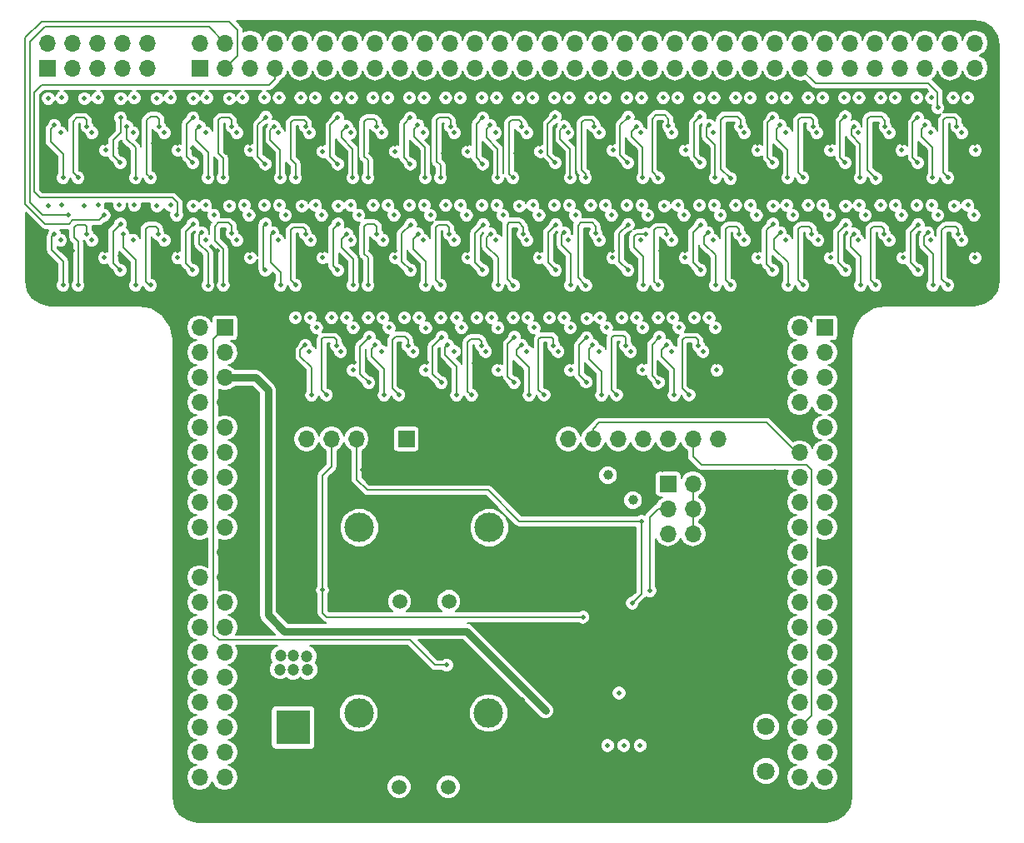
<source format=gbr>
G04 #@! TF.FileFunction,Copper,L2,Inr,Signal*
%FSLAX46Y46*%
G04 Gerber Fmt 4.6, Leading zero omitted, Abs format (unit mm)*
G04 Created by KiCad (PCBNEW 4.0.7-e2-6376~58~ubuntu17.04.1) date Mon Dec 11 10:41:26 2017*
%MOMM*%
%LPD*%
G01*
G04 APERTURE LIST*
%ADD10C,0.100000*%
%ADD11C,3.000000*%
%ADD12C,1.500000*%
%ADD13C,0.500000*%
%ADD14C,1.800000*%
%ADD15R,1.700000X1.700000*%
%ADD16O,1.700000X1.700000*%
%ADD17R,3.500000X3.500000*%
%ADD18C,1.000000*%
%ADD19C,1.200000*%
%ADD20C,0.800000*%
%ADD21C,0.200000*%
%ADD22C,0.800000*%
G04 APERTURE END LIST*
D10*
D11*
X34465000Y-52053000D03*
D12*
X43565000Y-59553000D03*
X38565000Y-59553000D03*
X41065000Y-59553000D03*
D11*
X47665000Y-52053000D03*
D13*
X26917200Y-56632000D03*
X21075200Y-56632000D03*
X36315200Y-56632000D03*
X38347200Y-56632000D03*
X40379200Y-56632000D03*
X34537200Y-56632000D03*
X32759200Y-56632000D03*
X28695200Y-56632000D03*
X19297200Y-81016000D03*
X21329200Y-81016000D03*
X23107200Y-81016000D03*
X30727200Y-81016000D03*
X28949200Y-81016000D03*
X26917200Y-81016000D03*
X24885200Y-81016000D03*
X34537200Y-81016000D03*
X32505200Y-81016000D03*
X62985200Y-81016000D03*
X65017200Y-81016000D03*
X67049200Y-81016000D03*
X68827200Y-81016000D03*
X76447200Y-81016000D03*
X74669200Y-81016000D03*
X72637200Y-81016000D03*
X70605200Y-81016000D03*
X55365200Y-81016000D03*
X57397200Y-81016000D03*
X59429200Y-81016000D03*
X61207200Y-81016000D03*
X53587200Y-81016000D03*
X51809200Y-81016000D03*
X49777200Y-81016000D03*
X82289200Y-81016000D03*
X80257200Y-81016000D03*
X78225200Y-81016000D03*
X44189200Y-56632000D03*
X45967200Y-56632000D03*
X65017200Y-56632000D03*
X67049200Y-56632000D03*
X68827200Y-56632000D03*
X76447200Y-56632000D03*
X74669200Y-56632000D03*
X72637200Y-56632000D03*
X70605200Y-56632000D03*
X57397200Y-56632000D03*
X59429200Y-56632000D03*
X61207200Y-56632000D03*
X53587200Y-56632000D03*
X51809200Y-56632000D03*
X49777200Y-56632000D03*
X47745200Y-56632000D03*
X57651200Y-46218000D03*
X63493200Y-46218000D03*
X65271200Y-46218000D03*
X76701200Y-46345000D03*
X42411200Y-46218000D03*
X44443200Y-46218000D03*
X46475200Y-46218000D03*
X48253200Y-46218000D03*
X54095200Y-46218000D03*
X52063200Y-46218000D03*
X50031200Y-46218000D03*
X34791200Y-46218000D03*
X36823200Y-46218000D03*
X40633200Y-46218000D03*
X33013200Y-46218000D03*
X29203200Y-46218000D03*
X27171200Y-46218000D03*
X67811200Y-27168000D03*
X67811200Y-28946000D03*
X60191200Y-26914000D03*
X60191200Y-28946000D03*
X52317200Y-28946000D03*
X37585200Y-28946000D03*
X44951200Y-28946000D03*
X30219200Y-28946000D03*
X23615200Y-28946000D03*
X23615200Y-26914000D03*
X16249200Y-28946000D03*
X16249200Y-26914000D03*
X8629200Y-28946000D03*
X8629200Y-26914000D03*
X50920200Y-64379000D03*
X66287200Y-73650000D03*
X66287200Y-74666000D03*
X66287200Y-75682000D03*
X66287200Y-69586000D03*
X66287200Y-68570000D03*
X66287200Y-65522000D03*
X66287200Y-67554000D03*
X66287200Y-66538000D03*
D14*
X75781000Y-72299000D03*
X75781000Y-76799000D03*
X69281000Y-72299000D03*
X69281000Y-76799000D03*
D13*
X51936200Y-76063000D03*
X52952200Y-76063000D03*
X50920200Y-76063000D03*
X53968200Y-76063000D03*
X61080200Y-76063000D03*
X62096200Y-76063000D03*
X60064200Y-76063000D03*
X59048200Y-76063000D03*
X63112200Y-76063000D03*
X64128200Y-76063000D03*
X64128200Y-64379000D03*
X65144200Y-64379000D03*
X63112200Y-64379000D03*
X66160200Y-64379000D03*
X58032200Y-64379000D03*
X59048200Y-64379000D03*
X57016200Y-64379000D03*
X60064200Y-64379000D03*
X62096200Y-64379000D03*
X61080200Y-64379000D03*
X54984200Y-64379000D03*
X56000200Y-64379000D03*
X53968200Y-64379000D03*
X52952200Y-64379000D03*
X51936200Y-64379000D03*
X51047200Y-65522000D03*
X51047200Y-66538000D03*
X51047200Y-69586000D03*
X51047200Y-74666000D03*
X51047200Y-73650000D03*
X51047200Y-70602000D03*
X51047200Y-72634000D03*
X51047200Y-71618000D03*
X74923200Y-26406000D03*
X74923200Y-28692000D03*
X82289200Y-26406000D03*
X82289200Y-28692000D03*
X89909200Y-28438000D03*
X89909200Y-26406000D03*
X97275200Y-28438000D03*
X97275200Y-26406000D03*
X97275200Y-15992000D03*
X97275200Y-17770000D03*
X65271200Y-13477400D03*
X57879800Y-13477400D03*
X89909200Y-15992000D03*
X89909200Y-17770000D03*
X82543200Y-15992000D03*
X82543200Y-17770000D03*
X75177200Y-15992000D03*
X75177200Y-17770000D03*
X67557200Y-16754000D03*
X67557200Y-17770000D03*
X59937200Y-18024000D03*
X59937200Y-16500000D03*
X52825200Y-15992000D03*
X52825200Y-18024000D03*
X45459200Y-15992000D03*
X45459200Y-18024000D03*
X38093200Y-15992000D03*
X38093200Y-18024000D03*
X30727200Y-15992000D03*
X30727200Y-18024000D03*
X23615200Y-15992000D03*
X23615200Y-18024000D03*
X15995200Y-15484000D03*
X15995200Y-18024000D03*
X8629200Y-15992000D03*
X8629200Y-17770000D03*
X7359200Y-17770000D03*
D15*
X18302000Y-5334000D03*
D16*
X18302000Y-2794000D03*
X20842000Y-5334000D03*
X20842000Y-2794000D03*
X23382000Y-5334000D03*
X23382000Y-2794000D03*
X25922000Y-5334000D03*
X25922000Y-2794000D03*
X28462000Y-5334000D03*
X28462000Y-2794000D03*
X31002000Y-5334000D03*
X31002000Y-2794000D03*
X33542000Y-5334000D03*
X33542000Y-2794000D03*
X36082000Y-5334000D03*
X36082000Y-2794000D03*
X38622000Y-5334000D03*
X38622000Y-2794000D03*
X41162000Y-5334000D03*
X41162000Y-2794000D03*
X43702000Y-5334000D03*
X43702000Y-2794000D03*
X46242000Y-5334000D03*
X46242000Y-2794000D03*
X48782000Y-5334000D03*
X48782000Y-2794000D03*
X51322000Y-5334000D03*
X51322000Y-2794000D03*
X53862000Y-5334000D03*
X53862000Y-2794000D03*
X56402000Y-5334000D03*
X56402000Y-2794000D03*
X58942000Y-5334000D03*
X58942000Y-2794000D03*
X61482000Y-5334000D03*
X61482000Y-2794000D03*
X64022000Y-5334000D03*
X64022000Y-2794000D03*
X66562000Y-5334000D03*
X66562000Y-2794000D03*
X69102000Y-5334000D03*
X69102000Y-2794000D03*
X71642000Y-5334000D03*
X71642000Y-2794000D03*
X74182000Y-5334000D03*
X74182000Y-2794000D03*
X76722000Y-5334000D03*
X76722000Y-2794000D03*
X79262000Y-5334000D03*
X79262000Y-2794000D03*
X81802000Y-5334000D03*
X81802000Y-2794000D03*
X84342000Y-5334000D03*
X84342000Y-2794000D03*
X86882000Y-5334000D03*
X86882000Y-2794000D03*
X89422000Y-5334000D03*
X89422000Y-2794000D03*
X91962000Y-5334000D03*
X91962000Y-2794000D03*
X94502000Y-5334000D03*
X94502000Y-2794000D03*
X97042000Y-5334000D03*
X97042000Y-2794000D03*
D15*
X65830000Y-47615000D03*
D16*
X68370000Y-47615000D03*
X65830000Y-50155000D03*
X68370000Y-50155000D03*
X65830000Y-52695000D03*
X68370000Y-52695000D03*
D15*
X39236200Y-43043000D03*
D16*
X36696200Y-43043000D03*
X34156200Y-43043000D03*
X31616200Y-43043000D03*
X29076200Y-43043000D03*
D15*
X2808000Y-5334000D03*
D16*
X2808000Y-2794000D03*
X5348000Y-5334000D03*
X5348000Y-2794000D03*
X7888000Y-5334000D03*
X7888000Y-2794000D03*
X10428000Y-5334000D03*
X10428000Y-2794000D03*
X12968000Y-5334000D03*
X12968000Y-2794000D03*
D15*
X20790000Y-31740000D03*
D16*
X18250000Y-31740000D03*
X20790000Y-34280000D03*
X18250000Y-34280000D03*
X20790000Y-36820000D03*
X18250000Y-36820000D03*
X20790000Y-39360000D03*
X18250000Y-39360000D03*
X20790000Y-41900000D03*
X18250000Y-41900000D03*
X20790000Y-44440000D03*
X18250000Y-44440000D03*
X20790000Y-46980000D03*
X18250000Y-46980000D03*
X20790000Y-49520000D03*
X18250000Y-49520000D03*
X20790000Y-52060000D03*
X18250000Y-52060000D03*
X20790000Y-54600000D03*
X18250000Y-54600000D03*
X20790000Y-57140000D03*
X18250000Y-57140000D03*
X20790000Y-59680000D03*
X18250000Y-59680000D03*
X20790000Y-62220000D03*
X18250000Y-62220000D03*
X20790000Y-64760000D03*
X18250000Y-64760000D03*
X20790000Y-67300000D03*
X18250000Y-67300000D03*
X20790000Y-69840000D03*
X18250000Y-69840000D03*
X20790000Y-72380000D03*
X18250000Y-72380000D03*
X20790000Y-74920000D03*
X18250000Y-74920000D03*
X20790000Y-77460000D03*
X18250000Y-77460000D03*
D15*
X81750000Y-31740000D03*
D16*
X79210000Y-31740000D03*
X81750000Y-34280000D03*
X79210000Y-34280000D03*
X81750000Y-36820000D03*
X79210000Y-36820000D03*
X81750000Y-39360000D03*
X79210000Y-39360000D03*
X81750000Y-41900000D03*
X79210000Y-41900000D03*
X81750000Y-44440000D03*
X79210000Y-44440000D03*
X81750000Y-46980000D03*
X79210000Y-46980000D03*
X81750000Y-49520000D03*
X79210000Y-49520000D03*
X81750000Y-52060000D03*
X79210000Y-52060000D03*
X81750000Y-54600000D03*
X79210000Y-54600000D03*
X81750000Y-57140000D03*
X79210000Y-57140000D03*
X81750000Y-59680000D03*
X79210000Y-59680000D03*
X81750000Y-62220000D03*
X79210000Y-62220000D03*
X81750000Y-64760000D03*
X79210000Y-64760000D03*
X81750000Y-67300000D03*
X79210000Y-67300000D03*
X81750000Y-69840000D03*
X79210000Y-69840000D03*
X81750000Y-72380000D03*
X79210000Y-72380000D03*
X81750000Y-74920000D03*
X79210000Y-74920000D03*
X81750000Y-77460000D03*
X79210000Y-77460000D03*
D11*
X34400000Y-70900000D03*
D12*
X43500000Y-78400000D03*
X38500000Y-78400000D03*
X41000000Y-78400000D03*
D11*
X47600000Y-70900000D03*
D15*
X53130000Y-43043000D03*
D16*
X55670000Y-43043000D03*
X58210000Y-43043000D03*
X60750000Y-43043000D03*
X63290000Y-43043000D03*
X65830000Y-43043000D03*
X68370000Y-43043000D03*
X70910000Y-43043000D03*
D17*
X27730000Y-72380000D03*
X27730000Y-78380000D03*
X32430000Y-75380000D03*
D18*
X62274000Y-49266000D03*
X57194000Y-49266000D03*
X59734000Y-46726000D03*
D13*
X2787200Y-17770000D03*
X61540000Y-70950000D03*
X61540000Y-71850000D03*
X60212000Y-12966000D03*
X52846000Y-13093000D03*
X35643000Y-23934000D03*
X94571000Y-23934000D03*
X87205000Y-23934000D03*
X79839000Y-23934000D03*
X72473000Y-23934000D03*
X65107000Y-23934000D03*
X57741000Y-23934000D03*
X50375000Y-23934000D03*
X43009000Y-23934000D03*
X28277000Y-23934000D03*
X20011000Y-23934000D03*
X13545000Y-23934000D03*
X68256600Y-35313200D03*
X60890600Y-35313200D03*
X53524600Y-35313200D03*
X31413000Y-35296000D03*
X38792600Y-35313200D03*
X46158600Y-35313200D03*
X5279000Y-23934000D03*
X94571000Y-13012000D03*
X87205000Y-13912000D03*
X79839000Y-13912000D03*
X72473000Y-13912000D03*
X50375000Y-14039000D03*
X43009000Y-14039000D03*
X35643000Y-14039000D03*
X28277000Y-14039000D03*
X20911000Y-13912000D03*
X13545000Y-13012000D03*
X6179000Y-13012000D03*
X88359800Y-15585600D03*
X91230000Y-18012000D03*
X95802000Y-18012000D03*
X60640000Y-71850000D03*
X60640000Y-70950000D03*
X97042000Y-12966000D03*
X89676000Y-12966000D03*
X82310000Y-12966000D03*
X74923200Y-12956000D03*
X67578000Y-12966000D03*
X45480000Y-13093000D03*
X38114000Y-13093000D03*
X30748000Y-13093000D03*
X23361200Y-12956000D03*
X16016000Y-12966000D03*
X8650000Y-12966000D03*
X97042000Y-23888000D03*
X89676000Y-23888000D03*
X82310000Y-23888000D03*
X74944000Y-23888000D03*
X67578000Y-23888000D03*
X60212000Y-23888000D03*
X52846000Y-23888000D03*
X45480000Y-23888000D03*
X38114000Y-23888000D03*
X30748000Y-23888000D03*
X23382000Y-23888000D03*
X16016000Y-23888000D03*
X8650000Y-23888000D03*
X70727600Y-35267200D03*
X63361600Y-35267200D03*
X55995600Y-35267200D03*
X48629600Y-35267200D03*
X41263600Y-35267200D03*
X33897600Y-35267200D03*
X32627600Y-40069200D03*
X28055600Y-40069200D03*
X39993600Y-40069200D03*
X35421600Y-40069200D03*
X47359600Y-40069200D03*
X42787600Y-40069200D03*
X54725600Y-40069200D03*
X50153600Y-40069200D03*
X69457600Y-40069200D03*
X64885600Y-40069200D03*
X57519600Y-40069200D03*
X62091600Y-40069200D03*
X17540000Y-13474000D03*
X2808000Y-28944000D03*
X2808000Y-24396000D03*
X10174000Y-24396000D03*
X10174000Y-13474000D03*
X2808000Y-13474000D03*
D19*
X27711400Y-65074800D03*
X26441400Y-65100200D03*
X29133800Y-65125600D03*
X26416000Y-66471800D03*
X29184600Y-66497200D03*
X27730000Y-66485000D03*
D13*
X60191200Y-24628000D03*
X67557200Y-24628000D03*
X60851600Y-68874800D03*
X15995200Y-24628000D03*
X59693000Y-74206000D03*
X61344000Y-74206000D03*
X62995000Y-74206000D03*
X63264600Y-36007200D03*
X70783000Y-36058000D03*
X55924000Y-36058000D03*
X48558000Y-36058000D03*
X41192000Y-36058000D03*
X33826000Y-36058000D03*
X97046600Y-24628000D03*
X89706000Y-24628000D03*
X82340000Y-24628000D03*
X97072000Y-13706000D03*
X89579000Y-13706000D03*
X82340000Y-13706000D03*
X74923200Y-13706000D03*
X74974000Y-24628000D03*
X67608000Y-13706000D03*
X60242000Y-13706000D03*
X52749000Y-24628000D03*
X52876000Y-13833000D03*
X23361200Y-13694000D03*
X45480000Y-13831000D03*
X38114000Y-13831000D03*
X30748000Y-13831000D03*
X45480000Y-24626000D03*
X38114000Y-24626000D03*
X30748000Y-24626000D03*
X23382000Y-24626000D03*
X16046000Y-13706000D03*
X8553000Y-24628000D03*
X8680000Y-13706000D03*
D20*
X53362000Y-70638000D03*
D13*
X43351000Y-66030000D03*
X8537000Y-20310000D03*
X4854000Y-20310000D03*
X15903000Y-20310000D03*
X23269000Y-20310000D03*
X19678200Y-20310000D03*
X30635000Y-20310000D03*
X26952000Y-20310000D03*
X38001000Y-20310000D03*
X34410200Y-20310000D03*
X45367000Y-20310000D03*
X41684000Y-20310000D03*
X52733000Y-20310000D03*
X49050000Y-20310000D03*
X60099000Y-20310000D03*
X56416000Y-20310000D03*
X63782000Y-20310000D03*
X67455600Y-20310000D03*
X71164000Y-20310000D03*
X74831000Y-20310000D03*
X78514000Y-20310000D03*
X82213000Y-20310000D03*
X85880000Y-20310000D03*
X89563000Y-20310000D03*
X93246000Y-9388000D03*
X93246000Y-20310000D03*
X96929000Y-20310000D03*
X30127000Y-31740000D03*
X33851400Y-31740000D03*
X37493000Y-31740000D03*
X41217400Y-31765400D03*
X44859000Y-31740000D03*
X48558000Y-31765400D03*
X52225000Y-31740000D03*
X55908000Y-31740000D03*
X59591000Y-31740000D03*
X63264600Y-31740000D03*
X66957000Y-31740000D03*
X97042000Y-5334000D03*
X70640000Y-31740000D03*
X69386000Y-34153000D03*
X66211000Y-34153000D03*
X62020000Y-34153000D03*
X58845000Y-34153000D03*
X54654000Y-34153000D03*
X51479000Y-34153000D03*
X47288000Y-34153000D03*
X44113000Y-34153000D03*
X39922000Y-34153000D03*
X36747000Y-34153000D03*
X95675000Y-11928000D03*
X92500000Y-11928000D03*
X88309000Y-11928000D03*
X85134000Y-11928000D03*
X80943000Y-11928000D03*
X77768000Y-11928000D03*
X73577000Y-11928000D03*
X70402000Y-11928000D03*
X66211000Y-11928000D03*
X63036000Y-11928000D03*
X58845000Y-11928000D03*
X55670000Y-11928000D03*
X51479000Y-11928000D03*
X48304000Y-11928000D03*
X44113000Y-11928000D03*
X40938000Y-11928000D03*
X36747000Y-11928000D03*
X33572000Y-11928000D03*
X29381000Y-11928000D03*
X26206000Y-11928000D03*
X22015000Y-11928000D03*
X18840000Y-11928000D03*
X14649000Y-11928000D03*
X11474000Y-11928000D03*
X7283000Y-11928000D03*
X4108000Y-11928000D03*
X95675000Y-22850000D03*
X92500000Y-22850000D03*
X88309000Y-22850000D03*
X85134000Y-22850000D03*
X81070000Y-22850000D03*
X77768000Y-22850000D03*
X73577000Y-22850000D03*
X70402000Y-22850000D03*
X66211000Y-22850000D03*
X63036000Y-22850000D03*
X58845000Y-22850000D03*
X55670000Y-22850000D03*
X51479000Y-22850000D03*
X48304000Y-22850000D03*
X44113000Y-22850000D03*
X40938000Y-22850000D03*
X36874000Y-22850000D03*
X33572000Y-22850000D03*
X29508000Y-22850000D03*
X26206000Y-22850000D03*
X22015000Y-22850000D03*
X18840000Y-22850000D03*
X14649000Y-22850000D03*
X11474000Y-22850000D03*
X4108000Y-22850000D03*
X7283000Y-22850000D03*
X29381000Y-34153000D03*
X32556000Y-34153000D03*
X63988500Y-58473500D03*
X62197800Y-59730800D03*
X63099500Y-51425000D03*
X30714500Y-58410000D03*
X57181300Y-61165900D03*
X6537000Y-8438000D03*
X2854000Y-8438000D03*
X6537000Y-19360000D03*
X2854000Y-19360000D03*
X13903000Y-8438000D03*
X10220000Y-8438000D03*
X10174000Y-14974000D03*
X10204000Y-10404000D03*
X13903000Y-19360000D03*
X10089000Y-19294000D03*
X10174000Y-25896000D03*
X10204000Y-21199000D03*
X21269000Y-8438000D03*
X17586000Y-8438000D03*
X17540000Y-14974000D03*
X17570000Y-10404000D03*
X21269000Y-19360000D03*
X17586000Y-19360000D03*
X17540000Y-25896000D03*
X17570000Y-21199000D03*
X28504000Y-8372000D03*
X24821000Y-8372000D03*
X24952000Y-10338000D03*
X24910600Y-15103000D03*
X28635000Y-19360000D03*
X24821000Y-19294000D03*
X24906000Y-25896000D03*
X24936000Y-21199000D03*
X35844600Y-8372000D03*
X32161600Y-8372000D03*
X32272000Y-15101000D03*
X32276600Y-10404000D03*
X35870000Y-19294000D03*
X32318000Y-19360000D03*
X32272000Y-25896000D03*
X32302000Y-21199000D03*
X43236000Y-8372000D03*
X39553000Y-8372000D03*
X39638000Y-15101000D03*
X39642600Y-10404000D03*
X43236000Y-19294000D03*
X39553000Y-19294000D03*
X39684000Y-21260000D03*
X39668000Y-25898000D03*
X50602000Y-8372000D03*
X46919000Y-8372000D03*
X47004000Y-15101000D03*
X47008600Y-10404000D03*
X5886000Y-16500000D03*
X6775000Y-11293000D03*
X4362000Y-16500000D03*
X3473000Y-11166000D03*
X5886000Y-27422000D03*
X6775000Y-22215000D03*
X4362000Y-27422000D03*
X3473000Y-22215000D03*
X13252000Y-16500000D03*
X14141000Y-11293000D03*
X11728000Y-16512000D03*
X10839000Y-11293000D03*
X13252000Y-27422000D03*
X14014000Y-22215000D03*
X10458000Y-22215000D03*
X11728000Y-27422000D03*
X20618000Y-16500000D03*
X21507000Y-11293000D03*
X18205000Y-11293000D03*
X19094000Y-16500000D03*
X20643400Y-27422000D03*
X21507000Y-22138800D03*
X19094000Y-27434000D03*
X18459000Y-22088000D03*
X27984000Y-16500000D03*
X29000000Y-11293000D03*
X26434600Y-16500000D03*
X25799600Y-11293000D03*
X29000000Y-22215000D03*
X27984000Y-27422000D03*
X25698000Y-22088000D03*
X26460000Y-27422000D03*
X35350000Y-16500000D03*
X36239000Y-11293000D03*
X33800600Y-16500000D03*
X33165600Y-11293000D03*
X35350000Y-27422000D03*
X36239000Y-22215000D03*
X33191000Y-22215000D03*
X33826000Y-27422000D03*
X42716000Y-16500000D03*
X43732000Y-11293000D03*
X41166600Y-16500000D03*
X40404600Y-11166000D03*
X42716000Y-27422000D03*
X43605000Y-22215000D03*
X40430000Y-22215000D03*
X41192000Y-27422000D03*
X50082000Y-16500000D03*
X50971000Y-11293000D03*
X48532600Y-16500000D03*
X47770600Y-11166000D03*
X50132800Y-27447400D03*
X51123400Y-22189600D03*
X48558000Y-27422000D03*
X47796000Y-22215000D03*
X58337000Y-11293000D03*
X57448000Y-16500000D03*
X55898600Y-16500000D03*
X55263600Y-11293000D03*
X58489400Y-22164200D03*
X57473400Y-27447400D03*
X55924000Y-27422000D03*
X55289000Y-22088000D03*
X68928800Y-33568800D03*
X67963600Y-38572600D03*
X66439600Y-38598000D03*
X65677600Y-33518000D03*
X61537400Y-33568800D03*
X60597600Y-38572600D03*
X59073600Y-38598000D03*
X58184600Y-33518000D03*
X54196800Y-33543400D03*
X53231600Y-38572600D03*
X51707600Y-38598000D03*
X50945600Y-33518000D03*
X46881600Y-33568800D03*
X45865600Y-38598000D03*
X44341600Y-38598000D03*
X43452600Y-33518000D03*
X38474200Y-38572600D03*
X39414000Y-33568800D03*
X36086600Y-33518000D03*
X36975600Y-38598000D03*
X32149600Y-33543400D03*
X31108200Y-38572600D03*
X29609600Y-38598000D03*
X28974600Y-33518000D03*
X95294000Y-22215000D03*
X94278000Y-27422000D03*
X92246000Y-22088000D03*
X92754000Y-27422000D03*
X94278000Y-16500000D03*
X95167000Y-11293000D03*
X91966600Y-11166000D03*
X92728600Y-16500000D03*
X86912000Y-27422000D03*
X87801000Y-22215000D03*
X84753000Y-22215000D03*
X85388000Y-27422000D03*
X86962800Y-16550800D03*
X87877200Y-11267600D03*
X85362600Y-16500000D03*
X84727600Y-11293000D03*
X79546000Y-27422000D03*
X80435000Y-22215000D03*
X77260000Y-22088000D03*
X78022000Y-27422000D03*
X80562000Y-11293000D03*
X79546000Y-16500000D03*
X77996600Y-16500000D03*
X77234600Y-11166000D03*
X72180000Y-27422000D03*
X73069000Y-22215000D03*
X70656000Y-27422000D03*
X69894000Y-22088000D03*
X73221400Y-11267600D03*
X72180000Y-16576200D03*
X70630600Y-16500000D03*
X69995600Y-11166000D03*
X64814000Y-27422000D03*
X65703000Y-22215000D03*
X63544000Y-22215000D03*
X63290000Y-27422000D03*
X65880800Y-11242200D03*
X64839400Y-16525400D03*
X62629600Y-11293000D03*
X63264600Y-16500000D03*
X50733000Y-19360000D03*
X46919000Y-19294000D03*
X47050000Y-21260000D03*
X47008600Y-25898000D03*
X57968000Y-8372000D03*
X54285000Y-8372000D03*
X54370000Y-14974000D03*
X54374600Y-10277000D03*
X57968000Y-19294000D03*
X54285000Y-19294000D03*
X54416000Y-21260000D03*
X54400000Y-25898000D03*
X65334000Y-8372000D03*
X61651000Y-8372000D03*
X65465000Y-19360000D03*
X61651000Y-19294000D03*
X72700000Y-8372000D03*
X69017000Y-8372000D03*
X72700000Y-19294000D03*
X69017000Y-19294000D03*
X80066000Y-8372000D03*
X76383000Y-8372000D03*
X80066000Y-19294000D03*
X76514000Y-19360000D03*
X87432000Y-8372000D03*
X83749000Y-8372000D03*
X87432000Y-19294000D03*
X83880000Y-19360000D03*
X94798000Y-8372000D03*
X91115000Y-8372000D03*
X94929000Y-19360000D03*
X91115000Y-19294000D03*
X31653600Y-30724000D03*
X27970600Y-30724000D03*
X39045000Y-30724000D03*
X35362000Y-30724000D03*
X46411000Y-30724000D03*
X42728000Y-30724000D03*
X53777000Y-30724000D03*
X50094000Y-30724000D03*
X61143000Y-30724000D03*
X57591000Y-30790000D03*
X68509000Y-30724000D03*
X64826000Y-30724000D03*
X7918000Y-8372000D03*
X4235000Y-8372000D03*
X7918000Y-19294000D03*
X4235000Y-19294000D03*
X15284000Y-8372000D03*
X11601000Y-8372000D03*
X15284000Y-19294000D03*
X11601000Y-19294000D03*
X22624600Y-8372000D03*
X18967000Y-8372000D03*
X22777000Y-19294000D03*
X18840000Y-19294000D03*
X29990600Y-8372000D03*
X26307600Y-8372000D03*
X30016000Y-19294000D03*
X26333000Y-19294000D03*
X37356600Y-8372000D03*
X33673600Y-8372000D03*
X37382000Y-19294000D03*
X33572000Y-19294000D03*
X44722600Y-8372000D03*
X41039600Y-8372000D03*
X44748000Y-19294000D03*
X41065000Y-19294000D03*
X52088600Y-8372000D03*
X48405600Y-8372000D03*
X52114000Y-19294000D03*
X48431000Y-19294000D03*
X59454600Y-8372000D03*
X55771600Y-8372000D03*
X59480000Y-19294000D03*
X55797000Y-19294000D03*
X69995600Y-30724000D03*
X66312600Y-30724000D03*
X62629600Y-30724000D03*
X58946600Y-30724000D03*
X55263600Y-30724000D03*
X51580600Y-30724000D03*
X47897600Y-30724000D03*
X44341600Y-30724000D03*
X40531600Y-30724000D03*
X36848600Y-30724000D03*
X33165600Y-30724000D03*
X29482600Y-30724000D03*
X96310000Y-19294000D03*
X92627000Y-19294000D03*
X96284600Y-8372000D03*
X92601600Y-8372000D03*
X88944000Y-19294000D03*
X85261000Y-19294000D03*
X88918600Y-8372000D03*
X85235600Y-8372000D03*
X81578000Y-19294000D03*
X77895000Y-19294000D03*
X81552600Y-8372000D03*
X77869600Y-8372000D03*
X74212000Y-19294000D03*
X70529000Y-19294000D03*
X74186600Y-8372000D03*
X70503600Y-8372000D03*
X66846000Y-19294000D03*
X63163000Y-19294000D03*
X66820600Y-8372000D03*
X63137600Y-8372000D03*
X61782000Y-10338000D03*
X61740600Y-14976000D03*
X61782000Y-21260000D03*
X61766000Y-25898000D03*
X69102000Y-14974000D03*
X69106600Y-10277000D03*
X69148000Y-21260000D03*
X69132000Y-25898000D03*
X76468000Y-14974000D03*
X76472600Y-10404000D03*
X76468000Y-25896000D03*
X76498000Y-21199000D03*
X83834000Y-14974000D03*
X83838600Y-10277000D03*
X83880000Y-21260000D03*
X83864000Y-25898000D03*
X91200000Y-14974000D03*
X91204600Y-10404000D03*
X91246000Y-21260000D03*
X91230000Y-25898000D03*
X35493000Y-32690000D03*
X35426200Y-37328000D03*
X42859000Y-32690000D03*
X42792200Y-37328000D03*
X50225000Y-32690000D03*
X50183600Y-37328000D03*
X57519600Y-37275200D03*
X57549600Y-32756000D03*
X64957000Y-32690000D03*
X64864800Y-37302600D03*
D21*
X2830000Y-13452000D02*
X2838000Y-13452000D01*
X2808000Y-13474000D02*
X2830000Y-13452000D01*
X38112000Y-24628000D02*
X38114000Y-24626000D01*
X38112000Y-24628000D02*
X38017000Y-24628000D01*
D22*
X25190000Y-41220000D02*
X25190000Y-38064600D01*
X53362000Y-70638000D02*
X45325000Y-62601000D01*
X45325000Y-62601000D02*
X26841000Y-62601000D01*
X26841000Y-62601000D02*
X25190000Y-60950000D01*
X25190000Y-60950000D02*
X25190000Y-46980000D01*
X25190000Y-46980000D02*
X25190000Y-46980000D01*
X25190000Y-46980000D02*
X25190000Y-41220000D01*
X23945400Y-36820000D02*
X20790000Y-36820000D01*
X25190000Y-38064600D02*
X23945400Y-36820000D01*
D21*
X43351000Y-66030000D02*
X42154000Y-66030000D01*
X21761000Y-63490000D02*
X20183000Y-63490000D01*
X20183000Y-63490000D02*
X19602000Y-62909000D01*
X19602000Y-62909000D02*
X19602000Y-32928000D01*
X20790000Y-31740000D02*
X19602000Y-32928000D01*
X39614000Y-63490000D02*
X21761000Y-63490000D01*
X42154000Y-66030000D02*
X39614000Y-63490000D01*
X20842000Y-5334000D02*
X22116600Y-4059400D01*
X22116600Y-1514000D02*
X22116600Y-4059400D01*
X21227600Y-625000D02*
X22116600Y-1514000D01*
X2177600Y-625000D02*
X21227600Y-625000D01*
X526600Y-2276000D02*
X2177600Y-625000D01*
X526600Y-19167000D02*
X526600Y-2276000D01*
X2558600Y-21199000D02*
X526600Y-19167000D01*
X4971600Y-21199000D02*
X2558600Y-21199000D01*
X5352600Y-20818000D02*
X4971600Y-21199000D01*
X8029000Y-20818000D02*
X5352600Y-20818000D01*
X8029000Y-20818000D02*
X8537000Y-20310000D01*
X20842000Y-2794000D02*
X19181000Y-1133000D01*
X2558600Y-1133000D02*
X19181000Y-1133000D01*
X1034600Y-2657000D02*
X2558600Y-1133000D01*
X1034600Y-19040000D02*
X1034600Y-2657000D01*
X2304600Y-20310000D02*
X1034600Y-19040000D01*
X2304600Y-20310000D02*
X4854000Y-20310000D01*
X20842000Y-2794000D02*
X20842000Y-2754000D01*
X1424602Y-17931402D02*
X1424602Y-7829598D01*
X2025200Y-18532000D02*
X1424602Y-17931402D01*
X15487200Y-18532000D02*
X2025200Y-18532000D01*
X15995200Y-19040000D02*
X15487200Y-18532000D01*
X1424602Y-7829598D02*
X2152200Y-7102000D01*
X15995200Y-20217800D02*
X15995200Y-19040000D01*
X25922000Y-5334000D02*
X25922000Y-6446200D01*
X25266200Y-7102000D02*
X25922000Y-6446200D01*
X2152200Y-7102000D02*
X25266200Y-7102000D01*
X15995200Y-20217800D02*
X15903000Y-20310000D01*
X79262000Y-5334000D02*
X80801400Y-6873400D01*
X92296800Y-6873400D02*
X80801400Y-6873400D01*
X93236600Y-7813200D02*
X92296800Y-6873400D01*
X93236600Y-9378600D02*
X93236600Y-7813200D01*
X93236600Y-9378600D02*
X93246000Y-9388000D01*
X68370000Y-52695000D02*
X68370000Y-50155000D01*
X68370000Y-50155000D02*
X68370000Y-47615000D01*
X64814000Y-50155000D02*
X65830000Y-50155000D01*
X63988500Y-50980500D02*
X64814000Y-50155000D01*
X63988500Y-58473500D02*
X63988500Y-50980500D01*
X63099500Y-51425000D02*
X50717000Y-51425000D01*
X34156200Y-47157800D02*
X34156200Y-43043000D01*
X35248400Y-48250000D02*
X34156200Y-47157800D01*
X47542000Y-48250000D02*
X35248400Y-48250000D01*
X50717000Y-51425000D02*
X47542000Y-48250000D01*
X63099500Y-58829100D02*
X63099500Y-51425000D01*
X62197800Y-59730800D02*
X63099500Y-58829100D01*
X31616200Y-43043000D02*
X31616200Y-45837000D01*
X30714500Y-46738700D02*
X30714500Y-58410000D01*
X31616200Y-45837000D02*
X30714500Y-46738700D01*
X30714500Y-58410000D02*
X30714500Y-58397300D01*
X30714500Y-58397300D02*
X30714500Y-60708700D01*
X30714500Y-60708700D02*
X31171700Y-61165900D01*
X31171700Y-61165900D02*
X57181300Y-61165900D01*
X58210000Y-43043000D02*
X58210000Y-42027000D01*
X75863000Y-41392000D02*
X78911000Y-44440000D01*
X58845000Y-41392000D02*
X75863000Y-41392000D01*
X58210000Y-42027000D02*
X58845000Y-41392000D01*
X78911000Y-44440000D02*
X79210000Y-44440000D01*
X80435000Y-46218000D02*
X80435000Y-71155000D01*
X79927000Y-45710000D02*
X80435000Y-46218000D01*
X69259000Y-45710000D02*
X79927000Y-45710000D01*
X68370000Y-44821000D02*
X69259000Y-45710000D01*
X68370000Y-43043000D02*
X68370000Y-44821000D01*
X80435000Y-71155000D02*
X79210000Y-72380000D01*
X10204000Y-11928000D02*
X10204000Y-10404000D01*
X9442000Y-12690000D02*
X10204000Y-11928000D01*
X9442000Y-14242000D02*
X9442000Y-12690000D01*
X9442000Y-14242000D02*
X10174000Y-14974000D01*
X9442000Y-21961000D02*
X10204000Y-21199000D01*
X9442000Y-25164000D02*
X9442000Y-21961000D01*
X9442000Y-25164000D02*
X10174000Y-25896000D01*
X16935000Y-11039000D02*
X17570000Y-10404000D01*
X16935000Y-14369000D02*
X16935000Y-11039000D01*
X16935000Y-14369000D02*
X17540000Y-14974000D01*
X16808000Y-21961000D02*
X17570000Y-21199000D01*
X16808000Y-25164000D02*
X16808000Y-21961000D01*
X16808000Y-25164000D02*
X17540000Y-25896000D01*
X24910600Y-15103000D02*
X24148600Y-14341000D01*
X24148600Y-11141400D02*
X24148600Y-14341000D01*
X24148600Y-11141400D02*
X24952000Y-10338000D01*
X24682000Y-21453000D02*
X24936000Y-21199000D01*
X24682000Y-25672000D02*
X24682000Y-21453000D01*
X24682000Y-25672000D02*
X24906000Y-25896000D01*
X31514600Y-11166000D02*
X32276600Y-10404000D01*
X31514600Y-14343600D02*
X31514600Y-11166000D01*
X31514600Y-14343600D02*
X32272000Y-15101000D01*
X31794000Y-21707000D02*
X32302000Y-21199000D01*
X31794000Y-25418000D02*
X31794000Y-21707000D01*
X31794000Y-25418000D02*
X32272000Y-25896000D01*
X39007600Y-11039000D02*
X39642600Y-10404000D01*
X39007600Y-14470600D02*
X39007600Y-11039000D01*
X39007600Y-14470600D02*
X39638000Y-15101000D01*
X38779000Y-25009000D02*
X39668000Y-25898000D01*
X38779000Y-22165000D02*
X38779000Y-25009000D01*
X38779000Y-22165000D02*
X39684000Y-21260000D01*
X46373600Y-11039000D02*
X47008600Y-10404000D01*
X46373600Y-14470600D02*
X46373600Y-11039000D01*
X46373600Y-14470600D02*
X47004000Y-15101000D01*
X5378000Y-15992000D02*
X5886000Y-16500000D01*
X5378000Y-10785000D02*
X5378000Y-15992000D01*
X5759000Y-10404000D02*
X5378000Y-10785000D01*
X6521000Y-10404000D02*
X5759000Y-10404000D01*
X6775000Y-10658000D02*
X6521000Y-10404000D01*
X6775000Y-11293000D02*
X6775000Y-10658000D01*
X4362000Y-14087000D02*
X4362000Y-16500000D01*
X3092000Y-12817000D02*
X4362000Y-14087000D01*
X3092000Y-11547000D02*
X3092000Y-12817000D01*
X3473000Y-11166000D02*
X3092000Y-11547000D01*
X5886000Y-27422000D02*
X5886000Y-27422000D01*
X5886000Y-22977000D02*
X5886000Y-27422000D01*
X5505000Y-22596000D02*
X5886000Y-22977000D01*
X5505000Y-21580000D02*
X5505000Y-22596000D01*
X5759000Y-21326000D02*
X5505000Y-21580000D01*
X6611000Y-21326000D02*
X5759000Y-21326000D01*
X6775000Y-21490000D02*
X6611000Y-21326000D01*
X6775000Y-22215000D02*
X6775000Y-21490000D01*
X4362000Y-25009000D02*
X4362000Y-27422000D01*
X3219000Y-23866000D02*
X4362000Y-25009000D01*
X3219000Y-22469000D02*
X3219000Y-23866000D01*
X3473000Y-22215000D02*
X3219000Y-22469000D01*
X12871000Y-16119000D02*
X13252000Y-16500000D01*
X12871000Y-10658000D02*
X12871000Y-16119000D01*
X13252000Y-10277000D02*
X12871000Y-10658000D01*
X13887000Y-10277000D02*
X13252000Y-10277000D01*
X14141000Y-10531000D02*
X13887000Y-10277000D01*
X14141000Y-11293000D02*
X14141000Y-10531000D01*
X10839000Y-11293000D02*
X10839000Y-12563000D01*
X11728000Y-13452000D02*
X10839000Y-12563000D01*
X11728000Y-13452000D02*
X11728000Y-16512000D01*
X14014000Y-22215000D02*
X14014000Y-21707000D01*
X14014000Y-21707000D02*
X13760000Y-21453000D01*
X13760000Y-21453000D02*
X12998000Y-21453000D01*
X12998000Y-21453000D02*
X12744000Y-21707000D01*
X12744000Y-21707000D02*
X12744000Y-27041000D01*
X12744000Y-27041000D02*
X13125000Y-27422000D01*
X13125000Y-27422000D02*
X13252000Y-27422000D01*
X14014000Y-22215000D02*
X14014000Y-22215000D01*
X10458000Y-22215000D02*
X10458000Y-23612000D01*
X10458000Y-23612000D02*
X11728000Y-24882000D01*
X11728000Y-24882000D02*
X11728000Y-27422000D01*
X20618000Y-14518800D02*
X20618000Y-16500000D01*
X20110000Y-14010800D02*
X20618000Y-14518800D01*
X20110000Y-10658000D02*
X20110000Y-14010800D01*
X20364000Y-10404000D02*
X20110000Y-10658000D01*
X21253000Y-10404000D02*
X20364000Y-10404000D01*
X21507000Y-10658000D02*
X21253000Y-10404000D01*
X21507000Y-11293000D02*
X21507000Y-10658000D01*
X18205000Y-11293000D02*
X17824000Y-11674000D01*
X17824000Y-11674000D02*
X17824000Y-12690000D01*
X17824000Y-12690000D02*
X19094000Y-13960000D01*
X19094000Y-13960000D02*
X19094000Y-16500000D01*
X20643400Y-23739000D02*
X20643400Y-27422000D01*
X19805200Y-22900800D02*
X20643400Y-23739000D01*
X19805200Y-21427600D02*
X19805200Y-22900800D01*
X20160800Y-21072000D02*
X19805200Y-21427600D01*
X21176800Y-21072000D02*
X20160800Y-21072000D01*
X21507000Y-21402200D02*
X21176800Y-21072000D01*
X21507000Y-22138800D02*
X21507000Y-21402200D01*
X18205000Y-22342000D02*
X18459000Y-22088000D01*
X18205000Y-23231000D02*
X18205000Y-22342000D01*
X19094000Y-24120000D02*
X18205000Y-23231000D01*
X19094000Y-27434000D02*
X19094000Y-24120000D01*
X27984000Y-15103000D02*
X27984000Y-16500000D01*
X27476000Y-14595000D02*
X27984000Y-15103000D01*
X27476000Y-10912000D02*
X27476000Y-14595000D01*
X27730000Y-10658000D02*
X27476000Y-10912000D01*
X28873000Y-10658000D02*
X27730000Y-10658000D01*
X29127000Y-10912000D02*
X28873000Y-10658000D01*
X29127000Y-11166000D02*
X29127000Y-10912000D01*
X29000000Y-11293000D02*
X29127000Y-11166000D01*
X26434600Y-13706000D02*
X26434600Y-16500000D01*
X25418600Y-12690000D02*
X26434600Y-13706000D01*
X25418600Y-11674000D02*
X25418600Y-12690000D01*
X25799600Y-11293000D02*
X25418600Y-11674000D01*
X29000000Y-22215000D02*
X29000000Y-21834000D01*
X29000000Y-21834000D02*
X28746000Y-21580000D01*
X28746000Y-21580000D02*
X27730000Y-21580000D01*
X27730000Y-21580000D02*
X27476000Y-21834000D01*
X27476000Y-21834000D02*
X27476000Y-26914000D01*
X27476000Y-26914000D02*
X27984000Y-27422000D01*
X25698000Y-22088000D02*
X25444000Y-22342000D01*
X25444000Y-22342000D02*
X25444000Y-25136000D01*
X25444000Y-25136000D02*
X26460000Y-26152000D01*
X26460000Y-26152000D02*
X26460000Y-27422000D01*
X35350000Y-14722000D02*
X35350000Y-16500000D01*
X34969000Y-14341000D02*
X35350000Y-14722000D01*
X34969000Y-10785000D02*
X34969000Y-14341000D01*
X35223000Y-10531000D02*
X34969000Y-10785000D01*
X35985000Y-10531000D02*
X35223000Y-10531000D01*
X36239000Y-10785000D02*
X35985000Y-10531000D01*
X36239000Y-11293000D02*
X36239000Y-10785000D01*
X33800600Y-13579000D02*
X33800600Y-16500000D01*
X32657600Y-12436000D02*
X33800600Y-13579000D01*
X32657600Y-11801000D02*
X32657600Y-12436000D01*
X33165600Y-11293000D02*
X32657600Y-11801000D01*
X35350000Y-24628000D02*
X35350000Y-27422000D01*
X34969000Y-24247000D02*
X35350000Y-24628000D01*
X34969000Y-21453000D02*
X34969000Y-24247000D01*
X35223000Y-21199000D02*
X34969000Y-21453000D01*
X35985000Y-21199000D02*
X35223000Y-21199000D01*
X36239000Y-21453000D02*
X35985000Y-21199000D01*
X36239000Y-22215000D02*
X36239000Y-21453000D01*
X33191000Y-22215000D02*
X32683000Y-22723000D01*
X32683000Y-22723000D02*
X32683000Y-23612000D01*
X32683000Y-23612000D02*
X33826000Y-24755000D01*
X33826000Y-24755000D02*
X33826000Y-27422000D01*
X42716000Y-15230000D02*
X42716000Y-16500000D01*
X42335000Y-14849000D02*
X42716000Y-15230000D01*
X42335000Y-10658000D02*
X42335000Y-14849000D01*
X42589000Y-10404000D02*
X42335000Y-10658000D01*
X43478000Y-10404000D02*
X42589000Y-10404000D01*
X43732000Y-10658000D02*
X43478000Y-10404000D01*
X43732000Y-11293000D02*
X43732000Y-10658000D01*
X41166600Y-13452000D02*
X41166600Y-16500000D01*
X40023600Y-12309000D02*
X41166600Y-13452000D01*
X40023600Y-11547000D02*
X40023600Y-12309000D01*
X40404600Y-11166000D02*
X40023600Y-11547000D01*
X42208000Y-26914000D02*
X42716000Y-27422000D01*
X42208000Y-21580000D02*
X42208000Y-26914000D01*
X42462000Y-21326000D02*
X42208000Y-21580000D01*
X43351000Y-21326000D02*
X42462000Y-21326000D01*
X43605000Y-21580000D02*
X43351000Y-21326000D01*
X43605000Y-22215000D02*
X43605000Y-21580000D01*
X40430000Y-22215000D02*
X39922000Y-22723000D01*
X39922000Y-22723000D02*
X39922000Y-23739000D01*
X39922000Y-23739000D02*
X41192000Y-25009000D01*
X41192000Y-25009000D02*
X41192000Y-27422000D01*
X49701000Y-16119000D02*
X50082000Y-16500000D01*
X49701000Y-10912000D02*
X49701000Y-16119000D01*
X49955000Y-10658000D02*
X49701000Y-10912000D01*
X50717000Y-10658000D02*
X49955000Y-10658000D01*
X50971000Y-10912000D02*
X50717000Y-10658000D01*
X50971000Y-11293000D02*
X50971000Y-10912000D01*
X48532600Y-13579000D02*
X48532600Y-16500000D01*
X47389600Y-12436000D02*
X48532600Y-13579000D01*
X47389600Y-11547000D02*
X47389600Y-12436000D01*
X47770600Y-11166000D02*
X47389600Y-11547000D01*
X49472400Y-26787000D02*
X50132800Y-27447400D01*
X49472400Y-21275200D02*
X49472400Y-26787000D01*
X49701000Y-21046600D02*
X49472400Y-21275200D01*
X50666200Y-21046600D02*
X49701000Y-21046600D01*
X51123400Y-21503800D02*
X50666200Y-21046600D01*
X51123400Y-22189600D02*
X51123400Y-21503800D01*
X48558000Y-24628000D02*
X48558000Y-27422000D01*
X47415000Y-23485000D02*
X48558000Y-24628000D01*
X47415000Y-22596000D02*
X47415000Y-23485000D01*
X47796000Y-22215000D02*
X47415000Y-22596000D01*
X58337000Y-11293000D02*
X58337000Y-10912000D01*
X58337000Y-10912000D02*
X58083000Y-10658000D01*
X58083000Y-10658000D02*
X57321000Y-10658000D01*
X57321000Y-10658000D02*
X57067000Y-10912000D01*
X57067000Y-10912000D02*
X57067000Y-15738000D01*
X57067000Y-15738000D02*
X57448000Y-16119000D01*
X57448000Y-16119000D02*
X57448000Y-16500000D01*
X55898600Y-13579000D02*
X55898600Y-16500000D01*
X54882600Y-12563000D02*
X55898600Y-13579000D01*
X54882600Y-11674000D02*
X54882600Y-12563000D01*
X55263600Y-11293000D02*
X54882600Y-11674000D01*
X58489400Y-22164200D02*
X58489400Y-21427600D01*
X58489400Y-21427600D02*
X58133800Y-21072000D01*
X58133800Y-21072000D02*
X56990800Y-21072000D01*
X56990800Y-21072000D02*
X56686000Y-21376800D01*
X56686000Y-21376800D02*
X56686000Y-26660000D01*
X56686000Y-26660000D02*
X57473400Y-27447400D01*
X55924000Y-24247000D02*
X55924000Y-27422000D01*
X55035000Y-23358000D02*
X55924000Y-24247000D01*
X55035000Y-22342000D02*
X55035000Y-23358000D01*
X55289000Y-22088000D02*
X55035000Y-22342000D01*
X68928800Y-33568800D02*
X68928800Y-33010000D01*
X68928800Y-33010000D02*
X68674800Y-32756000D01*
X68674800Y-32756000D02*
X67506400Y-32756000D01*
X67506400Y-32756000D02*
X67252400Y-33010000D01*
X67252400Y-33010000D02*
X67252400Y-37861400D01*
X67252400Y-37861400D02*
X67963600Y-38572600D01*
X66439600Y-35931000D02*
X66439600Y-38598000D01*
X65169600Y-34661000D02*
X66439600Y-35931000D01*
X65169600Y-34026000D02*
X65169600Y-34661000D01*
X65677600Y-33518000D02*
X65169600Y-34026000D01*
X61537400Y-33568800D02*
X61537400Y-32756000D01*
X61537400Y-32756000D02*
X61308800Y-32527400D01*
X61308800Y-32527400D02*
X60318200Y-32527400D01*
X60318200Y-32527400D02*
X60115000Y-32730600D01*
X60115000Y-32730600D02*
X60115000Y-38090000D01*
X60115000Y-38090000D02*
X60597600Y-38572600D01*
X59073600Y-36185000D02*
X59073600Y-38598000D01*
X57803600Y-34915000D02*
X59073600Y-36185000D01*
X57803600Y-33899000D02*
X57803600Y-34915000D01*
X58184600Y-33518000D02*
X57803600Y-33899000D01*
X54196800Y-33543400D02*
X54196800Y-32883000D01*
X54196800Y-32883000D02*
X53993600Y-32679800D01*
X53993600Y-32679800D02*
X52901400Y-32679800D01*
X52901400Y-32679800D02*
X52672800Y-32908400D01*
X52672800Y-32908400D02*
X52672800Y-38013800D01*
X52672800Y-38013800D02*
X53231600Y-38572600D01*
X51707600Y-35804000D02*
X51707600Y-38598000D01*
X50437600Y-34534000D02*
X51707600Y-35804000D01*
X50437600Y-34026000D02*
X50437600Y-34534000D01*
X50945600Y-33518000D02*
X50437600Y-34026000D01*
X46881600Y-33568800D02*
X46881600Y-33137000D01*
X46881600Y-33137000D02*
X46653000Y-32908400D01*
X46653000Y-32908400D02*
X45764000Y-32908400D01*
X45764000Y-32908400D02*
X45459200Y-33213200D01*
X45459200Y-33213200D02*
X45459200Y-38191600D01*
X45459200Y-38191600D02*
X45865600Y-38598000D01*
X44341600Y-35677000D02*
X44341600Y-38598000D01*
X43198600Y-34534000D02*
X44341600Y-35677000D01*
X43198600Y-33772000D02*
X43198600Y-34534000D01*
X43452600Y-33518000D02*
X43198600Y-33772000D01*
X37788400Y-37886800D02*
X38474200Y-38572600D01*
X37788400Y-33010000D02*
X37788400Y-37886800D01*
X38144000Y-32654400D02*
X37788400Y-33010000D01*
X39134600Y-32654400D02*
X38144000Y-32654400D01*
X39414000Y-32933800D02*
X39134600Y-32654400D01*
X39414000Y-33568800D02*
X39414000Y-32933800D01*
X36086600Y-33518000D02*
X35705600Y-33899000D01*
X35705600Y-33899000D02*
X35705600Y-34661000D01*
X35705600Y-34661000D02*
X36975600Y-35931000D01*
X36975600Y-35931000D02*
X36975600Y-38598000D01*
X32149600Y-33543400D02*
X32149600Y-33010000D01*
X32149600Y-33010000D02*
X31895600Y-32756000D01*
X31895600Y-32756000D02*
X30778000Y-32756000D01*
X30778000Y-32756000D02*
X30625600Y-32908400D01*
X30625600Y-32908400D02*
X30625600Y-38090000D01*
X30625600Y-38090000D02*
X31108200Y-38572600D01*
X29609600Y-35804000D02*
X29609600Y-38598000D01*
X28466600Y-34661000D02*
X29609600Y-35804000D01*
X28466600Y-34026000D02*
X28466600Y-34661000D01*
X28974600Y-33518000D02*
X28466600Y-34026000D01*
X95294000Y-22215000D02*
X95294000Y-21707000D01*
X95294000Y-21707000D02*
X95040000Y-21453000D01*
X95040000Y-21453000D02*
X94024000Y-21453000D01*
X94024000Y-21453000D02*
X93643000Y-21834000D01*
X93643000Y-21834000D02*
X93643000Y-26787000D01*
X93643000Y-26787000D02*
X94278000Y-27422000D01*
X92246000Y-22088000D02*
X91865000Y-22469000D01*
X91865000Y-22469000D02*
X91865000Y-23358000D01*
X91865000Y-23358000D02*
X92754000Y-24247000D01*
X92754000Y-24247000D02*
X92754000Y-27422000D01*
X93770000Y-15992000D02*
X94278000Y-16500000D01*
X93770000Y-10658000D02*
X93770000Y-15992000D01*
X94024000Y-10404000D02*
X93770000Y-10658000D01*
X94913000Y-10404000D02*
X94024000Y-10404000D01*
X95167000Y-10658000D02*
X94913000Y-10404000D01*
X95167000Y-11293000D02*
X95167000Y-10658000D01*
X91966600Y-11166000D02*
X91585600Y-11547000D01*
X91585600Y-11547000D02*
X91585600Y-12309000D01*
X91585600Y-12309000D02*
X92728600Y-13452000D01*
X92728600Y-13452000D02*
X92728600Y-16500000D01*
X86404000Y-26914000D02*
X86912000Y-27422000D01*
X86404000Y-21707000D02*
X86404000Y-26914000D01*
X86658000Y-21453000D02*
X86404000Y-21707000D01*
X87547000Y-21453000D02*
X86658000Y-21453000D01*
X87801000Y-21707000D02*
X87547000Y-21453000D01*
X87801000Y-22215000D02*
X87801000Y-21707000D01*
X84753000Y-22215000D02*
X84372000Y-22596000D01*
X84372000Y-22596000D02*
X84372000Y-23485000D01*
X84372000Y-23485000D02*
X85388000Y-24501000D01*
X85388000Y-24501000D02*
X85388000Y-27422000D01*
X86099200Y-15687200D02*
X86962800Y-16550800D01*
X86099200Y-10556400D02*
X86099200Y-15687200D01*
X86353200Y-10302400D02*
X86099200Y-10556400D01*
X87496200Y-10302400D02*
X86353200Y-10302400D01*
X87877200Y-10683400D02*
X87496200Y-10302400D01*
X87877200Y-11267600D02*
X87877200Y-10683400D01*
X85362600Y-13071000D02*
X85362600Y-16500000D01*
X84473600Y-12182000D02*
X85362600Y-13071000D01*
X84473600Y-11547000D02*
X84473600Y-12182000D01*
X84727600Y-11293000D02*
X84473600Y-11547000D01*
X79038000Y-26914000D02*
X79546000Y-27422000D01*
X79038000Y-21707000D02*
X79038000Y-26914000D01*
X79292000Y-21453000D02*
X79038000Y-21707000D01*
X80181000Y-21453000D02*
X79292000Y-21453000D01*
X80435000Y-21707000D02*
X80181000Y-21453000D01*
X80435000Y-22215000D02*
X80435000Y-21707000D01*
X77260000Y-22088000D02*
X76625000Y-22723000D01*
X76625000Y-22723000D02*
X76625000Y-23739000D01*
X76625000Y-23739000D02*
X78022000Y-25136000D01*
X78022000Y-25136000D02*
X78022000Y-27422000D01*
X80562000Y-11293000D02*
X80562000Y-10658000D01*
X80562000Y-10658000D02*
X80308000Y-10404000D01*
X80308000Y-10404000D02*
X79292000Y-10404000D01*
X79292000Y-10404000D02*
X79038000Y-10658000D01*
X79038000Y-10658000D02*
X79038000Y-15992000D01*
X79038000Y-15992000D02*
X79546000Y-16500000D01*
X77996600Y-13706000D02*
X77996600Y-16500000D01*
X76853600Y-12563000D02*
X77996600Y-13706000D01*
X76853600Y-11547000D02*
X76853600Y-12563000D01*
X77234600Y-11166000D02*
X76853600Y-11547000D01*
X71672000Y-26914000D02*
X72180000Y-27422000D01*
X71672000Y-21707000D02*
X71672000Y-26914000D01*
X71926000Y-21453000D02*
X71672000Y-21707000D01*
X72815000Y-21453000D02*
X71926000Y-21453000D01*
X73069000Y-21707000D02*
X72815000Y-21453000D01*
X73069000Y-22215000D02*
X73069000Y-21707000D01*
X70656000Y-24374000D02*
X70656000Y-27422000D01*
X69513000Y-23231000D02*
X70656000Y-24374000D01*
X69513000Y-22469000D02*
X69513000Y-23231000D01*
X69894000Y-22088000D02*
X69513000Y-22469000D01*
X73221400Y-11267600D02*
X73221400Y-10581800D01*
X73221400Y-10581800D02*
X72891200Y-10251600D01*
X72891200Y-10251600D02*
X71519600Y-10251600D01*
X71519600Y-10251600D02*
X71189400Y-10581800D01*
X71189400Y-10581800D02*
X71189400Y-15585600D01*
X71189400Y-15585600D02*
X72180000Y-16576200D01*
X70630600Y-13198000D02*
X70630600Y-16500000D01*
X69741600Y-12309000D02*
X70630600Y-13198000D01*
X69741600Y-11420000D02*
X69741600Y-12309000D01*
X69995600Y-11166000D02*
X69741600Y-11420000D01*
X64433000Y-27041000D02*
X64814000Y-27422000D01*
X64433000Y-21834000D02*
X64433000Y-27041000D01*
X64687000Y-21580000D02*
X64433000Y-21834000D01*
X65449000Y-21580000D02*
X64687000Y-21580000D01*
X65703000Y-21834000D02*
X65449000Y-21580000D01*
X65703000Y-22215000D02*
X65703000Y-21834000D01*
X63544000Y-22215000D02*
X62655000Y-22215000D01*
X62655000Y-22215000D02*
X62401000Y-22469000D01*
X62401000Y-22469000D02*
X62401000Y-23612000D01*
X62401000Y-23612000D02*
X63290000Y-24501000D01*
X63290000Y-24501000D02*
X63290000Y-27422000D01*
X65880800Y-11242200D02*
X65880800Y-10505600D01*
X65880800Y-10505600D02*
X65474400Y-10099200D01*
X65474400Y-10099200D02*
X64610800Y-10099200D01*
X64610800Y-10099200D02*
X64204400Y-10505600D01*
X64204400Y-10505600D02*
X64204400Y-15890400D01*
X64204400Y-15890400D02*
X64839400Y-16525400D01*
X62629600Y-11293000D02*
X62121600Y-11801000D01*
X62121600Y-11801000D02*
X62121600Y-12309000D01*
X62121600Y-12309000D02*
X63264600Y-13452000D01*
X63264600Y-13452000D02*
X63264600Y-16500000D01*
X46195800Y-25085200D02*
X47008600Y-25898000D01*
X46195800Y-22114200D02*
X46195800Y-25085200D01*
X46195800Y-22114200D02*
X47050000Y-21260000D01*
X53612600Y-11039000D02*
X54374600Y-10277000D01*
X53612600Y-14216600D02*
X53612600Y-11039000D01*
X53612600Y-14216600D02*
X54370000Y-14974000D01*
X53638000Y-25136000D02*
X54400000Y-25898000D01*
X53638000Y-22038000D02*
X53638000Y-25136000D01*
X53638000Y-22038000D02*
X54416000Y-21260000D01*
X60978600Y-14214000D02*
X61740600Y-14976000D01*
X60978600Y-11141400D02*
X60978600Y-14214000D01*
X60978600Y-11141400D02*
X61782000Y-10338000D01*
X60877000Y-25009000D02*
X61766000Y-25898000D01*
X60877000Y-22165000D02*
X60877000Y-25009000D01*
X60877000Y-22165000D02*
X61782000Y-21260000D01*
X68471600Y-10912000D02*
X69106600Y-10277000D01*
X68471600Y-14343600D02*
X68471600Y-10912000D01*
X68471600Y-14343600D02*
X69102000Y-14974000D01*
X68370000Y-25136000D02*
X69132000Y-25898000D01*
X68370000Y-22038000D02*
X68370000Y-25136000D01*
X68370000Y-22038000D02*
X69148000Y-21260000D01*
X75964600Y-10912000D02*
X76472600Y-10404000D01*
X75964600Y-14470600D02*
X75964600Y-10912000D01*
X75964600Y-14470600D02*
X76468000Y-14974000D01*
X75863000Y-21834000D02*
X76498000Y-21199000D01*
X75863000Y-25291000D02*
X75863000Y-21834000D01*
X75863000Y-25291000D02*
X76468000Y-25896000D01*
X83330600Y-10785000D02*
X83838600Y-10277000D01*
X83330600Y-14470600D02*
X83330600Y-10785000D01*
X83330600Y-14470600D02*
X83834000Y-14974000D01*
X83102000Y-25136000D02*
X83864000Y-25898000D01*
X83102000Y-22038000D02*
X83102000Y-25136000D01*
X83102000Y-22038000D02*
X83880000Y-21260000D01*
X90696600Y-10912000D02*
X91204600Y-10404000D01*
X90696600Y-14470600D02*
X90696600Y-10912000D01*
X90696600Y-14470600D02*
X91200000Y-14974000D01*
X90468000Y-25136000D02*
X91230000Y-25898000D01*
X90468000Y-22038000D02*
X90468000Y-25136000D01*
X90468000Y-22038000D02*
X91246000Y-21260000D01*
X34537200Y-36439000D02*
X35426200Y-37328000D01*
X34537200Y-33645800D02*
X34537200Y-36439000D01*
X34537200Y-33645800D02*
X35493000Y-32690000D01*
X41903200Y-36439000D02*
X42792200Y-37328000D01*
X41903200Y-33645800D02*
X41903200Y-36439000D01*
X41903200Y-33645800D02*
X42859000Y-32690000D01*
X49548600Y-36693000D02*
X50183600Y-37328000D01*
X49548600Y-33366400D02*
X49548600Y-36693000D01*
X49548600Y-33366400D02*
X50225000Y-32690000D01*
X56787600Y-33518000D02*
X57549600Y-32756000D01*
X56787600Y-36543200D02*
X56787600Y-33518000D01*
X56787600Y-36543200D02*
X57519600Y-37275200D01*
X64204400Y-36642200D02*
X64864800Y-37302600D01*
X64204400Y-33442600D02*
X64204400Y-36642200D01*
X64204400Y-33442600D02*
X64957000Y-32690000D01*
G36*
X97940864Y-728552D02*
X98738491Y-1261509D01*
X99271448Y-2059135D01*
X99469000Y-3052299D01*
X99469000Y-26947701D01*
X99271448Y-27940865D01*
X98738491Y-28738491D01*
X97940864Y-29271448D01*
X96947701Y-29469000D01*
X88000000Y-29469000D01*
X87948706Y-29479203D01*
X87896408Y-29479203D01*
X86748357Y-29707564D01*
X86556942Y-29786851D01*
X85583672Y-30437170D01*
X85437170Y-30583672D01*
X84786852Y-31556941D01*
X84786851Y-31556942D01*
X84707564Y-31748357D01*
X84479203Y-32896407D01*
X84479203Y-32948706D01*
X84469000Y-33000000D01*
X84469000Y-79447701D01*
X84271448Y-80440865D01*
X83738491Y-81238491D01*
X82940864Y-81771448D01*
X81947701Y-81969000D01*
X18052299Y-81969000D01*
X17059135Y-81771448D01*
X16261509Y-81238491D01*
X15728552Y-80440864D01*
X15531000Y-79447701D01*
X15531000Y-33000000D01*
X15520797Y-32948706D01*
X15520797Y-32896408D01*
X15292436Y-31748357D01*
X15288975Y-31740000D01*
X16892924Y-31740000D01*
X16994240Y-32249352D01*
X17282765Y-32681159D01*
X17714572Y-32969684D01*
X17917255Y-33010000D01*
X17714572Y-33050316D01*
X17282765Y-33338841D01*
X16994240Y-33770648D01*
X16892924Y-34280000D01*
X16994240Y-34789352D01*
X17282765Y-35221159D01*
X17714572Y-35509684D01*
X17917255Y-35550000D01*
X17714572Y-35590316D01*
X17282765Y-35878841D01*
X16994240Y-36310648D01*
X16892924Y-36820000D01*
X16994240Y-37329352D01*
X17282765Y-37761159D01*
X17714572Y-38049684D01*
X17917255Y-38090000D01*
X17714572Y-38130316D01*
X17282765Y-38418841D01*
X16994240Y-38850648D01*
X16892924Y-39360000D01*
X16994240Y-39869352D01*
X17282765Y-40301159D01*
X17714572Y-40589684D01*
X17917255Y-40630000D01*
X17714572Y-40670316D01*
X17282765Y-40958841D01*
X16994240Y-41390648D01*
X16892924Y-41900000D01*
X16994240Y-42409352D01*
X17282765Y-42841159D01*
X17714572Y-43129684D01*
X17917255Y-43170000D01*
X17714572Y-43210316D01*
X17282765Y-43498841D01*
X16994240Y-43930648D01*
X16892924Y-44440000D01*
X16994240Y-44949352D01*
X17282765Y-45381159D01*
X17714572Y-45669684D01*
X17917255Y-45710000D01*
X17714572Y-45750316D01*
X17282765Y-46038841D01*
X16994240Y-46470648D01*
X16892924Y-46980000D01*
X16994240Y-47489352D01*
X17282765Y-47921159D01*
X17714572Y-48209684D01*
X17917255Y-48250000D01*
X17714572Y-48290316D01*
X17282765Y-48578841D01*
X16994240Y-49010648D01*
X16892924Y-49520000D01*
X16994240Y-50029352D01*
X17282765Y-50461159D01*
X17714572Y-50749684D01*
X17917255Y-50790000D01*
X17714572Y-50830316D01*
X17282765Y-51118841D01*
X16994240Y-51550648D01*
X16892924Y-52060000D01*
X16994240Y-52569352D01*
X17282765Y-53001159D01*
X17714572Y-53289684D01*
X18223924Y-53391000D01*
X18276076Y-53391000D01*
X18785428Y-53289684D01*
X19021000Y-53132279D01*
X19021000Y-56067721D01*
X18785428Y-55910316D01*
X18276076Y-55809000D01*
X18223924Y-55809000D01*
X17714572Y-55910316D01*
X17282765Y-56198841D01*
X16994240Y-56630648D01*
X16892924Y-57140000D01*
X16994240Y-57649352D01*
X17282765Y-58081159D01*
X17714572Y-58369684D01*
X17917255Y-58410000D01*
X17714572Y-58450316D01*
X17282765Y-58738841D01*
X16994240Y-59170648D01*
X16892924Y-59680000D01*
X16994240Y-60189352D01*
X17282765Y-60621159D01*
X17714572Y-60909684D01*
X17917255Y-60950000D01*
X17714572Y-60990316D01*
X17282765Y-61278841D01*
X16994240Y-61710648D01*
X16892924Y-62220000D01*
X16994240Y-62729352D01*
X17282765Y-63161159D01*
X17714572Y-63449684D01*
X17917255Y-63490000D01*
X17714572Y-63530316D01*
X17282765Y-63818841D01*
X16994240Y-64250648D01*
X16892924Y-64760000D01*
X16994240Y-65269352D01*
X17282765Y-65701159D01*
X17714572Y-65989684D01*
X17917255Y-66030000D01*
X17714572Y-66070316D01*
X17282765Y-66358841D01*
X16994240Y-66790648D01*
X16892924Y-67300000D01*
X16994240Y-67809352D01*
X17282765Y-68241159D01*
X17714572Y-68529684D01*
X17917255Y-68570000D01*
X17714572Y-68610316D01*
X17282765Y-68898841D01*
X16994240Y-69330648D01*
X16892924Y-69840000D01*
X16994240Y-70349352D01*
X17282765Y-70781159D01*
X17714572Y-71069684D01*
X17917255Y-71110000D01*
X17714572Y-71150316D01*
X17282765Y-71438841D01*
X16994240Y-71870648D01*
X16892924Y-72380000D01*
X16994240Y-72889352D01*
X17282765Y-73321159D01*
X17714572Y-73609684D01*
X17917255Y-73650000D01*
X17714572Y-73690316D01*
X17282765Y-73978841D01*
X16994240Y-74410648D01*
X16892924Y-74920000D01*
X16994240Y-75429352D01*
X17282765Y-75861159D01*
X17714572Y-76149684D01*
X17917255Y-76190000D01*
X17714572Y-76230316D01*
X17282765Y-76518841D01*
X16994240Y-76950648D01*
X16892924Y-77460000D01*
X16994240Y-77969352D01*
X17282765Y-78401159D01*
X17714572Y-78689684D01*
X18223924Y-78791000D01*
X18276076Y-78791000D01*
X18785428Y-78689684D01*
X19217235Y-78401159D01*
X19505760Y-77969352D01*
X19520000Y-77897762D01*
X19534240Y-77969352D01*
X19822765Y-78401159D01*
X20254572Y-78689684D01*
X20763924Y-78791000D01*
X20816076Y-78791000D01*
X21325428Y-78689684D01*
X21394117Y-78643787D01*
X37268787Y-78643787D01*
X37455800Y-79096395D01*
X37801784Y-79442983D01*
X38254065Y-79630786D01*
X38743787Y-79631213D01*
X39196395Y-79444200D01*
X39542983Y-79098216D01*
X39730786Y-78645935D01*
X39730787Y-78643787D01*
X42268787Y-78643787D01*
X42455800Y-79096395D01*
X42801784Y-79442983D01*
X43254065Y-79630786D01*
X43743787Y-79631213D01*
X44196395Y-79444200D01*
X44542983Y-79098216D01*
X44730786Y-78645935D01*
X44731213Y-78156213D01*
X44544200Y-77703605D01*
X44198216Y-77357017D01*
X43745935Y-77169214D01*
X43256213Y-77168787D01*
X42803605Y-77355800D01*
X42457017Y-77701784D01*
X42269214Y-78154065D01*
X42268787Y-78643787D01*
X39730787Y-78643787D01*
X39731213Y-78156213D01*
X39544200Y-77703605D01*
X39198216Y-77357017D01*
X38745935Y-77169214D01*
X38256213Y-77168787D01*
X37803605Y-77355800D01*
X37457017Y-77701784D01*
X37269214Y-78154065D01*
X37268787Y-78643787D01*
X21394117Y-78643787D01*
X21757235Y-78401159D01*
X22045760Y-77969352D01*
X22147076Y-77460000D01*
X22069997Y-77072493D01*
X74399761Y-77072493D01*
X74609563Y-77580251D01*
X74997705Y-77969072D01*
X75505097Y-78179759D01*
X76054493Y-78180239D01*
X76562251Y-77970437D01*
X76951072Y-77582295D01*
X77161759Y-77074903D01*
X77162239Y-76525507D01*
X76952437Y-76017749D01*
X76564295Y-75628928D01*
X76056903Y-75418241D01*
X75507507Y-75417761D01*
X74999749Y-75627563D01*
X74610928Y-76015705D01*
X74400241Y-76523097D01*
X74399761Y-77072493D01*
X22069997Y-77072493D01*
X22045760Y-76950648D01*
X21757235Y-76518841D01*
X21325428Y-76230316D01*
X21122745Y-76190000D01*
X21325428Y-76149684D01*
X21757235Y-75861159D01*
X22045760Y-75429352D01*
X22147076Y-74920000D01*
X22045760Y-74410648D01*
X21757235Y-73978841D01*
X21325428Y-73690316D01*
X21122745Y-73650000D01*
X21325428Y-73609684D01*
X21757235Y-73321159D01*
X22045760Y-72889352D01*
X22147076Y-72380000D01*
X22045760Y-71870648D01*
X21757235Y-71438841D01*
X21325428Y-71150316D01*
X21122745Y-71110000D01*
X21325428Y-71069684D01*
X21757235Y-70781159D01*
X21858236Y-70630000D01*
X25489577Y-70630000D01*
X25489577Y-74130000D01*
X25523117Y-74308248D01*
X25628461Y-74471958D01*
X25789198Y-74581785D01*
X25980000Y-74620423D01*
X29480000Y-74620423D01*
X29658248Y-74586883D01*
X29821958Y-74481539D01*
X29911310Y-74350767D01*
X58961874Y-74350767D01*
X59072927Y-74619537D01*
X59278381Y-74825350D01*
X59546957Y-74936873D01*
X59837767Y-74937126D01*
X60106537Y-74826073D01*
X60312350Y-74620619D01*
X60423873Y-74352043D01*
X60423874Y-74350767D01*
X60612874Y-74350767D01*
X60723927Y-74619537D01*
X60929381Y-74825350D01*
X61197957Y-74936873D01*
X61488767Y-74937126D01*
X61757537Y-74826073D01*
X61963350Y-74620619D01*
X62074873Y-74352043D01*
X62074874Y-74350767D01*
X62263874Y-74350767D01*
X62374927Y-74619537D01*
X62580381Y-74825350D01*
X62848957Y-74936873D01*
X63139767Y-74937126D01*
X63408537Y-74826073D01*
X63614350Y-74620619D01*
X63725873Y-74352043D01*
X63726126Y-74061233D01*
X63615073Y-73792463D01*
X63409619Y-73586650D01*
X63141043Y-73475127D01*
X62850233Y-73474874D01*
X62581463Y-73585927D01*
X62375650Y-73791381D01*
X62264127Y-74059957D01*
X62263874Y-74350767D01*
X62074874Y-74350767D01*
X62075126Y-74061233D01*
X61964073Y-73792463D01*
X61758619Y-73586650D01*
X61490043Y-73475127D01*
X61199233Y-73474874D01*
X60930463Y-73585927D01*
X60724650Y-73791381D01*
X60613127Y-74059957D01*
X60612874Y-74350767D01*
X60423874Y-74350767D01*
X60424126Y-74061233D01*
X60313073Y-73792463D01*
X60107619Y-73586650D01*
X59839043Y-73475127D01*
X59548233Y-73474874D01*
X59279463Y-73585927D01*
X59073650Y-73791381D01*
X58962127Y-74059957D01*
X58961874Y-74350767D01*
X29911310Y-74350767D01*
X29931785Y-74320802D01*
X29970423Y-74130000D01*
X29970423Y-71292316D01*
X32418657Y-71292316D01*
X32719611Y-72020680D01*
X33276389Y-72578431D01*
X34004226Y-72880655D01*
X34792316Y-72881343D01*
X35520680Y-72580389D01*
X36078431Y-72023611D01*
X36380655Y-71295774D01*
X36380658Y-71292316D01*
X45618657Y-71292316D01*
X45919611Y-72020680D01*
X46476389Y-72578431D01*
X47204226Y-72880655D01*
X47992316Y-72881343D01*
X48720680Y-72580389D01*
X48728589Y-72572493D01*
X74399761Y-72572493D01*
X74609563Y-73080251D01*
X74997705Y-73469072D01*
X75505097Y-73679759D01*
X76054493Y-73680239D01*
X76562251Y-73470437D01*
X76951072Y-73082295D01*
X77161759Y-72574903D01*
X77162239Y-72025507D01*
X76952437Y-71517749D01*
X76564295Y-71128928D01*
X76056903Y-70918241D01*
X75507507Y-70917761D01*
X74999749Y-71127563D01*
X74610928Y-71515705D01*
X74400241Y-72023097D01*
X74399761Y-72572493D01*
X48728589Y-72572493D01*
X49278431Y-72023611D01*
X49580655Y-71295774D01*
X49581343Y-70507684D01*
X49280389Y-69779320D01*
X48723611Y-69221569D01*
X47995774Y-68919345D01*
X47207684Y-68918657D01*
X46479320Y-69219611D01*
X45921569Y-69776389D01*
X45619345Y-70504226D01*
X45618657Y-71292316D01*
X36380658Y-71292316D01*
X36381343Y-70507684D01*
X36080389Y-69779320D01*
X35523611Y-69221569D01*
X34795774Y-68919345D01*
X34007684Y-68918657D01*
X33279320Y-69219611D01*
X32721569Y-69776389D01*
X32419345Y-70504226D01*
X32418657Y-71292316D01*
X29970423Y-71292316D01*
X29970423Y-70630000D01*
X29936883Y-70451752D01*
X29831539Y-70288042D01*
X29670802Y-70178215D01*
X29480000Y-70139577D01*
X25980000Y-70139577D01*
X25801752Y-70173117D01*
X25638042Y-70278461D01*
X25528215Y-70439198D01*
X25489577Y-70630000D01*
X21858236Y-70630000D01*
X22045760Y-70349352D01*
X22147076Y-69840000D01*
X22045760Y-69330648D01*
X21757235Y-68898841D01*
X21325428Y-68610316D01*
X21122745Y-68570000D01*
X21325428Y-68529684D01*
X21757235Y-68241159D01*
X22045760Y-67809352D01*
X22147076Y-67300000D01*
X22045760Y-66790648D01*
X21757235Y-66358841D01*
X21325428Y-66070316D01*
X21122745Y-66030000D01*
X21325428Y-65989684D01*
X21757235Y-65701159D01*
X22045760Y-65269352D01*
X22147076Y-64760000D01*
X22045760Y-64250648D01*
X21925723Y-64071000D01*
X26101500Y-64071000D01*
X25829863Y-64183238D01*
X25525507Y-64487063D01*
X25360588Y-64884232D01*
X25360213Y-65314281D01*
X25524438Y-65711737D01*
X25585757Y-65773163D01*
X25500107Y-65858663D01*
X25335188Y-66255832D01*
X25334813Y-66685881D01*
X25499038Y-67083337D01*
X25802863Y-67387693D01*
X26200032Y-67552612D01*
X26630081Y-67552987D01*
X27027537Y-67388762D01*
X27066212Y-67350154D01*
X27116863Y-67400893D01*
X27514032Y-67565812D01*
X27944081Y-67566187D01*
X28341537Y-67401962D01*
X28451135Y-67292555D01*
X28571463Y-67413093D01*
X28968632Y-67578012D01*
X29398681Y-67578387D01*
X29796137Y-67414162D01*
X30100493Y-67110337D01*
X30265412Y-66713168D01*
X30265787Y-66283119D01*
X30101562Y-65885663D01*
X30002210Y-65786137D01*
X30049693Y-65738737D01*
X30214612Y-65341568D01*
X30214987Y-64911519D01*
X30050762Y-64514063D01*
X29746937Y-64209707D01*
X29412893Y-64071000D01*
X39373342Y-64071000D01*
X41743171Y-66440829D01*
X41931661Y-66566774D01*
X42154000Y-66611000D01*
X42898098Y-66611000D01*
X42936381Y-66649350D01*
X43204957Y-66760873D01*
X43495767Y-66761126D01*
X43764537Y-66650073D01*
X43970350Y-66444619D01*
X44081873Y-66176043D01*
X44082126Y-65885233D01*
X43971073Y-65616463D01*
X43765619Y-65410650D01*
X43497043Y-65299127D01*
X43206233Y-65298874D01*
X42937463Y-65409927D01*
X42898322Y-65449000D01*
X42394658Y-65449000D01*
X40427658Y-63482000D01*
X44960078Y-63482000D01*
X52738496Y-71260418D01*
X52862302Y-71384440D01*
X53185989Y-71518847D01*
X53536473Y-71519153D01*
X53860395Y-71385311D01*
X54108440Y-71137698D01*
X54242847Y-70814011D01*
X54243153Y-70463527D01*
X54109311Y-70139605D01*
X53861698Y-69891560D01*
X53861329Y-69891407D01*
X52989489Y-69019567D01*
X60120474Y-69019567D01*
X60231527Y-69288337D01*
X60436981Y-69494150D01*
X60705557Y-69605673D01*
X60996367Y-69605926D01*
X61265137Y-69494873D01*
X61470950Y-69289419D01*
X61582473Y-69020843D01*
X61582726Y-68730033D01*
X61471673Y-68461263D01*
X61266219Y-68255450D01*
X60997643Y-68143927D01*
X60706833Y-68143674D01*
X60438063Y-68254727D01*
X60232250Y-68460181D01*
X60120727Y-68728757D01*
X60120474Y-69019567D01*
X52989489Y-69019567D01*
X45947961Y-61978039D01*
X45662144Y-61787062D01*
X45460236Y-61746900D01*
X56728398Y-61746900D01*
X56766681Y-61785250D01*
X57035257Y-61896773D01*
X57326067Y-61897026D01*
X57594837Y-61785973D01*
X57800650Y-61580519D01*
X57912173Y-61311943D01*
X57912426Y-61021133D01*
X57801373Y-60752363D01*
X57595919Y-60546550D01*
X57327343Y-60435027D01*
X57036533Y-60434774D01*
X56767763Y-60545827D01*
X56728622Y-60584900D01*
X44273716Y-60584900D01*
X44607983Y-60251216D01*
X44795786Y-59798935D01*
X44796213Y-59309213D01*
X44609200Y-58856605D01*
X44263216Y-58510017D01*
X43810935Y-58322214D01*
X43321213Y-58321787D01*
X42868605Y-58508800D01*
X42522017Y-58854784D01*
X42334214Y-59307065D01*
X42333787Y-59796787D01*
X42520800Y-60249395D01*
X42855720Y-60584900D01*
X39273716Y-60584900D01*
X39607983Y-60251216D01*
X39795786Y-59798935D01*
X39796213Y-59309213D01*
X39609200Y-58856605D01*
X39263216Y-58510017D01*
X38810935Y-58322214D01*
X38321213Y-58321787D01*
X37868605Y-58508800D01*
X37522017Y-58854784D01*
X37334214Y-59307065D01*
X37333787Y-59796787D01*
X37520800Y-60249395D01*
X37855720Y-60584900D01*
X31412358Y-60584900D01*
X31295500Y-60468042D01*
X31295500Y-58862902D01*
X31333850Y-58824619D01*
X31445373Y-58556043D01*
X31445626Y-58265233D01*
X31334573Y-57996463D01*
X31295500Y-57957322D01*
X31295500Y-52445316D01*
X32483657Y-52445316D01*
X32784611Y-53173680D01*
X33341389Y-53731431D01*
X34069226Y-54033655D01*
X34857316Y-54034343D01*
X35585680Y-53733389D01*
X36143431Y-53176611D01*
X36445655Y-52448774D01*
X36445658Y-52445316D01*
X45683657Y-52445316D01*
X45984611Y-53173680D01*
X46541389Y-53731431D01*
X47269226Y-54033655D01*
X48057316Y-54034343D01*
X48785680Y-53733389D01*
X49343431Y-53176611D01*
X49645655Y-52448774D01*
X49646343Y-51660684D01*
X49345389Y-50932320D01*
X48788611Y-50374569D01*
X48060774Y-50072345D01*
X47272684Y-50071657D01*
X46544320Y-50372611D01*
X45986569Y-50929389D01*
X45684345Y-51657226D01*
X45683657Y-52445316D01*
X36445658Y-52445316D01*
X36446343Y-51660684D01*
X36145389Y-50932320D01*
X35588611Y-50374569D01*
X34860774Y-50072345D01*
X34072684Y-50071657D01*
X33344320Y-50372611D01*
X32786569Y-50929389D01*
X32484345Y-51657226D01*
X32483657Y-52445316D01*
X31295500Y-52445316D01*
X31295500Y-46979358D01*
X32027029Y-46247829D01*
X32152974Y-46059339D01*
X32197200Y-45837000D01*
X32197200Y-44250886D01*
X32557359Y-44010235D01*
X32845884Y-43578428D01*
X32886200Y-43375745D01*
X32926516Y-43578428D01*
X33215041Y-44010235D01*
X33575200Y-44250886D01*
X33575200Y-47157800D01*
X33619426Y-47380139D01*
X33745371Y-47568629D01*
X34837571Y-48660829D01*
X35026061Y-48786774D01*
X35248400Y-48831000D01*
X47301342Y-48831000D01*
X50306171Y-51835829D01*
X50494661Y-51961774D01*
X50717000Y-52006000D01*
X62518500Y-52006000D01*
X62518500Y-58588442D01*
X62107221Y-58999721D01*
X62053033Y-58999674D01*
X61784263Y-59110727D01*
X61578450Y-59316181D01*
X61466927Y-59584757D01*
X61466674Y-59875567D01*
X61577727Y-60144337D01*
X61783181Y-60350150D01*
X62051757Y-60461673D01*
X62342567Y-60461926D01*
X62611337Y-60350873D01*
X62817150Y-60145419D01*
X62928673Y-59876843D01*
X62928721Y-59821537D01*
X63510329Y-59239929D01*
X63601062Y-59104137D01*
X63842457Y-59204373D01*
X64133267Y-59204626D01*
X64402037Y-59093573D01*
X64607850Y-58888119D01*
X64719373Y-58619543D01*
X64719626Y-58328733D01*
X64608573Y-58059963D01*
X64569500Y-58020822D01*
X64569500Y-53180522D01*
X64574240Y-53204352D01*
X64862765Y-53636159D01*
X65294572Y-53924684D01*
X65803924Y-54026000D01*
X65856076Y-54026000D01*
X66365428Y-53924684D01*
X66797235Y-53636159D01*
X67085760Y-53204352D01*
X67100000Y-53132762D01*
X67114240Y-53204352D01*
X67402765Y-53636159D01*
X67834572Y-53924684D01*
X68343924Y-54026000D01*
X68396076Y-54026000D01*
X68905428Y-53924684D01*
X69337235Y-53636159D01*
X69625760Y-53204352D01*
X69727076Y-52695000D01*
X69625760Y-52185648D01*
X69337235Y-51753841D01*
X68951000Y-51495766D01*
X68951000Y-51354234D01*
X69337235Y-51096159D01*
X69625760Y-50664352D01*
X69727076Y-50155000D01*
X69625760Y-49645648D01*
X69337235Y-49213841D01*
X68951000Y-48955766D01*
X68951000Y-48814234D01*
X69337235Y-48556159D01*
X69625760Y-48124352D01*
X69727076Y-47615000D01*
X69625760Y-47105648D01*
X69337235Y-46673841D01*
X68905428Y-46385316D01*
X68396076Y-46284000D01*
X68343924Y-46284000D01*
X67834572Y-46385316D01*
X67402765Y-46673841D01*
X67170423Y-47021564D01*
X67170423Y-46765000D01*
X67136883Y-46586752D01*
X67031539Y-46423042D01*
X66870802Y-46313215D01*
X66680000Y-46274577D01*
X64980000Y-46274577D01*
X64801752Y-46308117D01*
X64638042Y-46413461D01*
X64528215Y-46574198D01*
X64489577Y-46765000D01*
X64489577Y-48465000D01*
X64523117Y-48643248D01*
X64628461Y-48806958D01*
X64789198Y-48916785D01*
X64980000Y-48955423D01*
X65249514Y-48955423D01*
X64862765Y-49213841D01*
X64592701Y-49618019D01*
X64591661Y-49618226D01*
X64403171Y-49744171D01*
X63577671Y-50569671D01*
X63451726Y-50758161D01*
X63447761Y-50778096D01*
X63245543Y-50694127D01*
X62954733Y-50693874D01*
X62685963Y-50804927D01*
X62646822Y-50844000D01*
X50957658Y-50844000D01*
X49573935Y-49460277D01*
X61292830Y-49460277D01*
X61441864Y-49820966D01*
X61717583Y-50097166D01*
X62078011Y-50246829D01*
X62468277Y-50247170D01*
X62828966Y-50098136D01*
X63105166Y-49822417D01*
X63254829Y-49461989D01*
X63255170Y-49071723D01*
X63106136Y-48711034D01*
X62830417Y-48434834D01*
X62469989Y-48285171D01*
X62079723Y-48284830D01*
X61719034Y-48433864D01*
X61442834Y-48709583D01*
X61293171Y-49070011D01*
X61292830Y-49460277D01*
X49573935Y-49460277D01*
X47952829Y-47839171D01*
X47764339Y-47713226D01*
X47542000Y-47669000D01*
X35489058Y-47669000D01*
X34740335Y-46920277D01*
X58752830Y-46920277D01*
X58901864Y-47280966D01*
X59177583Y-47557166D01*
X59538011Y-47706829D01*
X59928277Y-47707170D01*
X60288966Y-47558136D01*
X60565166Y-47282417D01*
X60714829Y-46921989D01*
X60715170Y-46531723D01*
X60566136Y-46171034D01*
X60290417Y-45894834D01*
X59929989Y-45745171D01*
X59539723Y-45744830D01*
X59179034Y-45893864D01*
X58902834Y-46169583D01*
X58753171Y-46530011D01*
X58752830Y-46920277D01*
X34740335Y-46920277D01*
X34737200Y-46917142D01*
X34737200Y-44250886D01*
X35097359Y-44010235D01*
X35385884Y-43578428D01*
X35487200Y-43069076D01*
X35487200Y-43016924D01*
X35385884Y-42507572D01*
X35175694Y-42193000D01*
X37895777Y-42193000D01*
X37895777Y-43893000D01*
X37929317Y-44071248D01*
X38034661Y-44234958D01*
X38195398Y-44344785D01*
X38386200Y-44383423D01*
X40086200Y-44383423D01*
X40264448Y-44349883D01*
X40428158Y-44244539D01*
X40537985Y-44083802D01*
X40576623Y-43893000D01*
X40576623Y-43016924D01*
X54339000Y-43016924D01*
X54339000Y-43069076D01*
X54440316Y-43578428D01*
X54728841Y-44010235D01*
X55160648Y-44298760D01*
X55670000Y-44400076D01*
X56179352Y-44298760D01*
X56611159Y-44010235D01*
X56899684Y-43578428D01*
X56940000Y-43375745D01*
X56980316Y-43578428D01*
X57268841Y-44010235D01*
X57700648Y-44298760D01*
X58210000Y-44400076D01*
X58719352Y-44298760D01*
X59151159Y-44010235D01*
X59439684Y-43578428D01*
X59480000Y-43375745D01*
X59520316Y-43578428D01*
X59808841Y-44010235D01*
X60240648Y-44298760D01*
X60750000Y-44400076D01*
X61259352Y-44298760D01*
X61691159Y-44010235D01*
X61979684Y-43578428D01*
X62020000Y-43375745D01*
X62060316Y-43578428D01*
X62348841Y-44010235D01*
X62780648Y-44298760D01*
X63290000Y-44400076D01*
X63799352Y-44298760D01*
X64231159Y-44010235D01*
X64519684Y-43578428D01*
X64560000Y-43375745D01*
X64600316Y-43578428D01*
X64888841Y-44010235D01*
X65320648Y-44298760D01*
X65830000Y-44400076D01*
X66339352Y-44298760D01*
X66771159Y-44010235D01*
X67059684Y-43578428D01*
X67100000Y-43375745D01*
X67140316Y-43578428D01*
X67428841Y-44010235D01*
X67789000Y-44250886D01*
X67789000Y-44821000D01*
X67833226Y-45043339D01*
X67959171Y-45231829D01*
X68848171Y-46120829D01*
X69036661Y-46246774D01*
X69259000Y-46291000D01*
X78074277Y-46291000D01*
X77954240Y-46470648D01*
X77852924Y-46980000D01*
X77954240Y-47489352D01*
X78242765Y-47921159D01*
X78674572Y-48209684D01*
X78877255Y-48250000D01*
X78674572Y-48290316D01*
X78242765Y-48578841D01*
X77954240Y-49010648D01*
X77852924Y-49520000D01*
X77954240Y-50029352D01*
X78242765Y-50461159D01*
X78674572Y-50749684D01*
X78877255Y-50790000D01*
X78674572Y-50830316D01*
X78242765Y-51118841D01*
X77954240Y-51550648D01*
X77852924Y-52060000D01*
X77954240Y-52569352D01*
X78242765Y-53001159D01*
X78674572Y-53289684D01*
X78877255Y-53330000D01*
X78674572Y-53370316D01*
X78242765Y-53658841D01*
X77954240Y-54090648D01*
X77852924Y-54600000D01*
X77954240Y-55109352D01*
X78242765Y-55541159D01*
X78674572Y-55829684D01*
X78877255Y-55870000D01*
X78674572Y-55910316D01*
X78242765Y-56198841D01*
X77954240Y-56630648D01*
X77852924Y-57140000D01*
X77954240Y-57649352D01*
X78242765Y-58081159D01*
X78674572Y-58369684D01*
X78877255Y-58410000D01*
X78674572Y-58450316D01*
X78242765Y-58738841D01*
X77954240Y-59170648D01*
X77852924Y-59680000D01*
X77954240Y-60189352D01*
X78242765Y-60621159D01*
X78674572Y-60909684D01*
X78877255Y-60950000D01*
X78674572Y-60990316D01*
X78242765Y-61278841D01*
X77954240Y-61710648D01*
X77852924Y-62220000D01*
X77954240Y-62729352D01*
X78242765Y-63161159D01*
X78674572Y-63449684D01*
X78877255Y-63490000D01*
X78674572Y-63530316D01*
X78242765Y-63818841D01*
X77954240Y-64250648D01*
X77852924Y-64760000D01*
X77954240Y-65269352D01*
X78242765Y-65701159D01*
X78674572Y-65989684D01*
X78877255Y-66030000D01*
X78674572Y-66070316D01*
X78242765Y-66358841D01*
X77954240Y-66790648D01*
X77852924Y-67300000D01*
X77954240Y-67809352D01*
X78242765Y-68241159D01*
X78674572Y-68529684D01*
X78877255Y-68570000D01*
X78674572Y-68610316D01*
X78242765Y-68898841D01*
X77954240Y-69330648D01*
X77852924Y-69840000D01*
X77954240Y-70349352D01*
X78242765Y-70781159D01*
X78674572Y-71069684D01*
X78877255Y-71110000D01*
X78674572Y-71150316D01*
X78242765Y-71438841D01*
X77954240Y-71870648D01*
X77852924Y-72380000D01*
X77954240Y-72889352D01*
X78242765Y-73321159D01*
X78674572Y-73609684D01*
X78877255Y-73650000D01*
X78674572Y-73690316D01*
X78242765Y-73978841D01*
X77954240Y-74410648D01*
X77852924Y-74920000D01*
X77954240Y-75429352D01*
X78242765Y-75861159D01*
X78674572Y-76149684D01*
X78877255Y-76190000D01*
X78674572Y-76230316D01*
X78242765Y-76518841D01*
X77954240Y-76950648D01*
X77852924Y-77460000D01*
X77954240Y-77969352D01*
X78242765Y-78401159D01*
X78674572Y-78689684D01*
X79183924Y-78791000D01*
X79236076Y-78791000D01*
X79745428Y-78689684D01*
X80177235Y-78401159D01*
X80465760Y-77969352D01*
X80480000Y-77897762D01*
X80494240Y-77969352D01*
X80782765Y-78401159D01*
X81214572Y-78689684D01*
X81723924Y-78791000D01*
X81776076Y-78791000D01*
X82285428Y-78689684D01*
X82717235Y-78401159D01*
X83005760Y-77969352D01*
X83107076Y-77460000D01*
X83005760Y-76950648D01*
X82717235Y-76518841D01*
X82285428Y-76230316D01*
X82082745Y-76190000D01*
X82285428Y-76149684D01*
X82717235Y-75861159D01*
X83005760Y-75429352D01*
X83107076Y-74920000D01*
X83005760Y-74410648D01*
X82717235Y-73978841D01*
X82285428Y-73690316D01*
X82082745Y-73650000D01*
X82285428Y-73609684D01*
X82717235Y-73321159D01*
X83005760Y-72889352D01*
X83107076Y-72380000D01*
X83005760Y-71870648D01*
X82717235Y-71438841D01*
X82285428Y-71150316D01*
X82082745Y-71110000D01*
X82285428Y-71069684D01*
X82717235Y-70781159D01*
X83005760Y-70349352D01*
X83107076Y-69840000D01*
X83005760Y-69330648D01*
X82717235Y-68898841D01*
X82285428Y-68610316D01*
X82082745Y-68570000D01*
X82285428Y-68529684D01*
X82717235Y-68241159D01*
X83005760Y-67809352D01*
X83107076Y-67300000D01*
X83005760Y-66790648D01*
X82717235Y-66358841D01*
X82285428Y-66070316D01*
X82082745Y-66030000D01*
X82285428Y-65989684D01*
X82717235Y-65701159D01*
X83005760Y-65269352D01*
X83107076Y-64760000D01*
X83005760Y-64250648D01*
X82717235Y-63818841D01*
X82285428Y-63530316D01*
X82082745Y-63490000D01*
X82285428Y-63449684D01*
X82717235Y-63161159D01*
X83005760Y-62729352D01*
X83107076Y-62220000D01*
X83005760Y-61710648D01*
X82717235Y-61278841D01*
X82285428Y-60990316D01*
X82082745Y-60950000D01*
X82285428Y-60909684D01*
X82717235Y-60621159D01*
X83005760Y-60189352D01*
X83107076Y-59680000D01*
X83005760Y-59170648D01*
X82717235Y-58738841D01*
X82285428Y-58450316D01*
X82082745Y-58410000D01*
X82285428Y-58369684D01*
X82717235Y-58081159D01*
X83005760Y-57649352D01*
X83107076Y-57140000D01*
X83005760Y-56630648D01*
X82717235Y-56198841D01*
X82285428Y-55910316D01*
X81776076Y-55809000D01*
X81723924Y-55809000D01*
X81214572Y-55910316D01*
X81016000Y-56042998D01*
X81016000Y-53157002D01*
X81214572Y-53289684D01*
X81723924Y-53391000D01*
X81776076Y-53391000D01*
X82285428Y-53289684D01*
X82717235Y-53001159D01*
X83005760Y-52569352D01*
X83107076Y-52060000D01*
X83005760Y-51550648D01*
X82717235Y-51118841D01*
X82285428Y-50830316D01*
X82082745Y-50790000D01*
X82285428Y-50749684D01*
X82717235Y-50461159D01*
X83005760Y-50029352D01*
X83107076Y-49520000D01*
X83005760Y-49010648D01*
X82717235Y-48578841D01*
X82285428Y-48290316D01*
X82082745Y-48250000D01*
X82285428Y-48209684D01*
X82717235Y-47921159D01*
X83005760Y-47489352D01*
X83107076Y-46980000D01*
X83005760Y-46470648D01*
X82717235Y-46038841D01*
X82285428Y-45750316D01*
X82082745Y-45710000D01*
X82285428Y-45669684D01*
X82717235Y-45381159D01*
X83005760Y-44949352D01*
X83107076Y-44440000D01*
X83005760Y-43930648D01*
X82717235Y-43498841D01*
X82285428Y-43210316D01*
X82082745Y-43170000D01*
X82285428Y-43129684D01*
X82717235Y-42841159D01*
X83005760Y-42409352D01*
X83107076Y-41900000D01*
X83005760Y-41390648D01*
X82717235Y-40958841D01*
X82285428Y-40670316D01*
X82082745Y-40630000D01*
X82285428Y-40589684D01*
X82717235Y-40301159D01*
X83005760Y-39869352D01*
X83107076Y-39360000D01*
X83005760Y-38850648D01*
X82717235Y-38418841D01*
X82285428Y-38130316D01*
X82082745Y-38090000D01*
X82285428Y-38049684D01*
X82717235Y-37761159D01*
X83005760Y-37329352D01*
X83107076Y-36820000D01*
X83005760Y-36310648D01*
X82717235Y-35878841D01*
X82285428Y-35590316D01*
X82082745Y-35550000D01*
X82285428Y-35509684D01*
X82717235Y-35221159D01*
X83005760Y-34789352D01*
X83107076Y-34280000D01*
X83005760Y-33770648D01*
X82717235Y-33338841D01*
X82330486Y-33080423D01*
X82600000Y-33080423D01*
X82778248Y-33046883D01*
X82941958Y-32941539D01*
X83051785Y-32780802D01*
X83090423Y-32590000D01*
X83090423Y-30890000D01*
X83056883Y-30711752D01*
X82951539Y-30548042D01*
X82790802Y-30438215D01*
X82600000Y-30399577D01*
X80900000Y-30399577D01*
X80721752Y-30433117D01*
X80558042Y-30538461D01*
X80448215Y-30699198D01*
X80409577Y-30890000D01*
X80409577Y-31146564D01*
X80177235Y-30798841D01*
X79745428Y-30510316D01*
X79236076Y-30409000D01*
X79183924Y-30409000D01*
X78674572Y-30510316D01*
X78242765Y-30798841D01*
X77954240Y-31230648D01*
X77852924Y-31740000D01*
X77954240Y-32249352D01*
X78242765Y-32681159D01*
X78674572Y-32969684D01*
X78877255Y-33010000D01*
X78674572Y-33050316D01*
X78242765Y-33338841D01*
X77954240Y-33770648D01*
X77852924Y-34280000D01*
X77954240Y-34789352D01*
X78242765Y-35221159D01*
X78674572Y-35509684D01*
X78877255Y-35550000D01*
X78674572Y-35590316D01*
X78242765Y-35878841D01*
X77954240Y-36310648D01*
X77852924Y-36820000D01*
X77954240Y-37329352D01*
X78242765Y-37761159D01*
X78674572Y-38049684D01*
X78877255Y-38090000D01*
X78674572Y-38130316D01*
X78242765Y-38418841D01*
X77954240Y-38850648D01*
X77852924Y-39360000D01*
X77954240Y-39869352D01*
X78242765Y-40301159D01*
X78674572Y-40589684D01*
X79183924Y-40691000D01*
X79236076Y-40691000D01*
X79745428Y-40589684D01*
X80177235Y-40301159D01*
X80465760Y-39869352D01*
X80480000Y-39797762D01*
X80494240Y-39869352D01*
X80782765Y-40301159D01*
X81214572Y-40589684D01*
X81417255Y-40630000D01*
X81214572Y-40670316D01*
X80782765Y-40958841D01*
X80494240Y-41390648D01*
X80392924Y-41900000D01*
X80494240Y-42409352D01*
X80782765Y-42841159D01*
X81214572Y-43129684D01*
X81417255Y-43170000D01*
X81214572Y-43210316D01*
X80782765Y-43498841D01*
X80494240Y-43930648D01*
X80480000Y-44002238D01*
X80465760Y-43930648D01*
X80177235Y-43498841D01*
X79745428Y-43210316D01*
X79236076Y-43109000D01*
X79183924Y-43109000D01*
X78674572Y-43210316D01*
X78571707Y-43279049D01*
X76273829Y-40981171D01*
X76085339Y-40855226D01*
X75863000Y-40811000D01*
X58845000Y-40811000D01*
X58622661Y-40855226D01*
X58434171Y-40981171D01*
X57799171Y-41616171D01*
X57673226Y-41804661D01*
X57673019Y-41805701D01*
X57268841Y-42075765D01*
X56980316Y-42507572D01*
X56940000Y-42710255D01*
X56899684Y-42507572D01*
X56611159Y-42075765D01*
X56179352Y-41787240D01*
X55670000Y-41685924D01*
X55160648Y-41787240D01*
X54728841Y-42075765D01*
X54440316Y-42507572D01*
X54339000Y-43016924D01*
X40576623Y-43016924D01*
X40576623Y-42193000D01*
X40543083Y-42014752D01*
X40437739Y-41851042D01*
X40277002Y-41741215D01*
X40086200Y-41702577D01*
X38386200Y-41702577D01*
X38207952Y-41736117D01*
X38044242Y-41841461D01*
X37934415Y-42002198D01*
X37895777Y-42193000D01*
X35175694Y-42193000D01*
X35097359Y-42075765D01*
X34665552Y-41787240D01*
X34156200Y-41685924D01*
X33646848Y-41787240D01*
X33215041Y-42075765D01*
X32926516Y-42507572D01*
X32886200Y-42710255D01*
X32845884Y-42507572D01*
X32557359Y-42075765D01*
X32125552Y-41787240D01*
X31616200Y-41685924D01*
X31106848Y-41787240D01*
X30675041Y-42075765D01*
X30386516Y-42507572D01*
X30346200Y-42710255D01*
X30305884Y-42507572D01*
X30017359Y-42075765D01*
X29585552Y-41787240D01*
X29076200Y-41685924D01*
X28566848Y-41787240D01*
X28135041Y-42075765D01*
X27846516Y-42507572D01*
X27745200Y-43016924D01*
X27745200Y-43069076D01*
X27846516Y-43578428D01*
X28135041Y-44010235D01*
X28566848Y-44298760D01*
X29076200Y-44400076D01*
X29585552Y-44298760D01*
X30017359Y-44010235D01*
X30305884Y-43578428D01*
X30346200Y-43375745D01*
X30386516Y-43578428D01*
X30675041Y-44010235D01*
X31035200Y-44250886D01*
X31035200Y-45596342D01*
X30303671Y-46327871D01*
X30177726Y-46516361D01*
X30133500Y-46738700D01*
X30133500Y-57957098D01*
X30095150Y-57995381D01*
X29983627Y-58263957D01*
X29983374Y-58554767D01*
X30094427Y-58823537D01*
X30133500Y-58862678D01*
X30133500Y-60708700D01*
X30177726Y-60931039D01*
X30303671Y-61119529D01*
X30760871Y-61576729D01*
X30949361Y-61702674D01*
X31036465Y-61720000D01*
X27205922Y-61720000D01*
X26071000Y-60585078D01*
X26071000Y-38064600D01*
X26003938Y-37727456D01*
X25812961Y-37441639D01*
X24568361Y-36197039D01*
X24282544Y-36006062D01*
X23945400Y-35939000D01*
X21797432Y-35939000D01*
X21757235Y-35878841D01*
X21325428Y-35590316D01*
X21122745Y-35550000D01*
X21325428Y-35509684D01*
X21757235Y-35221159D01*
X22045760Y-34789352D01*
X22147076Y-34280000D01*
X22096553Y-34026000D01*
X27885600Y-34026000D01*
X27885600Y-34661000D01*
X27929826Y-34883339D01*
X28055771Y-35071829D01*
X29028600Y-36044658D01*
X29028600Y-38145098D01*
X28990250Y-38183381D01*
X28878727Y-38451957D01*
X28878474Y-38742767D01*
X28989527Y-39011537D01*
X29194981Y-39217350D01*
X29463557Y-39328873D01*
X29754367Y-39329126D01*
X30023137Y-39218073D01*
X30228950Y-39012619D01*
X30340473Y-38744043D01*
X30340575Y-38626633D01*
X30377121Y-38663179D01*
X30377074Y-38717367D01*
X30488127Y-38986137D01*
X30693581Y-39191950D01*
X30962157Y-39303473D01*
X31252967Y-39303726D01*
X31521737Y-39192673D01*
X31727550Y-38987219D01*
X31839073Y-38718643D01*
X31839326Y-38427833D01*
X31728273Y-38159063D01*
X31522819Y-37953250D01*
X31254243Y-37841727D01*
X31206600Y-37841686D01*
X31206600Y-36202767D01*
X33094874Y-36202767D01*
X33205927Y-36471537D01*
X33411381Y-36677350D01*
X33679957Y-36788873D01*
X33970767Y-36789126D01*
X34060921Y-36751875D01*
X34126371Y-36849829D01*
X34695121Y-37418579D01*
X34695074Y-37472767D01*
X34806127Y-37741537D01*
X35011581Y-37947350D01*
X35280157Y-38058873D01*
X35570967Y-38059126D01*
X35839737Y-37948073D01*
X36045550Y-37742619D01*
X36157073Y-37474043D01*
X36157326Y-37183233D01*
X36046273Y-36914463D01*
X35840819Y-36708650D01*
X35572243Y-36597127D01*
X35516937Y-36597079D01*
X35118200Y-36198342D01*
X35118200Y-33886458D01*
X35129303Y-33875355D01*
X35124600Y-33899000D01*
X35124600Y-34661000D01*
X35168826Y-34883339D01*
X35294771Y-35071829D01*
X36394600Y-36171658D01*
X36394600Y-38145098D01*
X36356250Y-38183381D01*
X36244727Y-38451957D01*
X36244474Y-38742767D01*
X36355527Y-39011537D01*
X36560981Y-39217350D01*
X36829557Y-39328873D01*
X37120367Y-39329126D01*
X37389137Y-39218073D01*
X37594950Y-39012619D01*
X37706473Y-38744043D01*
X37706575Y-38626633D01*
X37743121Y-38663179D01*
X37743074Y-38717367D01*
X37854127Y-38986137D01*
X38059581Y-39191950D01*
X38328157Y-39303473D01*
X38618967Y-39303726D01*
X38887737Y-39192673D01*
X39093550Y-38987219D01*
X39205073Y-38718643D01*
X39205326Y-38427833D01*
X39094273Y-38159063D01*
X38888819Y-37953250D01*
X38620243Y-37841727D01*
X38564937Y-37841679D01*
X38369400Y-37646142D01*
X38369400Y-36202767D01*
X40460874Y-36202767D01*
X40571927Y-36471537D01*
X40777381Y-36677350D01*
X41045957Y-36788873D01*
X41336767Y-36789126D01*
X41426921Y-36751875D01*
X41492371Y-36849829D01*
X42061121Y-37418579D01*
X42061074Y-37472767D01*
X42172127Y-37741537D01*
X42377581Y-37947350D01*
X42646157Y-38058873D01*
X42936967Y-38059126D01*
X43205737Y-37948073D01*
X43411550Y-37742619D01*
X43523073Y-37474043D01*
X43523326Y-37183233D01*
X43412273Y-36914463D01*
X43206819Y-36708650D01*
X42938243Y-36597127D01*
X42882937Y-36597079D01*
X42484200Y-36198342D01*
X42484200Y-33886458D01*
X42622303Y-33748355D01*
X42617600Y-33772000D01*
X42617600Y-34534000D01*
X42661826Y-34756339D01*
X42787771Y-34944829D01*
X43760600Y-35917658D01*
X43760600Y-38145098D01*
X43722250Y-38183381D01*
X43610727Y-38451957D01*
X43610474Y-38742767D01*
X43721527Y-39011537D01*
X43926981Y-39217350D01*
X44195557Y-39328873D01*
X44486367Y-39329126D01*
X44755137Y-39218073D01*
X44960950Y-39012619D01*
X45072473Y-38744043D01*
X45072575Y-38626633D01*
X45134521Y-38688579D01*
X45134474Y-38742767D01*
X45245527Y-39011537D01*
X45450981Y-39217350D01*
X45719557Y-39328873D01*
X46010367Y-39329126D01*
X46279137Y-39218073D01*
X46484950Y-39012619D01*
X46596473Y-38744043D01*
X46596726Y-38453233D01*
X46485673Y-38184463D01*
X46280219Y-37978650D01*
X46040200Y-37878985D01*
X46040200Y-36202767D01*
X47826874Y-36202767D01*
X47937927Y-36471537D01*
X48143381Y-36677350D01*
X48411957Y-36788873D01*
X48702767Y-36789126D01*
X48967600Y-36679700D01*
X48967600Y-36693000D01*
X49011826Y-36915339D01*
X49137771Y-37103829D01*
X49452521Y-37418579D01*
X49452474Y-37472767D01*
X49563527Y-37741537D01*
X49768981Y-37947350D01*
X50037557Y-38058873D01*
X50328367Y-38059126D01*
X50597137Y-37948073D01*
X50802950Y-37742619D01*
X50914473Y-37474043D01*
X50914726Y-37183233D01*
X50803673Y-36914463D01*
X50598219Y-36708650D01*
X50329643Y-36597127D01*
X50274337Y-36597079D01*
X50129600Y-36452342D01*
X50129600Y-35047658D01*
X51126600Y-36044658D01*
X51126600Y-38145098D01*
X51088250Y-38183381D01*
X50976727Y-38451957D01*
X50976474Y-38742767D01*
X51087527Y-39011537D01*
X51292981Y-39217350D01*
X51561557Y-39328873D01*
X51852367Y-39329126D01*
X52121137Y-39218073D01*
X52326950Y-39012619D01*
X52438473Y-38744043D01*
X52438597Y-38601255D01*
X52500521Y-38663179D01*
X52500474Y-38717367D01*
X52611527Y-38986137D01*
X52816981Y-39191950D01*
X53085557Y-39303473D01*
X53376367Y-39303726D01*
X53645137Y-39192673D01*
X53850950Y-38987219D01*
X53962473Y-38718643D01*
X53962726Y-38427833D01*
X53851673Y-38159063D01*
X53646219Y-37953250D01*
X53377643Y-37841727D01*
X53322337Y-37841679D01*
X53253800Y-37773142D01*
X53253800Y-36202767D01*
X55192874Y-36202767D01*
X55303927Y-36471537D01*
X55509381Y-36677350D01*
X55777957Y-36788873D01*
X56068767Y-36789126D01*
X56241335Y-36717823D01*
X56250826Y-36765539D01*
X56376771Y-36954029D01*
X56788521Y-37365779D01*
X56788474Y-37419967D01*
X56899527Y-37688737D01*
X57104981Y-37894550D01*
X57373557Y-38006073D01*
X57664367Y-38006326D01*
X57933137Y-37895273D01*
X58138950Y-37689819D01*
X58250473Y-37421243D01*
X58250726Y-37130433D01*
X58139673Y-36861663D01*
X57934219Y-36655850D01*
X57665643Y-36544327D01*
X57610337Y-36544279D01*
X57368600Y-36302542D01*
X57368600Y-35289655D01*
X57392771Y-35325829D01*
X58492600Y-36425658D01*
X58492600Y-38145098D01*
X58454250Y-38183381D01*
X58342727Y-38451957D01*
X58342474Y-38742767D01*
X58453527Y-39011537D01*
X58658981Y-39217350D01*
X58927557Y-39328873D01*
X59218367Y-39329126D01*
X59487137Y-39218073D01*
X59692950Y-39012619D01*
X59804473Y-38744043D01*
X59804597Y-38601255D01*
X59866521Y-38663179D01*
X59866474Y-38717367D01*
X59977527Y-38986137D01*
X60182981Y-39191950D01*
X60451557Y-39303473D01*
X60742367Y-39303726D01*
X61011137Y-39192673D01*
X61216950Y-38987219D01*
X61328473Y-38718643D01*
X61328726Y-38427833D01*
X61217673Y-38159063D01*
X61012219Y-37953250D01*
X60743643Y-37841727D01*
X60696000Y-37841686D01*
X60696000Y-36151967D01*
X62533474Y-36151967D01*
X62644527Y-36420737D01*
X62849981Y-36626550D01*
X63118557Y-36738073D01*
X63409367Y-36738326D01*
X63624813Y-36649306D01*
X63667626Y-36864539D01*
X63793571Y-37053029D01*
X64133721Y-37393179D01*
X64133674Y-37447367D01*
X64244727Y-37716137D01*
X64450181Y-37921950D01*
X64718757Y-38033473D01*
X65009567Y-38033726D01*
X65278337Y-37922673D01*
X65484150Y-37717219D01*
X65595673Y-37448643D01*
X65595926Y-37157833D01*
X65484873Y-36889063D01*
X65279419Y-36683250D01*
X65010843Y-36571727D01*
X64955537Y-36571679D01*
X64785400Y-36401542D01*
X64785400Y-35098458D01*
X65858600Y-36171658D01*
X65858600Y-38145098D01*
X65820250Y-38183381D01*
X65708727Y-38451957D01*
X65708474Y-38742767D01*
X65819527Y-39011537D01*
X66024981Y-39217350D01*
X66293557Y-39328873D01*
X66584367Y-39329126D01*
X66853137Y-39218073D01*
X67058950Y-39012619D01*
X67170473Y-38744043D01*
X67170597Y-38601255D01*
X67232521Y-38663179D01*
X67232474Y-38717367D01*
X67343527Y-38986137D01*
X67548981Y-39191950D01*
X67817557Y-39303473D01*
X68108367Y-39303726D01*
X68377137Y-39192673D01*
X68582950Y-38987219D01*
X68694473Y-38718643D01*
X68694726Y-38427833D01*
X68583673Y-38159063D01*
X68378219Y-37953250D01*
X68109643Y-37841727D01*
X68054337Y-37841679D01*
X67833400Y-37620742D01*
X67833400Y-36202767D01*
X70051874Y-36202767D01*
X70162927Y-36471537D01*
X70368381Y-36677350D01*
X70636957Y-36788873D01*
X70927767Y-36789126D01*
X71196537Y-36678073D01*
X71402350Y-36472619D01*
X71513873Y-36204043D01*
X71514126Y-35913233D01*
X71403073Y-35644463D01*
X71197619Y-35438650D01*
X70929043Y-35327127D01*
X70638233Y-35326874D01*
X70369463Y-35437927D01*
X70163650Y-35643381D01*
X70052127Y-35911957D01*
X70051874Y-36202767D01*
X67833400Y-36202767D01*
X67833400Y-33337000D01*
X68233537Y-33337000D01*
X68197927Y-33422757D01*
X68197674Y-33713567D01*
X68308727Y-33982337D01*
X68514181Y-34188150D01*
X68654919Y-34246590D01*
X68654874Y-34297767D01*
X68765927Y-34566537D01*
X68971381Y-34772350D01*
X69239957Y-34883873D01*
X69530767Y-34884126D01*
X69799537Y-34773073D01*
X70005350Y-34567619D01*
X70116873Y-34299043D01*
X70117126Y-34008233D01*
X70006073Y-33739463D01*
X69800619Y-33533650D01*
X69659881Y-33475210D01*
X69659926Y-33424033D01*
X69548873Y-33155263D01*
X69509800Y-33116122D01*
X69509800Y-33010000D01*
X69465574Y-32787661D01*
X69339629Y-32599171D01*
X69085629Y-32345171D01*
X68897139Y-32219226D01*
X68674800Y-32175000D01*
X67555933Y-32175000D01*
X67576350Y-32154619D01*
X67687873Y-31886043D01*
X67688126Y-31595233D01*
X67577073Y-31326463D01*
X67371619Y-31120650D01*
X67103043Y-31009127D01*
X66985762Y-31009025D01*
X67043473Y-30870043D01*
X67043474Y-30868767D01*
X67777874Y-30868767D01*
X67888927Y-31137537D01*
X68094381Y-31343350D01*
X68362957Y-31454873D01*
X68653767Y-31455126D01*
X68922537Y-31344073D01*
X69128350Y-31138619D01*
X69239873Y-30870043D01*
X69239874Y-30868767D01*
X69264474Y-30868767D01*
X69375527Y-31137537D01*
X69580981Y-31343350D01*
X69849557Y-31454873D01*
X69966838Y-31454975D01*
X69909127Y-31593957D01*
X69908874Y-31884767D01*
X70019927Y-32153537D01*
X70225381Y-32359350D01*
X70493957Y-32470873D01*
X70784767Y-32471126D01*
X71053537Y-32360073D01*
X71259350Y-32154619D01*
X71370873Y-31886043D01*
X71371126Y-31595233D01*
X71260073Y-31326463D01*
X71054619Y-31120650D01*
X70786043Y-31009127D01*
X70668762Y-31009025D01*
X70726473Y-30870043D01*
X70726726Y-30579233D01*
X70615673Y-30310463D01*
X70410219Y-30104650D01*
X70141643Y-29993127D01*
X69850833Y-29992874D01*
X69582063Y-30103927D01*
X69376250Y-30309381D01*
X69264727Y-30577957D01*
X69264474Y-30868767D01*
X69239874Y-30868767D01*
X69240126Y-30579233D01*
X69129073Y-30310463D01*
X68923619Y-30104650D01*
X68655043Y-29993127D01*
X68364233Y-29992874D01*
X68095463Y-30103927D01*
X67889650Y-30309381D01*
X67778127Y-30577957D01*
X67777874Y-30868767D01*
X67043474Y-30868767D01*
X67043726Y-30579233D01*
X66932673Y-30310463D01*
X66727219Y-30104650D01*
X66458643Y-29993127D01*
X66167833Y-29992874D01*
X65899063Y-30103927D01*
X65693250Y-30309381D01*
X65581727Y-30577957D01*
X65581474Y-30868767D01*
X65692527Y-31137537D01*
X65897981Y-31343350D01*
X66166557Y-31454873D01*
X66283838Y-31454975D01*
X66226127Y-31593957D01*
X66225874Y-31884767D01*
X66336927Y-32153537D01*
X66542381Y-32359350D01*
X66810957Y-32470873D01*
X66969731Y-32471011D01*
X66841571Y-32599171D01*
X66715626Y-32787661D01*
X66671400Y-33010000D01*
X66671400Y-33579511D01*
X66625619Y-33533650D01*
X66408665Y-33443562D01*
X66408726Y-33373233D01*
X66297673Y-33104463D01*
X66092219Y-32898650D01*
X65823643Y-32787127D01*
X65687916Y-32787009D01*
X65688126Y-32545233D01*
X65577073Y-32276463D01*
X65371619Y-32070650D01*
X65103043Y-31959127D01*
X64812233Y-31958874D01*
X64543463Y-32069927D01*
X64337650Y-32275381D01*
X64226127Y-32543957D01*
X64226079Y-32599263D01*
X63793571Y-33031771D01*
X63667626Y-33220261D01*
X63623400Y-33442600D01*
X63623400Y-35364672D01*
X63410643Y-35276327D01*
X63119833Y-35276074D01*
X62851063Y-35387127D01*
X62645250Y-35592581D01*
X62533727Y-35861157D01*
X62533474Y-36151967D01*
X60696000Y-36151967D01*
X60696000Y-33108400D01*
X60956400Y-33108400D01*
X60956400Y-33115898D01*
X60918050Y-33154181D01*
X60806527Y-33422757D01*
X60806274Y-33713567D01*
X60917327Y-33982337D01*
X61122781Y-34188150D01*
X61288909Y-34257133D01*
X61288874Y-34297767D01*
X61399927Y-34566537D01*
X61605381Y-34772350D01*
X61873957Y-34883873D01*
X62164767Y-34884126D01*
X62433537Y-34773073D01*
X62639350Y-34567619D01*
X62750873Y-34299043D01*
X62751126Y-34008233D01*
X62640073Y-33739463D01*
X62434619Y-33533650D01*
X62268491Y-33464667D01*
X62268526Y-33424033D01*
X62157473Y-33155263D01*
X62118400Y-33116122D01*
X62118400Y-32756000D01*
X62074174Y-32533661D01*
X61948229Y-32345171D01*
X61719629Y-32116571D01*
X61531139Y-31990626D01*
X61308800Y-31946400D01*
X60318200Y-31946400D01*
X60294885Y-31951038D01*
X60321873Y-31886043D01*
X60322126Y-31595233D01*
X60211073Y-31326463D01*
X60005619Y-31120650D01*
X59737043Y-31009127D01*
X59619762Y-31009025D01*
X59677473Y-30870043D01*
X59677474Y-30868767D01*
X60411874Y-30868767D01*
X60522927Y-31137537D01*
X60728381Y-31343350D01*
X60996957Y-31454873D01*
X61287767Y-31455126D01*
X61556537Y-31344073D01*
X61762350Y-31138619D01*
X61873873Y-30870043D01*
X61873874Y-30868767D01*
X61898474Y-30868767D01*
X62009527Y-31137537D01*
X62214981Y-31343350D01*
X62483557Y-31454873D01*
X62591441Y-31454967D01*
X62533727Y-31593957D01*
X62533474Y-31884767D01*
X62644527Y-32153537D01*
X62849981Y-32359350D01*
X63118557Y-32470873D01*
X63409367Y-32471126D01*
X63678137Y-32360073D01*
X63883950Y-32154619D01*
X63995473Y-31886043D01*
X63995726Y-31595233D01*
X63884673Y-31326463D01*
X63679219Y-31120650D01*
X63410643Y-31009127D01*
X63302759Y-31009033D01*
X63360473Y-30870043D01*
X63360474Y-30868767D01*
X64094874Y-30868767D01*
X64205927Y-31137537D01*
X64411381Y-31343350D01*
X64679957Y-31454873D01*
X64970767Y-31455126D01*
X65239537Y-31344073D01*
X65445350Y-31138619D01*
X65556873Y-30870043D01*
X65557126Y-30579233D01*
X65446073Y-30310463D01*
X65240619Y-30104650D01*
X64972043Y-29993127D01*
X64681233Y-29992874D01*
X64412463Y-30103927D01*
X64206650Y-30309381D01*
X64095127Y-30577957D01*
X64094874Y-30868767D01*
X63360474Y-30868767D01*
X63360726Y-30579233D01*
X63249673Y-30310463D01*
X63044219Y-30104650D01*
X62775643Y-29993127D01*
X62484833Y-29992874D01*
X62216063Y-30103927D01*
X62010250Y-30309381D01*
X61898727Y-30577957D01*
X61898474Y-30868767D01*
X61873874Y-30868767D01*
X61874126Y-30579233D01*
X61763073Y-30310463D01*
X61557619Y-30104650D01*
X61289043Y-29993127D01*
X60998233Y-29992874D01*
X60729463Y-30103927D01*
X60523650Y-30309381D01*
X60412127Y-30577957D01*
X60411874Y-30868767D01*
X59677474Y-30868767D01*
X59677726Y-30579233D01*
X59566673Y-30310463D01*
X59361219Y-30104650D01*
X59092643Y-29993127D01*
X58801833Y-29992874D01*
X58533063Y-30103927D01*
X58327250Y-30309381D01*
X58255125Y-30483077D01*
X58211073Y-30376463D01*
X58005619Y-30170650D01*
X57737043Y-30059127D01*
X57446233Y-30058874D01*
X57177463Y-30169927D01*
X56971650Y-30375381D01*
X56860127Y-30643957D01*
X56859874Y-30934767D01*
X56970927Y-31203537D01*
X57176381Y-31409350D01*
X57444957Y-31520873D01*
X57735767Y-31521126D01*
X58004537Y-31410073D01*
X58210350Y-31204619D01*
X58282475Y-31030923D01*
X58326527Y-31137537D01*
X58531981Y-31343350D01*
X58800557Y-31454873D01*
X58917838Y-31454975D01*
X58860127Y-31593957D01*
X58859874Y-31884767D01*
X58970927Y-32153537D01*
X59176381Y-32359350D01*
X59444957Y-32470873D01*
X59603116Y-32471011D01*
X59578226Y-32508261D01*
X59534000Y-32730600D01*
X59534000Y-33906280D01*
X59465073Y-33739463D01*
X59259619Y-33533650D01*
X58991043Y-33422127D01*
X58915684Y-33422061D01*
X58915726Y-33373233D01*
X58804673Y-33104463D01*
X58599219Y-32898650D01*
X58330643Y-32787127D01*
X58280573Y-32787083D01*
X58280726Y-32611233D01*
X58169673Y-32342463D01*
X57964219Y-32136650D01*
X57695643Y-32025127D01*
X57404833Y-32024874D01*
X57136063Y-32135927D01*
X56930250Y-32341381D01*
X56818727Y-32609957D01*
X56818679Y-32665263D01*
X56376771Y-33107171D01*
X56250826Y-33295661D01*
X56206600Y-33518000D01*
X56206600Y-35383831D01*
X56070043Y-35327127D01*
X55779233Y-35326874D01*
X55510463Y-35437927D01*
X55304650Y-35643381D01*
X55193127Y-35911957D01*
X55192874Y-36202767D01*
X53253800Y-36202767D01*
X53253800Y-33260800D01*
X53522631Y-33260800D01*
X53465927Y-33397357D01*
X53465674Y-33688167D01*
X53576727Y-33956937D01*
X53782181Y-34162750D01*
X53922941Y-34221199D01*
X53922874Y-34297767D01*
X54033927Y-34566537D01*
X54239381Y-34772350D01*
X54507957Y-34883873D01*
X54798767Y-34884126D01*
X55067537Y-34773073D01*
X55273350Y-34567619D01*
X55384873Y-34299043D01*
X55385126Y-34008233D01*
X55274073Y-33739463D01*
X55068619Y-33533650D01*
X54927859Y-33475201D01*
X54927926Y-33398633D01*
X54816873Y-33129863D01*
X54777800Y-33090722D01*
X54777800Y-32883000D01*
X54733574Y-32660661D01*
X54607629Y-32472171D01*
X54404429Y-32268971D01*
X54215939Y-32143026D01*
X53993600Y-32098800D01*
X52901400Y-32098800D01*
X52864479Y-32106144D01*
X52955873Y-31886043D01*
X52956126Y-31595233D01*
X52845073Y-31326463D01*
X52639619Y-31120650D01*
X52371043Y-31009127D01*
X52253762Y-31009025D01*
X52311473Y-30870043D01*
X52311474Y-30868767D01*
X53045874Y-30868767D01*
X53156927Y-31137537D01*
X53362381Y-31343350D01*
X53630957Y-31454873D01*
X53921767Y-31455126D01*
X54190537Y-31344073D01*
X54396350Y-31138619D01*
X54507873Y-30870043D01*
X54507874Y-30868767D01*
X54532474Y-30868767D01*
X54643527Y-31137537D01*
X54848981Y-31343350D01*
X55117557Y-31454873D01*
X55234838Y-31454975D01*
X55177127Y-31593957D01*
X55176874Y-31884767D01*
X55287927Y-32153537D01*
X55493381Y-32359350D01*
X55761957Y-32470873D01*
X56052767Y-32471126D01*
X56321537Y-32360073D01*
X56527350Y-32154619D01*
X56638873Y-31886043D01*
X56639126Y-31595233D01*
X56528073Y-31326463D01*
X56322619Y-31120650D01*
X56054043Y-31009127D01*
X55936762Y-31009025D01*
X55994473Y-30870043D01*
X55994726Y-30579233D01*
X55883673Y-30310463D01*
X55678219Y-30104650D01*
X55409643Y-29993127D01*
X55118833Y-29992874D01*
X54850063Y-30103927D01*
X54644250Y-30309381D01*
X54532727Y-30577957D01*
X54532474Y-30868767D01*
X54507874Y-30868767D01*
X54508126Y-30579233D01*
X54397073Y-30310463D01*
X54191619Y-30104650D01*
X53923043Y-29993127D01*
X53632233Y-29992874D01*
X53363463Y-30103927D01*
X53157650Y-30309381D01*
X53046127Y-30577957D01*
X53045874Y-30868767D01*
X52311474Y-30868767D01*
X52311726Y-30579233D01*
X52200673Y-30310463D01*
X51995219Y-30104650D01*
X51726643Y-29993127D01*
X51435833Y-29992874D01*
X51167063Y-30103927D01*
X50961250Y-30309381D01*
X50849727Y-30577957D01*
X50849474Y-30868767D01*
X50960527Y-31137537D01*
X51165981Y-31343350D01*
X51434557Y-31454873D01*
X51551838Y-31454975D01*
X51494127Y-31593957D01*
X51493874Y-31884767D01*
X51604927Y-32153537D01*
X51810381Y-32359350D01*
X52078957Y-32470873D01*
X52288487Y-32471055D01*
X52261971Y-32497571D01*
X52136026Y-32686061D01*
X52091800Y-32908400D01*
X52091800Y-33732177D01*
X51893619Y-33533650D01*
X51676665Y-33443562D01*
X51676726Y-33373233D01*
X51565673Y-33104463D01*
X51360219Y-32898650D01*
X51091643Y-32787127D01*
X50955916Y-32787009D01*
X50956126Y-32545233D01*
X50845073Y-32276463D01*
X50639619Y-32070650D01*
X50371043Y-31959127D01*
X50080233Y-31958874D01*
X49811463Y-32069927D01*
X49605650Y-32275381D01*
X49494127Y-32543957D01*
X49494079Y-32599263D01*
X49137771Y-32955571D01*
X49011826Y-33144061D01*
X48967600Y-33366400D01*
X48967600Y-35436566D01*
X48704043Y-35327127D01*
X48413233Y-35326874D01*
X48144463Y-35437927D01*
X47938650Y-35643381D01*
X47827127Y-35911957D01*
X47826874Y-36202767D01*
X46040200Y-36202767D01*
X46040200Y-33489400D01*
X46150669Y-33489400D01*
X46150474Y-33713567D01*
X46261527Y-33982337D01*
X46466981Y-34188150D01*
X46556937Y-34225503D01*
X46556874Y-34297767D01*
X46667927Y-34566537D01*
X46873381Y-34772350D01*
X47141957Y-34883873D01*
X47432767Y-34884126D01*
X47701537Y-34773073D01*
X47907350Y-34567619D01*
X48018873Y-34299043D01*
X48019126Y-34008233D01*
X47908073Y-33739463D01*
X47702619Y-33533650D01*
X47612663Y-33496297D01*
X47612726Y-33424033D01*
X47501673Y-33155263D01*
X47457414Y-33110926D01*
X47418374Y-32914661D01*
X47292429Y-32726171D01*
X47063829Y-32497571D01*
X46875339Y-32371626D01*
X46653000Y-32327400D01*
X45764000Y-32327400D01*
X45541661Y-32371626D01*
X45353171Y-32497571D01*
X45048371Y-32802371D01*
X44922426Y-32990861D01*
X44878200Y-33213200D01*
X44878200Y-35454401D01*
X44752429Y-35266171D01*
X44337457Y-34851199D01*
X44526537Y-34773073D01*
X44732350Y-34567619D01*
X44843873Y-34299043D01*
X44844126Y-34008233D01*
X44733073Y-33739463D01*
X44527619Y-33533650D01*
X44259043Y-33422127D01*
X44183684Y-33422061D01*
X44183726Y-33373233D01*
X44072673Y-33104463D01*
X43867219Y-32898650D01*
X43598643Y-32787127D01*
X43589916Y-32787119D01*
X43590126Y-32545233D01*
X43479073Y-32276463D01*
X43273619Y-32070650D01*
X43005043Y-31959127D01*
X42714233Y-31958874D01*
X42445463Y-32069927D01*
X42239650Y-32275381D01*
X42128127Y-32543957D01*
X42128079Y-32599263D01*
X41492371Y-33234971D01*
X41366426Y-33423461D01*
X41322200Y-33645800D01*
X41322200Y-35327113D01*
X41047233Y-35326874D01*
X40778463Y-35437927D01*
X40572650Y-35643381D01*
X40461127Y-35911957D01*
X40460874Y-36202767D01*
X38369400Y-36202767D01*
X38369400Y-33250658D01*
X38384658Y-33235400D01*
X38760925Y-33235400D01*
X38683127Y-33422757D01*
X38682874Y-33713567D01*
X38793927Y-33982337D01*
X38999381Y-34188150D01*
X39190900Y-34267676D01*
X39190874Y-34297767D01*
X39301927Y-34566537D01*
X39507381Y-34772350D01*
X39775957Y-34883873D01*
X40066767Y-34884126D01*
X40335537Y-34773073D01*
X40541350Y-34567619D01*
X40652873Y-34299043D01*
X40653126Y-34008233D01*
X40542073Y-33739463D01*
X40336619Y-33533650D01*
X40145100Y-33454124D01*
X40145126Y-33424033D01*
X40034073Y-33155263D01*
X39995000Y-33116122D01*
X39995000Y-32933800D01*
X39950774Y-32711461D01*
X39824829Y-32522971D01*
X39545429Y-32243571D01*
X39356939Y-32117626D01*
X39134600Y-32073400D01*
X38146075Y-32073400D01*
X38223873Y-31886043D01*
X38224126Y-31595233D01*
X38113073Y-31326463D01*
X37907619Y-31120650D01*
X37639043Y-31009127D01*
X37521762Y-31009025D01*
X37579473Y-30870043D01*
X37579474Y-30868767D01*
X38313874Y-30868767D01*
X38424927Y-31137537D01*
X38630381Y-31343350D01*
X38898957Y-31454873D01*
X39189767Y-31455126D01*
X39458537Y-31344073D01*
X39664350Y-31138619D01*
X39775873Y-30870043D01*
X39775874Y-30868767D01*
X39800474Y-30868767D01*
X39911527Y-31137537D01*
X40116981Y-31343350D01*
X40385557Y-31454873D01*
X40554766Y-31455020D01*
X40486527Y-31619357D01*
X40486274Y-31910167D01*
X40597327Y-32178937D01*
X40802781Y-32384750D01*
X41071357Y-32496273D01*
X41362167Y-32496526D01*
X41630937Y-32385473D01*
X41836750Y-32180019D01*
X41948273Y-31911443D01*
X41948526Y-31620633D01*
X41837473Y-31351863D01*
X41632019Y-31146050D01*
X41363443Y-31034527D01*
X41194234Y-31034380D01*
X41262473Y-30870043D01*
X41262474Y-30868767D01*
X41996874Y-30868767D01*
X42107927Y-31137537D01*
X42313381Y-31343350D01*
X42581957Y-31454873D01*
X42872767Y-31455126D01*
X43141537Y-31344073D01*
X43347350Y-31138619D01*
X43458873Y-30870043D01*
X43458874Y-30868767D01*
X43610474Y-30868767D01*
X43721527Y-31137537D01*
X43926981Y-31343350D01*
X44187303Y-31451446D01*
X44128127Y-31593957D01*
X44127874Y-31884767D01*
X44238927Y-32153537D01*
X44444381Y-32359350D01*
X44712957Y-32470873D01*
X45003767Y-32471126D01*
X45272537Y-32360073D01*
X45478350Y-32154619D01*
X45589873Y-31886043D01*
X45590126Y-31595233D01*
X45479073Y-31326463D01*
X45273619Y-31120650D01*
X45013297Y-31012554D01*
X45072473Y-30870043D01*
X45072474Y-30868767D01*
X45679874Y-30868767D01*
X45790927Y-31137537D01*
X45996381Y-31343350D01*
X46264957Y-31454873D01*
X46555767Y-31455126D01*
X46824537Y-31344073D01*
X47030350Y-31138619D01*
X47141873Y-30870043D01*
X47141874Y-30868767D01*
X47166474Y-30868767D01*
X47277527Y-31137537D01*
X47482981Y-31343350D01*
X47751557Y-31454873D01*
X47895375Y-31454998D01*
X47827127Y-31619357D01*
X47826874Y-31910167D01*
X47937927Y-32178937D01*
X48143381Y-32384750D01*
X48411957Y-32496273D01*
X48702767Y-32496526D01*
X48971537Y-32385473D01*
X49177350Y-32180019D01*
X49288873Y-31911443D01*
X49289126Y-31620633D01*
X49178073Y-31351863D01*
X48972619Y-31146050D01*
X48704043Y-31034527D01*
X48560225Y-31034402D01*
X48628473Y-30870043D01*
X48628474Y-30868767D01*
X49362874Y-30868767D01*
X49473927Y-31137537D01*
X49679381Y-31343350D01*
X49947957Y-31454873D01*
X50238767Y-31455126D01*
X50507537Y-31344073D01*
X50713350Y-31138619D01*
X50824873Y-30870043D01*
X50825126Y-30579233D01*
X50714073Y-30310463D01*
X50508619Y-30104650D01*
X50240043Y-29993127D01*
X49949233Y-29992874D01*
X49680463Y-30103927D01*
X49474650Y-30309381D01*
X49363127Y-30577957D01*
X49362874Y-30868767D01*
X48628474Y-30868767D01*
X48628726Y-30579233D01*
X48517673Y-30310463D01*
X48312219Y-30104650D01*
X48043643Y-29993127D01*
X47752833Y-29992874D01*
X47484063Y-30103927D01*
X47278250Y-30309381D01*
X47166727Y-30577957D01*
X47166474Y-30868767D01*
X47141874Y-30868767D01*
X47142126Y-30579233D01*
X47031073Y-30310463D01*
X46825619Y-30104650D01*
X46557043Y-29993127D01*
X46266233Y-29992874D01*
X45997463Y-30103927D01*
X45791650Y-30309381D01*
X45680127Y-30577957D01*
X45679874Y-30868767D01*
X45072474Y-30868767D01*
X45072726Y-30579233D01*
X44961673Y-30310463D01*
X44756219Y-30104650D01*
X44487643Y-29993127D01*
X44196833Y-29992874D01*
X43928063Y-30103927D01*
X43722250Y-30309381D01*
X43610727Y-30577957D01*
X43610474Y-30868767D01*
X43458874Y-30868767D01*
X43459126Y-30579233D01*
X43348073Y-30310463D01*
X43142619Y-30104650D01*
X42874043Y-29993127D01*
X42583233Y-29992874D01*
X42314463Y-30103927D01*
X42108650Y-30309381D01*
X41997127Y-30577957D01*
X41996874Y-30868767D01*
X41262474Y-30868767D01*
X41262726Y-30579233D01*
X41151673Y-30310463D01*
X40946219Y-30104650D01*
X40677643Y-29993127D01*
X40386833Y-29992874D01*
X40118063Y-30103927D01*
X39912250Y-30309381D01*
X39800727Y-30577957D01*
X39800474Y-30868767D01*
X39775874Y-30868767D01*
X39776126Y-30579233D01*
X39665073Y-30310463D01*
X39459619Y-30104650D01*
X39191043Y-29993127D01*
X38900233Y-29992874D01*
X38631463Y-30103927D01*
X38425650Y-30309381D01*
X38314127Y-30577957D01*
X38313874Y-30868767D01*
X37579474Y-30868767D01*
X37579726Y-30579233D01*
X37468673Y-30310463D01*
X37263219Y-30104650D01*
X36994643Y-29993127D01*
X36703833Y-29992874D01*
X36435063Y-30103927D01*
X36229250Y-30309381D01*
X36117727Y-30577957D01*
X36117474Y-30868767D01*
X36228527Y-31137537D01*
X36433981Y-31343350D01*
X36702557Y-31454873D01*
X36819838Y-31454975D01*
X36762127Y-31593957D01*
X36761874Y-31884767D01*
X36872927Y-32153537D01*
X37078381Y-32359350D01*
X37346957Y-32470873D01*
X37505731Y-32471011D01*
X37377571Y-32599171D01*
X37251626Y-32787661D01*
X37207400Y-33010000D01*
X37207400Y-33579511D01*
X37161619Y-33533650D01*
X36893043Y-33422127D01*
X36817684Y-33422061D01*
X36817726Y-33373233D01*
X36706673Y-33104463D01*
X36501219Y-32898650D01*
X36232643Y-32787127D01*
X36223916Y-32787119D01*
X36224126Y-32545233D01*
X36113073Y-32276463D01*
X35907619Y-32070650D01*
X35639043Y-31959127D01*
X35348233Y-31958874D01*
X35079463Y-32069927D01*
X34873650Y-32275381D01*
X34762127Y-32543957D01*
X34762079Y-32599263D01*
X34126371Y-33234971D01*
X34000426Y-33423461D01*
X33956200Y-33645800D01*
X33956200Y-35327113D01*
X33681233Y-35326874D01*
X33412463Y-35437927D01*
X33206650Y-35643381D01*
X33095127Y-35911957D01*
X33094874Y-36202767D01*
X31206600Y-36202767D01*
X31206600Y-33337000D01*
X31443790Y-33337000D01*
X31418727Y-33397357D01*
X31418474Y-33688167D01*
X31529527Y-33956937D01*
X31734981Y-34162750D01*
X31824959Y-34200112D01*
X31824874Y-34297767D01*
X31935927Y-34566537D01*
X32141381Y-34772350D01*
X32409957Y-34883873D01*
X32700767Y-34884126D01*
X32969537Y-34773073D01*
X33175350Y-34567619D01*
X33286873Y-34299043D01*
X33287126Y-34008233D01*
X33176073Y-33739463D01*
X32970619Y-33533650D01*
X32880641Y-33496288D01*
X32880726Y-33398633D01*
X32769673Y-33129863D01*
X32730600Y-33090722D01*
X32730600Y-33010000D01*
X32686374Y-32787661D01*
X32560429Y-32599171D01*
X32306429Y-32345171D01*
X32117939Y-32219226D01*
X31895600Y-32175000D01*
X30778000Y-32175000D01*
X30712977Y-32187934D01*
X30746350Y-32154619D01*
X30857873Y-31886043D01*
X30858126Y-31595233D01*
X30747073Y-31326463D01*
X30541619Y-31120650D01*
X30273043Y-31009127D01*
X30155762Y-31009025D01*
X30213473Y-30870043D01*
X30213474Y-30868767D01*
X30922474Y-30868767D01*
X31033527Y-31137537D01*
X31238981Y-31343350D01*
X31507557Y-31454873D01*
X31798367Y-31455126D01*
X32067137Y-31344073D01*
X32272950Y-31138619D01*
X32384473Y-30870043D01*
X32384474Y-30868767D01*
X32434474Y-30868767D01*
X32545527Y-31137537D01*
X32750981Y-31343350D01*
X33019557Y-31454873D01*
X33178223Y-31455011D01*
X33120527Y-31593957D01*
X33120274Y-31884767D01*
X33231327Y-32153537D01*
X33436781Y-32359350D01*
X33705357Y-32470873D01*
X33996167Y-32471126D01*
X34264937Y-32360073D01*
X34470750Y-32154619D01*
X34582273Y-31886043D01*
X34582526Y-31595233D01*
X34471473Y-31326463D01*
X34266019Y-31120650D01*
X33997443Y-31009127D01*
X33838777Y-31008989D01*
X33896473Y-30870043D01*
X33896474Y-30868767D01*
X34630874Y-30868767D01*
X34741927Y-31137537D01*
X34947381Y-31343350D01*
X35215957Y-31454873D01*
X35506767Y-31455126D01*
X35775537Y-31344073D01*
X35981350Y-31138619D01*
X36092873Y-30870043D01*
X36093126Y-30579233D01*
X35982073Y-30310463D01*
X35776619Y-30104650D01*
X35508043Y-29993127D01*
X35217233Y-29992874D01*
X34948463Y-30103927D01*
X34742650Y-30309381D01*
X34631127Y-30577957D01*
X34630874Y-30868767D01*
X33896474Y-30868767D01*
X33896726Y-30579233D01*
X33785673Y-30310463D01*
X33580219Y-30104650D01*
X33311643Y-29993127D01*
X33020833Y-29992874D01*
X32752063Y-30103927D01*
X32546250Y-30309381D01*
X32434727Y-30577957D01*
X32434474Y-30868767D01*
X32384474Y-30868767D01*
X32384726Y-30579233D01*
X32273673Y-30310463D01*
X32068219Y-30104650D01*
X31799643Y-29993127D01*
X31508833Y-29992874D01*
X31240063Y-30103927D01*
X31034250Y-30309381D01*
X30922727Y-30577957D01*
X30922474Y-30868767D01*
X30213474Y-30868767D01*
X30213726Y-30579233D01*
X30102673Y-30310463D01*
X29897219Y-30104650D01*
X29628643Y-29993127D01*
X29337833Y-29992874D01*
X29069063Y-30103927D01*
X28863250Y-30309381D01*
X28751727Y-30577957D01*
X28751474Y-30868767D01*
X28862527Y-31137537D01*
X29067981Y-31343350D01*
X29336557Y-31454873D01*
X29453838Y-31454975D01*
X29396127Y-31593957D01*
X29395874Y-31884767D01*
X29506927Y-32153537D01*
X29712381Y-32359350D01*
X29980957Y-32470873D01*
X30241243Y-32471099D01*
X30214771Y-32497571D01*
X30088826Y-32686061D01*
X30044600Y-32908400D01*
X30044600Y-33844807D01*
X30001073Y-33739463D01*
X29795619Y-33533650D01*
X29705619Y-33496279D01*
X29705726Y-33373233D01*
X29594673Y-33104463D01*
X29389219Y-32898650D01*
X29120643Y-32787127D01*
X28829833Y-32786874D01*
X28561063Y-32897927D01*
X28355250Y-33103381D01*
X28243727Y-33371957D01*
X28243679Y-33427263D01*
X28055771Y-33615171D01*
X27929826Y-33803661D01*
X27885600Y-34026000D01*
X22096553Y-34026000D01*
X22045760Y-33770648D01*
X21757235Y-33338841D01*
X21370486Y-33080423D01*
X21640000Y-33080423D01*
X21818248Y-33046883D01*
X21981958Y-32941539D01*
X22091785Y-32780802D01*
X22130423Y-32590000D01*
X22130423Y-30890000D01*
X22126428Y-30868767D01*
X27239474Y-30868767D01*
X27350527Y-31137537D01*
X27555981Y-31343350D01*
X27824557Y-31454873D01*
X28115367Y-31455126D01*
X28384137Y-31344073D01*
X28589950Y-31138619D01*
X28701473Y-30870043D01*
X28701726Y-30579233D01*
X28590673Y-30310463D01*
X28385219Y-30104650D01*
X28116643Y-29993127D01*
X27825833Y-29992874D01*
X27557063Y-30103927D01*
X27351250Y-30309381D01*
X27239727Y-30577957D01*
X27239474Y-30868767D01*
X22126428Y-30868767D01*
X22096883Y-30711752D01*
X21991539Y-30548042D01*
X21830802Y-30438215D01*
X21640000Y-30399577D01*
X19940000Y-30399577D01*
X19761752Y-30433117D01*
X19598042Y-30538461D01*
X19488215Y-30699198D01*
X19449577Y-30890000D01*
X19449577Y-31146564D01*
X19217235Y-30798841D01*
X18785428Y-30510316D01*
X18276076Y-30409000D01*
X18223924Y-30409000D01*
X17714572Y-30510316D01*
X17282765Y-30798841D01*
X16994240Y-31230648D01*
X16892924Y-31740000D01*
X15288975Y-31740000D01*
X15213149Y-31556942D01*
X15213148Y-31556941D01*
X14562830Y-30583672D01*
X14416326Y-30437168D01*
X13443058Y-29786851D01*
X13251643Y-29707564D01*
X12103593Y-29479203D01*
X12051294Y-29479203D01*
X12000000Y-29469000D01*
X3052299Y-29469000D01*
X2059135Y-29271448D01*
X1261509Y-28738491D01*
X728552Y-27940864D01*
X531000Y-26947701D01*
X531000Y-19993058D01*
X2147771Y-21609829D01*
X2336261Y-21735774D01*
X2558600Y-21780000D01*
X2874067Y-21780000D01*
X2853650Y-21800381D01*
X2742127Y-22068957D01*
X2742050Y-22157128D01*
X2682226Y-22246661D01*
X2638000Y-22469000D01*
X2638000Y-23866000D01*
X2682226Y-24088339D01*
X2808171Y-24276829D01*
X3781000Y-25249658D01*
X3781000Y-26969098D01*
X3742650Y-27007381D01*
X3631127Y-27275957D01*
X3630874Y-27566767D01*
X3741927Y-27835537D01*
X3947381Y-28041350D01*
X4215957Y-28152873D01*
X4506767Y-28153126D01*
X4775537Y-28042073D01*
X4981350Y-27836619D01*
X5092873Y-27568043D01*
X5093126Y-27277233D01*
X4982073Y-27008463D01*
X4943000Y-26969322D01*
X4943000Y-25009000D01*
X4898774Y-24786661D01*
X4772829Y-24598171D01*
X3800000Y-23625342D01*
X3800000Y-23513622D01*
X3961957Y-23580873D01*
X4252767Y-23581126D01*
X4521537Y-23470073D01*
X4727350Y-23264619D01*
X4838873Y-22996043D01*
X4839126Y-22705233D01*
X4728073Y-22436463D01*
X4522619Y-22230650D01*
X4254043Y-22119127D01*
X4204084Y-22119084D01*
X4204126Y-22070233D01*
X4093073Y-21801463D01*
X4071647Y-21780000D01*
X4924000Y-21780000D01*
X4924000Y-22596000D01*
X4968226Y-22818339D01*
X5094171Y-23006829D01*
X5305000Y-23217658D01*
X5305000Y-26969098D01*
X5266650Y-27007381D01*
X5155127Y-27275957D01*
X5154874Y-27566767D01*
X5265927Y-27835537D01*
X5471381Y-28041350D01*
X5739957Y-28152873D01*
X6030767Y-28153126D01*
X6299537Y-28042073D01*
X6505350Y-27836619D01*
X6616873Y-27568043D01*
X6617126Y-27277233D01*
X6506073Y-27008463D01*
X6467000Y-26969322D01*
X6467000Y-24772767D01*
X7821874Y-24772767D01*
X7932927Y-25041537D01*
X8138381Y-25247350D01*
X8406957Y-25358873D01*
X8697767Y-25359126D01*
X8884468Y-25281983D01*
X8905226Y-25386339D01*
X9031171Y-25574829D01*
X9442921Y-25986579D01*
X9442874Y-26040767D01*
X9553927Y-26309537D01*
X9759381Y-26515350D01*
X10027957Y-26626873D01*
X10318767Y-26627126D01*
X10587537Y-26516073D01*
X10793350Y-26310619D01*
X10904873Y-26042043D01*
X10905126Y-25751233D01*
X10794073Y-25482463D01*
X10588619Y-25276650D01*
X10320043Y-25165127D01*
X10264737Y-25165079D01*
X10023000Y-24923342D01*
X10023000Y-23986655D01*
X10047171Y-24022829D01*
X11147000Y-25122658D01*
X11147000Y-26969098D01*
X11108650Y-27007381D01*
X10997127Y-27275957D01*
X10996874Y-27566767D01*
X11107927Y-27835537D01*
X11313381Y-28041350D01*
X11581957Y-28152873D01*
X11872767Y-28153126D01*
X12141537Y-28042073D01*
X12347350Y-27836619D01*
X12456089Y-27574747D01*
X12572110Y-27690768D01*
X12631927Y-27835537D01*
X12837381Y-28041350D01*
X13105957Y-28152873D01*
X13396767Y-28153126D01*
X13665537Y-28042073D01*
X13871350Y-27836619D01*
X13982873Y-27568043D01*
X13983126Y-27277233D01*
X13872073Y-27008463D01*
X13666619Y-26802650D01*
X13398043Y-26691127D01*
X13325000Y-26691063D01*
X13325000Y-24772767D01*
X15264074Y-24772767D01*
X15375127Y-25041537D01*
X15580581Y-25247350D01*
X15849157Y-25358873D01*
X16139967Y-25359126D01*
X16256255Y-25311077D01*
X16271226Y-25386339D01*
X16397171Y-25574829D01*
X16808921Y-25986579D01*
X16808874Y-26040767D01*
X16919927Y-26309537D01*
X17125381Y-26515350D01*
X17393957Y-26626873D01*
X17684767Y-26627126D01*
X17953537Y-26516073D01*
X18159350Y-26310619D01*
X18270873Y-26042043D01*
X18271126Y-25751233D01*
X18160073Y-25482463D01*
X17954619Y-25276650D01*
X17686043Y-25165127D01*
X17630737Y-25165079D01*
X17389000Y-24923342D01*
X17389000Y-22201658D01*
X17660579Y-21930079D01*
X17714767Y-21930126D01*
X17736824Y-21921012D01*
X17728127Y-21941957D01*
X17728050Y-22030128D01*
X17668226Y-22119661D01*
X17624000Y-22342000D01*
X17624000Y-23231000D01*
X17668226Y-23453339D01*
X17794171Y-23641829D01*
X18513000Y-24360658D01*
X18513000Y-26981098D01*
X18474650Y-27019381D01*
X18363127Y-27287957D01*
X18362874Y-27578767D01*
X18473927Y-27847537D01*
X18679381Y-28053350D01*
X18947957Y-28164873D01*
X19238767Y-28165126D01*
X19507537Y-28054073D01*
X19713350Y-27848619D01*
X19824873Y-27580043D01*
X19825126Y-27289233D01*
X19714073Y-27020463D01*
X19675000Y-26981322D01*
X19675000Y-24120000D01*
X19630774Y-23897661D01*
X19504829Y-23709171D01*
X19259639Y-23463981D01*
X19403307Y-23320565D01*
X20062400Y-23979658D01*
X20062400Y-26969098D01*
X20024050Y-27007381D01*
X19912527Y-27275957D01*
X19912274Y-27566767D01*
X20023327Y-27835537D01*
X20228781Y-28041350D01*
X20497357Y-28152873D01*
X20788167Y-28153126D01*
X21056937Y-28042073D01*
X21262750Y-27836619D01*
X21374273Y-27568043D01*
X21374526Y-27277233D01*
X21263473Y-27008463D01*
X21224400Y-26969322D01*
X21224400Y-24770767D01*
X22650874Y-24770767D01*
X22761927Y-25039537D01*
X22967381Y-25245350D01*
X23235957Y-25356873D01*
X23526767Y-25357126D01*
X23795537Y-25246073D01*
X24001350Y-25040619D01*
X24101000Y-24800636D01*
X24101000Y-25672000D01*
X24145226Y-25894339D01*
X24174963Y-25938843D01*
X24174874Y-26040767D01*
X24285927Y-26309537D01*
X24491381Y-26515350D01*
X24759957Y-26626873D01*
X25050767Y-26627126D01*
X25319537Y-26516073D01*
X25525350Y-26310619D01*
X25605042Y-26118700D01*
X25879000Y-26392658D01*
X25879000Y-26969098D01*
X25840650Y-27007381D01*
X25729127Y-27275957D01*
X25728874Y-27566767D01*
X25839927Y-27835537D01*
X26045381Y-28041350D01*
X26313957Y-28152873D01*
X26604767Y-28153126D01*
X26873537Y-28042073D01*
X27079350Y-27836619D01*
X27190873Y-27568043D01*
X27190975Y-27450633D01*
X27252921Y-27512579D01*
X27252874Y-27566767D01*
X27363927Y-27835537D01*
X27569381Y-28041350D01*
X27837957Y-28152873D01*
X28128767Y-28153126D01*
X28397537Y-28042073D01*
X28603350Y-27836619D01*
X28714873Y-27568043D01*
X28715126Y-27277233D01*
X28604073Y-27008463D01*
X28398619Y-26802650D01*
X28130043Y-26691127D01*
X28074737Y-26691079D01*
X28057000Y-26673342D01*
X28057000Y-24770767D01*
X30016874Y-24770767D01*
X30127927Y-25039537D01*
X30333381Y-25245350D01*
X30601957Y-25356873D01*
X30892767Y-25357126D01*
X31161537Y-25246073D01*
X31213000Y-25194700D01*
X31213000Y-25418000D01*
X31257226Y-25640339D01*
X31383171Y-25828829D01*
X31540921Y-25986579D01*
X31540874Y-26040767D01*
X31651927Y-26309537D01*
X31857381Y-26515350D01*
X32125957Y-26626873D01*
X32416767Y-26627126D01*
X32685537Y-26516073D01*
X32891350Y-26310619D01*
X33002873Y-26042043D01*
X33003126Y-25751233D01*
X32892073Y-25482463D01*
X32686619Y-25276650D01*
X32418043Y-25165127D01*
X32375000Y-25165090D01*
X32375000Y-24125658D01*
X33245000Y-24995658D01*
X33245000Y-26969098D01*
X33206650Y-27007381D01*
X33095127Y-27275957D01*
X33094874Y-27566767D01*
X33205927Y-27835537D01*
X33411381Y-28041350D01*
X33679957Y-28152873D01*
X33970767Y-28153126D01*
X34239537Y-28042073D01*
X34445350Y-27836619D01*
X34556873Y-27568043D01*
X34557126Y-27277233D01*
X34446073Y-27008463D01*
X34407000Y-26969322D01*
X34407000Y-24755000D01*
X34362774Y-24532661D01*
X34236829Y-24344171D01*
X33473572Y-23580914D01*
X33716767Y-23581126D01*
X33985537Y-23470073D01*
X34191350Y-23264619D01*
X34302873Y-22996043D01*
X34303126Y-22705233D01*
X34192073Y-22436463D01*
X33986619Y-22230650D01*
X33922010Y-22203822D01*
X33922126Y-22070233D01*
X33811073Y-21801463D01*
X33605619Y-21595650D01*
X33337043Y-21484127D01*
X33046233Y-21483874D01*
X32960519Y-21519290D01*
X33032873Y-21345043D01*
X33033126Y-21054233D01*
X32922073Y-20785463D01*
X32716619Y-20579650D01*
X32448043Y-20468127D01*
X32157233Y-20467874D01*
X31888463Y-20578927D01*
X31682650Y-20784381D01*
X31571127Y-21052957D01*
X31571079Y-21108263D01*
X31383171Y-21296171D01*
X31257226Y-21484661D01*
X31213000Y-21707000D01*
X31213000Y-24057119D01*
X31162619Y-24006650D01*
X30894043Y-23895127D01*
X30603233Y-23894874D01*
X30334463Y-24005927D01*
X30128650Y-24211381D01*
X30017127Y-24479957D01*
X30016874Y-24770767D01*
X28057000Y-24770767D01*
X28057000Y-22161000D01*
X28269047Y-22161000D01*
X28268874Y-22359767D01*
X28379927Y-22628537D01*
X28585381Y-22834350D01*
X28776944Y-22913894D01*
X28776874Y-22994767D01*
X28887927Y-23263537D01*
X29093381Y-23469350D01*
X29361957Y-23580873D01*
X29652767Y-23581126D01*
X29921537Y-23470073D01*
X30127350Y-23264619D01*
X30238873Y-22996043D01*
X30239126Y-22705233D01*
X30128073Y-22436463D01*
X29922619Y-22230650D01*
X29731056Y-22151106D01*
X29731126Y-22070233D01*
X29620073Y-21801463D01*
X29563194Y-21744485D01*
X29536774Y-21611661D01*
X29410829Y-21423171D01*
X29156829Y-21169171D01*
X28968339Y-21043226D01*
X28746000Y-20999000D01*
X27730000Y-20999000D01*
X27507661Y-21043226D01*
X27319171Y-21169171D01*
X27065171Y-21423171D01*
X26939226Y-21611661D01*
X26895000Y-21834000D01*
X26895000Y-22603280D01*
X26826073Y-22436463D01*
X26620619Y-22230650D01*
X26428945Y-22151060D01*
X26429126Y-21943233D01*
X26318073Y-21674463D01*
X26112619Y-21468650D01*
X25844043Y-21357127D01*
X25661921Y-21356969D01*
X25666873Y-21345043D01*
X25667126Y-21054233D01*
X25556073Y-20785463D01*
X25350619Y-20579650D01*
X25082043Y-20468127D01*
X24791233Y-20467874D01*
X24522463Y-20578927D01*
X24316650Y-20784381D01*
X24205127Y-21052957D01*
X24205050Y-21141128D01*
X24145226Y-21230661D01*
X24101000Y-21453000D01*
X24101000Y-24451886D01*
X24002073Y-24212463D01*
X23796619Y-24006650D01*
X23528043Y-23895127D01*
X23237233Y-23894874D01*
X22968463Y-24005927D01*
X22762650Y-24211381D01*
X22651127Y-24479957D01*
X22650874Y-24770767D01*
X21224400Y-24770767D01*
X21224400Y-23739000D01*
X21180174Y-23516661D01*
X21054229Y-23328171D01*
X20386200Y-22660142D01*
X20386200Y-21668258D01*
X20401458Y-21653000D01*
X20926000Y-21653000D01*
X20926000Y-21685898D01*
X20887650Y-21724181D01*
X20776127Y-21992757D01*
X20775874Y-22283567D01*
X20886927Y-22552337D01*
X21092381Y-22758150D01*
X21284011Y-22837722D01*
X21283874Y-22994767D01*
X21394927Y-23263537D01*
X21600381Y-23469350D01*
X21868957Y-23580873D01*
X22159767Y-23581126D01*
X22428537Y-23470073D01*
X22634350Y-23264619D01*
X22745873Y-22996043D01*
X22746126Y-22705233D01*
X22635073Y-22436463D01*
X22429619Y-22230650D01*
X22237989Y-22151078D01*
X22238126Y-21994033D01*
X22127073Y-21725263D01*
X22088000Y-21686122D01*
X22088000Y-21402200D01*
X22043774Y-21179861D01*
X21917829Y-20991371D01*
X21587629Y-20661171D01*
X21399139Y-20535226D01*
X21176800Y-20491000D01*
X20394558Y-20491000D01*
X20409073Y-20456043D01*
X20409326Y-20165233D01*
X20298273Y-19896463D01*
X20092819Y-19690650D01*
X19824243Y-19579127D01*
X19533433Y-19578874D01*
X19509040Y-19588953D01*
X19543997Y-19504767D01*
X20537874Y-19504767D01*
X20648927Y-19773537D01*
X20854381Y-19979350D01*
X21122957Y-20090873D01*
X21413767Y-20091126D01*
X21682537Y-19980073D01*
X21888350Y-19774619D01*
X21999873Y-19506043D01*
X21999931Y-19438767D01*
X22045874Y-19438767D01*
X22156927Y-19707537D01*
X22362381Y-19913350D01*
X22601039Y-20012450D01*
X22538127Y-20163957D01*
X22537874Y-20454767D01*
X22648927Y-20723537D01*
X22854381Y-20929350D01*
X23122957Y-21040873D01*
X23413767Y-21041126D01*
X23682537Y-20930073D01*
X23888350Y-20724619D01*
X23999873Y-20456043D01*
X24000126Y-20165233D01*
X23889073Y-19896463D01*
X23683619Y-19690650D01*
X23444961Y-19591550D01*
X23507873Y-19440043D01*
X23507874Y-19438767D01*
X24089874Y-19438767D01*
X24200927Y-19707537D01*
X24406381Y-19913350D01*
X24674957Y-20024873D01*
X24965767Y-20025126D01*
X25234537Y-19914073D01*
X25440350Y-19708619D01*
X25551873Y-19440043D01*
X25551874Y-19438767D01*
X25601874Y-19438767D01*
X25712927Y-19707537D01*
X25918381Y-19913350D01*
X26186957Y-20024873D01*
X26278847Y-20024953D01*
X26221127Y-20163957D01*
X26220874Y-20454767D01*
X26331927Y-20723537D01*
X26537381Y-20929350D01*
X26805957Y-21040873D01*
X27096767Y-21041126D01*
X27365537Y-20930073D01*
X27571350Y-20724619D01*
X27682873Y-20456043D01*
X27683126Y-20165233D01*
X27572073Y-19896463D01*
X27366619Y-19690650D01*
X27098043Y-19579127D01*
X27006153Y-19579047D01*
X27036997Y-19504767D01*
X27903874Y-19504767D01*
X28014927Y-19773537D01*
X28220381Y-19979350D01*
X28488957Y-20090873D01*
X28779767Y-20091126D01*
X29048537Y-19980073D01*
X29254350Y-19774619D01*
X29339207Y-19570263D01*
X29395927Y-19707537D01*
X29601381Y-19913350D01*
X29869957Y-20024873D01*
X29961847Y-20024953D01*
X29904127Y-20163957D01*
X29903874Y-20454767D01*
X30014927Y-20723537D01*
X30220381Y-20929350D01*
X30488957Y-21040873D01*
X30779767Y-21041126D01*
X31048537Y-20930073D01*
X31254350Y-20724619D01*
X31365873Y-20456043D01*
X31366126Y-20165233D01*
X31255073Y-19896463D01*
X31049619Y-19690650D01*
X30781043Y-19579127D01*
X30689153Y-19579047D01*
X30719997Y-19504767D01*
X31586874Y-19504767D01*
X31697927Y-19773537D01*
X31903381Y-19979350D01*
X32171957Y-20090873D01*
X32462767Y-20091126D01*
X32731537Y-19980073D01*
X32937350Y-19774619D01*
X32961304Y-19716931D01*
X33157381Y-19913350D01*
X33425957Y-20024873D01*
X33716767Y-20025126D01*
X33741160Y-20015047D01*
X33679327Y-20163957D01*
X33679074Y-20454767D01*
X33790127Y-20723537D01*
X33995581Y-20929350D01*
X34264157Y-21040873D01*
X34554967Y-21041126D01*
X34562208Y-21038134D01*
X34558171Y-21042171D01*
X34432226Y-21230661D01*
X34388000Y-21453000D01*
X34388000Y-24247000D01*
X34432226Y-24469339D01*
X34558171Y-24657829D01*
X34769000Y-24868658D01*
X34769000Y-26969098D01*
X34730650Y-27007381D01*
X34619127Y-27275957D01*
X34618874Y-27566767D01*
X34729927Y-27835537D01*
X34935381Y-28041350D01*
X35203957Y-28152873D01*
X35494767Y-28153126D01*
X35763537Y-28042073D01*
X35969350Y-27836619D01*
X36080873Y-27568043D01*
X36081126Y-27277233D01*
X35970073Y-27008463D01*
X35931000Y-26969322D01*
X35931000Y-24770767D01*
X37382874Y-24770767D01*
X37493927Y-25039537D01*
X37699381Y-25245350D01*
X37967957Y-25356873D01*
X38258767Y-25357126D01*
X38311669Y-25335268D01*
X38368171Y-25419829D01*
X38936921Y-25988579D01*
X38936874Y-26042767D01*
X39047927Y-26311537D01*
X39253381Y-26517350D01*
X39521957Y-26628873D01*
X39812767Y-26629126D01*
X40081537Y-26518073D01*
X40287350Y-26312619D01*
X40398873Y-26044043D01*
X40399126Y-25753233D01*
X40288073Y-25484463D01*
X40082619Y-25278650D01*
X39814043Y-25167127D01*
X39758737Y-25167079D01*
X39360000Y-24768342D01*
X39360000Y-23834519D01*
X39385226Y-23961339D01*
X39511171Y-24149829D01*
X40611000Y-25249658D01*
X40611000Y-26969098D01*
X40572650Y-27007381D01*
X40461127Y-27275957D01*
X40460874Y-27566767D01*
X40571927Y-27835537D01*
X40777381Y-28041350D01*
X41045957Y-28152873D01*
X41336767Y-28153126D01*
X41605537Y-28042073D01*
X41811350Y-27836619D01*
X41922873Y-27568043D01*
X41922975Y-27450633D01*
X41984921Y-27512579D01*
X41984874Y-27566767D01*
X42095927Y-27835537D01*
X42301381Y-28041350D01*
X42569957Y-28152873D01*
X42860767Y-28153126D01*
X43129537Y-28042073D01*
X43335350Y-27836619D01*
X43446873Y-27568043D01*
X43447126Y-27277233D01*
X43336073Y-27008463D01*
X43130619Y-26802650D01*
X42862043Y-26691127D01*
X42806737Y-26691079D01*
X42789000Y-26673342D01*
X42789000Y-24770767D01*
X44748874Y-24770767D01*
X44859927Y-25039537D01*
X45065381Y-25245350D01*
X45333957Y-25356873D01*
X45624767Y-25357126D01*
X45677579Y-25335305D01*
X45784971Y-25496029D01*
X46277521Y-25988579D01*
X46277474Y-26042767D01*
X46388527Y-26311537D01*
X46593981Y-26517350D01*
X46862557Y-26628873D01*
X47153367Y-26629126D01*
X47422137Y-26518073D01*
X47627950Y-26312619D01*
X47739473Y-26044043D01*
X47739726Y-25753233D01*
X47628673Y-25484463D01*
X47423219Y-25278650D01*
X47154643Y-25167127D01*
X47099337Y-25167079D01*
X46776800Y-24844542D01*
X46776800Y-22354858D01*
X47066850Y-22064808D01*
X47065127Y-22068957D01*
X47065079Y-22124263D01*
X47004171Y-22185171D01*
X46878226Y-22373661D01*
X46834000Y-22596000D01*
X46834000Y-23485000D01*
X46878226Y-23707339D01*
X47004171Y-23895829D01*
X47977000Y-24868658D01*
X47977000Y-26969098D01*
X47938650Y-27007381D01*
X47827127Y-27275957D01*
X47826874Y-27566767D01*
X47937927Y-27835537D01*
X48143381Y-28041350D01*
X48411957Y-28152873D01*
X48702767Y-28153126D01*
X48971537Y-28042073D01*
X49177350Y-27836619D01*
X49288873Y-27568043D01*
X49288997Y-27425255D01*
X49401721Y-27537979D01*
X49401674Y-27592167D01*
X49512727Y-27860937D01*
X49718181Y-28066750D01*
X49986757Y-28178273D01*
X50277567Y-28178526D01*
X50546337Y-28067473D01*
X50752150Y-27862019D01*
X50863673Y-27593443D01*
X50863926Y-27302633D01*
X50752873Y-27033863D01*
X50547419Y-26828050D01*
X50278843Y-26716527D01*
X50223537Y-26716479D01*
X50053400Y-26546342D01*
X50053400Y-24772767D01*
X52017874Y-24772767D01*
X52128927Y-25041537D01*
X52334381Y-25247350D01*
X52602957Y-25358873D01*
X52893767Y-25359126D01*
X53085615Y-25279856D01*
X53101226Y-25358339D01*
X53227171Y-25546829D01*
X53668921Y-25988579D01*
X53668874Y-26042767D01*
X53779927Y-26311537D01*
X53985381Y-26517350D01*
X54253957Y-26628873D01*
X54544767Y-26629126D01*
X54813537Y-26518073D01*
X55019350Y-26312619D01*
X55130873Y-26044043D01*
X55131126Y-25753233D01*
X55020073Y-25484463D01*
X54814619Y-25278650D01*
X54546043Y-25167127D01*
X54490737Y-25167079D01*
X54219000Y-24895342D01*
X54219000Y-22278658D01*
X54506579Y-21991079D01*
X54558084Y-21991124D01*
X54558050Y-22030128D01*
X54498226Y-22119661D01*
X54454000Y-22342000D01*
X54454000Y-23358000D01*
X54498226Y-23580339D01*
X54624171Y-23768829D01*
X55343000Y-24487658D01*
X55343000Y-26969098D01*
X55304650Y-27007381D01*
X55193127Y-27275957D01*
X55192874Y-27566767D01*
X55303927Y-27835537D01*
X55509381Y-28041350D01*
X55777957Y-28152873D01*
X56068767Y-28153126D01*
X56337537Y-28042073D01*
X56543350Y-27836619D01*
X56654873Y-27568043D01*
X56654975Y-27450633D01*
X56742321Y-27537979D01*
X56742274Y-27592167D01*
X56853327Y-27860937D01*
X57058781Y-28066750D01*
X57327357Y-28178273D01*
X57618167Y-28178526D01*
X57886937Y-28067473D01*
X58092750Y-27862019D01*
X58204273Y-27593443D01*
X58204526Y-27302633D01*
X58093473Y-27033863D01*
X57888019Y-26828050D01*
X57619443Y-26716527D01*
X57564137Y-26716479D01*
X57267000Y-26419342D01*
X57267000Y-24772767D01*
X59460074Y-24772767D01*
X59571127Y-25041537D01*
X59776581Y-25247350D01*
X60045157Y-25358873D01*
X60335967Y-25359126D01*
X60406216Y-25330100D01*
X60466171Y-25419829D01*
X61034921Y-25988579D01*
X61034874Y-26042767D01*
X61145927Y-26311537D01*
X61351381Y-26517350D01*
X61619957Y-26628873D01*
X61910767Y-26629126D01*
X62179537Y-26518073D01*
X62385350Y-26312619D01*
X62496873Y-26044043D01*
X62497126Y-25753233D01*
X62386073Y-25484463D01*
X62180619Y-25278650D01*
X61912043Y-25167127D01*
X61856737Y-25167079D01*
X61458000Y-24768342D01*
X61458000Y-22405658D01*
X61872579Y-21991079D01*
X61926767Y-21991126D01*
X62149069Y-21899273D01*
X61990171Y-22058171D01*
X61864226Y-22246661D01*
X61820000Y-22469000D01*
X61820000Y-23612000D01*
X61864226Y-23834339D01*
X61990171Y-24022829D01*
X62709000Y-24741658D01*
X62709000Y-26969098D01*
X62670650Y-27007381D01*
X62559127Y-27275957D01*
X62558874Y-27566767D01*
X62669927Y-27835537D01*
X62875381Y-28041350D01*
X63143957Y-28152873D01*
X63434767Y-28153126D01*
X63703537Y-28042073D01*
X63909350Y-27836619D01*
X64020873Y-27568043D01*
X64020976Y-27450040D01*
X64022171Y-27451829D01*
X64082921Y-27512579D01*
X64082874Y-27566767D01*
X64193927Y-27835537D01*
X64399381Y-28041350D01*
X64667957Y-28152873D01*
X64958767Y-28153126D01*
X65227537Y-28042073D01*
X65433350Y-27836619D01*
X65544873Y-27568043D01*
X65545126Y-27277233D01*
X65434073Y-27008463D01*
X65228619Y-26802650D01*
X65014000Y-26713532D01*
X65014000Y-24772767D01*
X66826074Y-24772767D01*
X66937127Y-25041537D01*
X67142581Y-25247350D01*
X67411157Y-25358873D01*
X67701967Y-25359126D01*
X67823402Y-25308950D01*
X67833226Y-25358339D01*
X67959171Y-25546829D01*
X68400921Y-25988579D01*
X68400874Y-26042767D01*
X68511927Y-26311537D01*
X68717381Y-26517350D01*
X68985957Y-26628873D01*
X69276767Y-26629126D01*
X69545537Y-26518073D01*
X69751350Y-26312619D01*
X69862873Y-26044043D01*
X69863126Y-25753233D01*
X69752073Y-25484463D01*
X69546619Y-25278650D01*
X69278043Y-25167127D01*
X69222737Y-25167079D01*
X68951000Y-24895342D01*
X68951000Y-23326519D01*
X68976226Y-23453339D01*
X69102171Y-23641829D01*
X70075000Y-24614658D01*
X70075000Y-26969098D01*
X70036650Y-27007381D01*
X69925127Y-27275957D01*
X69924874Y-27566767D01*
X70035927Y-27835537D01*
X70241381Y-28041350D01*
X70509957Y-28152873D01*
X70800767Y-28153126D01*
X71069537Y-28042073D01*
X71275350Y-27836619D01*
X71386873Y-27568043D01*
X71386975Y-27450633D01*
X71448921Y-27512579D01*
X71448874Y-27566767D01*
X71559927Y-27835537D01*
X71765381Y-28041350D01*
X72033957Y-28152873D01*
X72324767Y-28153126D01*
X72593537Y-28042073D01*
X72799350Y-27836619D01*
X72910873Y-27568043D01*
X72911126Y-27277233D01*
X72800073Y-27008463D01*
X72594619Y-26802650D01*
X72326043Y-26691127D01*
X72270737Y-26691079D01*
X72253000Y-26673342D01*
X72253000Y-24772767D01*
X74242874Y-24772767D01*
X74353927Y-25041537D01*
X74559381Y-25247350D01*
X74827957Y-25358873D01*
X75118767Y-25359126D01*
X75282125Y-25291628D01*
X75326226Y-25513339D01*
X75452171Y-25701829D01*
X75736921Y-25986579D01*
X75736874Y-26040767D01*
X75847927Y-26309537D01*
X76053381Y-26515350D01*
X76321957Y-26626873D01*
X76612767Y-26627126D01*
X76881537Y-26516073D01*
X77087350Y-26310619D01*
X77198873Y-26042043D01*
X77199126Y-25751233D01*
X77088073Y-25482463D01*
X76882619Y-25276650D01*
X76614043Y-25165127D01*
X76558737Y-25165079D01*
X76444000Y-25050342D01*
X76444000Y-24379658D01*
X77441000Y-25376658D01*
X77441000Y-26969098D01*
X77402650Y-27007381D01*
X77291127Y-27275957D01*
X77290874Y-27566767D01*
X77401927Y-27835537D01*
X77607381Y-28041350D01*
X77875957Y-28152873D01*
X78166767Y-28153126D01*
X78435537Y-28042073D01*
X78641350Y-27836619D01*
X78752873Y-27568043D01*
X78752975Y-27450633D01*
X78814921Y-27512579D01*
X78814874Y-27566767D01*
X78925927Y-27835537D01*
X79131381Y-28041350D01*
X79399957Y-28152873D01*
X79690767Y-28153126D01*
X79959537Y-28042073D01*
X80165350Y-27836619D01*
X80276873Y-27568043D01*
X80277126Y-27277233D01*
X80166073Y-27008463D01*
X79960619Y-26802650D01*
X79692043Y-26691127D01*
X79636737Y-26691079D01*
X79619000Y-26673342D01*
X79619000Y-24772767D01*
X81608874Y-24772767D01*
X81719927Y-25041537D01*
X81925381Y-25247350D01*
X82193957Y-25358873D01*
X82484767Y-25359126D01*
X82559260Y-25328346D01*
X82565226Y-25358339D01*
X82691171Y-25546829D01*
X83132921Y-25988579D01*
X83132874Y-26042767D01*
X83243927Y-26311537D01*
X83449381Y-26517350D01*
X83717957Y-26628873D01*
X84008767Y-26629126D01*
X84277537Y-26518073D01*
X84483350Y-26312619D01*
X84594873Y-26044043D01*
X84595126Y-25753233D01*
X84484073Y-25484463D01*
X84278619Y-25278650D01*
X84010043Y-25167127D01*
X83954737Y-25167079D01*
X83683000Y-24895342D01*
X83683000Y-22278658D01*
X83970579Y-21991079D01*
X84024767Y-21991126D01*
X84060592Y-21976323D01*
X84022127Y-22068957D01*
X84022079Y-22124263D01*
X83961171Y-22185171D01*
X83835226Y-22373661D01*
X83791000Y-22596000D01*
X83791000Y-23485000D01*
X83835226Y-23707339D01*
X83961171Y-23895829D01*
X84807000Y-24741658D01*
X84807000Y-26969098D01*
X84768650Y-27007381D01*
X84657127Y-27275957D01*
X84656874Y-27566767D01*
X84767927Y-27835537D01*
X84973381Y-28041350D01*
X85241957Y-28152873D01*
X85532767Y-28153126D01*
X85801537Y-28042073D01*
X86007350Y-27836619D01*
X86118873Y-27568043D01*
X86118975Y-27450633D01*
X86180921Y-27512579D01*
X86180874Y-27566767D01*
X86291927Y-27835537D01*
X86497381Y-28041350D01*
X86765957Y-28152873D01*
X87056767Y-28153126D01*
X87325537Y-28042073D01*
X87531350Y-27836619D01*
X87642873Y-27568043D01*
X87643126Y-27277233D01*
X87532073Y-27008463D01*
X87326619Y-26802650D01*
X87058043Y-26691127D01*
X87002737Y-26691079D01*
X86985000Y-26673342D01*
X86985000Y-24772767D01*
X88974874Y-24772767D01*
X89085927Y-25041537D01*
X89291381Y-25247350D01*
X89559957Y-25358873D01*
X89850767Y-25359126D01*
X89925260Y-25328346D01*
X89931226Y-25358339D01*
X90057171Y-25546829D01*
X90498921Y-25988579D01*
X90498874Y-26042767D01*
X90609927Y-26311537D01*
X90815381Y-26517350D01*
X91083957Y-26628873D01*
X91374767Y-26629126D01*
X91643537Y-26518073D01*
X91849350Y-26312619D01*
X91960873Y-26044043D01*
X91961126Y-25753233D01*
X91850073Y-25484463D01*
X91644619Y-25278650D01*
X91376043Y-25167127D01*
X91320737Y-25167079D01*
X91049000Y-24895342D01*
X91049000Y-22278658D01*
X91336579Y-21991079D01*
X91390767Y-21991126D01*
X91516237Y-21939283D01*
X91515127Y-21941957D01*
X91515079Y-21997263D01*
X91454171Y-22058171D01*
X91328226Y-22246661D01*
X91284000Y-22469000D01*
X91284000Y-23358000D01*
X91328226Y-23580339D01*
X91454171Y-23768829D01*
X92173000Y-24487658D01*
X92173000Y-26969098D01*
X92134650Y-27007381D01*
X92023127Y-27275957D01*
X92022874Y-27566767D01*
X92133927Y-27835537D01*
X92339381Y-28041350D01*
X92607957Y-28152873D01*
X92898767Y-28153126D01*
X93167537Y-28042073D01*
X93373350Y-27836619D01*
X93484873Y-27568043D01*
X93484975Y-27450633D01*
X93546921Y-27512579D01*
X93546874Y-27566767D01*
X93657927Y-27835537D01*
X93863381Y-28041350D01*
X94131957Y-28152873D01*
X94422767Y-28153126D01*
X94691537Y-28042073D01*
X94897350Y-27836619D01*
X95008873Y-27568043D01*
X95009126Y-27277233D01*
X94898073Y-27008463D01*
X94692619Y-26802650D01*
X94424043Y-26691127D01*
X94368737Y-26691079D01*
X94224000Y-26546342D01*
X94224000Y-24772767D01*
X96315474Y-24772767D01*
X96426527Y-25041537D01*
X96631981Y-25247350D01*
X96900557Y-25358873D01*
X97191367Y-25359126D01*
X97460137Y-25248073D01*
X97665950Y-25042619D01*
X97777473Y-24774043D01*
X97777726Y-24483233D01*
X97666673Y-24214463D01*
X97461219Y-24008650D01*
X97192643Y-23897127D01*
X96901833Y-23896874D01*
X96633063Y-24007927D01*
X96427250Y-24213381D01*
X96315727Y-24481957D01*
X96315474Y-24772767D01*
X94224000Y-24772767D01*
X94224000Y-22074658D01*
X94264658Y-22034000D01*
X94577642Y-22034000D01*
X94563127Y-22068957D01*
X94562874Y-22359767D01*
X94673927Y-22628537D01*
X94879381Y-22834350D01*
X94943990Y-22861178D01*
X94943874Y-22994767D01*
X95054927Y-23263537D01*
X95260381Y-23469350D01*
X95528957Y-23580873D01*
X95819767Y-23581126D01*
X96088537Y-23470073D01*
X96294350Y-23264619D01*
X96405873Y-22996043D01*
X96406126Y-22705233D01*
X96295073Y-22436463D01*
X96089619Y-22230650D01*
X96025010Y-22203822D01*
X96025126Y-22070233D01*
X95914073Y-21801463D01*
X95875000Y-21762322D01*
X95875000Y-21707000D01*
X95830774Y-21484661D01*
X95704829Y-21296171D01*
X95450829Y-21042171D01*
X95262339Y-20916226D01*
X95040000Y-20872000D01*
X94024000Y-20872000D01*
X93801661Y-20916226D01*
X93613171Y-21042171D01*
X93232171Y-21423171D01*
X93106226Y-21611661D01*
X93062000Y-21834000D01*
X93062000Y-22378289D01*
X92959580Y-22275689D01*
X92976873Y-22234043D01*
X92977126Y-21943233D01*
X92866073Y-21674463D01*
X92660619Y-21468650D01*
X92392043Y-21357127D01*
X92101233Y-21356874D01*
X91975763Y-21408717D01*
X91976873Y-21406043D01*
X91977126Y-21115233D01*
X91866073Y-20846463D01*
X91660619Y-20640650D01*
X91392043Y-20529127D01*
X91101233Y-20528874D01*
X90832463Y-20639927D01*
X90626650Y-20845381D01*
X90515127Y-21113957D01*
X90515079Y-21169263D01*
X90057171Y-21627171D01*
X89931226Y-21815661D01*
X89887000Y-22038000D01*
X89887000Y-23911642D01*
X89852043Y-23897127D01*
X89561233Y-23896874D01*
X89292463Y-24007927D01*
X89086650Y-24213381D01*
X88975127Y-24481957D01*
X88974874Y-24772767D01*
X86985000Y-24772767D01*
X86985000Y-22034000D01*
X87084642Y-22034000D01*
X87070127Y-22068957D01*
X87069874Y-22359767D01*
X87180927Y-22628537D01*
X87386381Y-22834350D01*
X87577944Y-22913894D01*
X87577874Y-22994767D01*
X87688927Y-23263537D01*
X87894381Y-23469350D01*
X88162957Y-23580873D01*
X88453767Y-23581126D01*
X88722537Y-23470073D01*
X88928350Y-23264619D01*
X89039873Y-22996043D01*
X89040126Y-22705233D01*
X88929073Y-22436463D01*
X88723619Y-22230650D01*
X88532056Y-22151106D01*
X88532126Y-22070233D01*
X88421073Y-21801463D01*
X88382000Y-21762322D01*
X88382000Y-21707000D01*
X88337774Y-21484661D01*
X88211829Y-21296171D01*
X87957829Y-21042171D01*
X87769339Y-20916226D01*
X87547000Y-20872000D01*
X86658000Y-20872000D01*
X86435661Y-20916226D01*
X86247171Y-21042171D01*
X85993171Y-21296171D01*
X85867226Y-21484661D01*
X85823000Y-21707000D01*
X85823000Y-22603280D01*
X85754073Y-22436463D01*
X85548619Y-22230650D01*
X85484010Y-22203822D01*
X85484126Y-22070233D01*
X85373073Y-21801463D01*
X85167619Y-21595650D01*
X84899043Y-21484127D01*
X84608233Y-21483874D01*
X84572408Y-21498677D01*
X84610873Y-21406043D01*
X84611126Y-21115233D01*
X84500073Y-20846463D01*
X84294619Y-20640650D01*
X84026043Y-20529127D01*
X83735233Y-20528874D01*
X83466463Y-20639927D01*
X83260650Y-20845381D01*
X83149127Y-21113957D01*
X83149079Y-21169263D01*
X82691171Y-21627171D01*
X82565226Y-21815661D01*
X82521000Y-22038000D01*
X82521000Y-23911642D01*
X82486043Y-23897127D01*
X82195233Y-23896874D01*
X81926463Y-24007927D01*
X81720650Y-24213381D01*
X81609127Y-24481957D01*
X81608874Y-24772767D01*
X79619000Y-24772767D01*
X79619000Y-22034000D01*
X79718642Y-22034000D01*
X79704127Y-22068957D01*
X79703874Y-22359767D01*
X79814927Y-22628537D01*
X80020381Y-22834350D01*
X80288957Y-22945873D01*
X80338916Y-22945916D01*
X80338874Y-22994767D01*
X80449927Y-23263537D01*
X80655381Y-23469350D01*
X80923957Y-23580873D01*
X81214767Y-23581126D01*
X81483537Y-23470073D01*
X81689350Y-23264619D01*
X81800873Y-22996043D01*
X81801126Y-22705233D01*
X81690073Y-22436463D01*
X81484619Y-22230650D01*
X81216043Y-22119127D01*
X81166084Y-22119084D01*
X81166126Y-22070233D01*
X81055073Y-21801463D01*
X81016000Y-21762322D01*
X81016000Y-21707000D01*
X80971774Y-21484661D01*
X80845829Y-21296171D01*
X80591829Y-21042171D01*
X80403339Y-20916226D01*
X80181000Y-20872000D01*
X79292000Y-20872000D01*
X79069661Y-20916226D01*
X78881171Y-21042171D01*
X78627171Y-21296171D01*
X78501226Y-21484661D01*
X78457000Y-21707000D01*
X78457000Y-22603280D01*
X78388073Y-22436463D01*
X78182619Y-22230650D01*
X77990945Y-22151060D01*
X77991126Y-21943233D01*
X77880073Y-21674463D01*
X77674619Y-21468650D01*
X77406043Y-21357127D01*
X77223921Y-21356969D01*
X77228873Y-21345043D01*
X77229126Y-21054233D01*
X77118073Y-20785463D01*
X76912619Y-20579650D01*
X76644043Y-20468127D01*
X76353233Y-20467874D01*
X76084463Y-20578927D01*
X75878650Y-20784381D01*
X75767127Y-21052957D01*
X75767079Y-21108263D01*
X75452171Y-21423171D01*
X75326226Y-21611661D01*
X75282000Y-21834000D01*
X75282000Y-23964378D01*
X75120043Y-23897127D01*
X74829233Y-23896874D01*
X74560463Y-24007927D01*
X74354650Y-24213381D01*
X74243127Y-24481957D01*
X74242874Y-24772767D01*
X72253000Y-24772767D01*
X72253000Y-22034000D01*
X72352642Y-22034000D01*
X72338127Y-22068957D01*
X72337874Y-22359767D01*
X72448927Y-22628537D01*
X72654381Y-22834350D01*
X72845944Y-22913894D01*
X72845874Y-22994767D01*
X72956927Y-23263537D01*
X73162381Y-23469350D01*
X73430957Y-23580873D01*
X73721767Y-23581126D01*
X73990537Y-23470073D01*
X74196350Y-23264619D01*
X74307873Y-22996043D01*
X74308126Y-22705233D01*
X74197073Y-22436463D01*
X73991619Y-22230650D01*
X73800056Y-22151106D01*
X73800126Y-22070233D01*
X73689073Y-21801463D01*
X73650000Y-21762322D01*
X73650000Y-21707000D01*
X73605774Y-21484661D01*
X73479829Y-21296171D01*
X73225829Y-21042171D01*
X73037339Y-20916226D01*
X72815000Y-20872000D01*
X71926000Y-20872000D01*
X71703661Y-20916226D01*
X71515171Y-21042171D01*
X71261171Y-21296171D01*
X71135226Y-21484661D01*
X71091000Y-21707000D01*
X71091000Y-22603280D01*
X71022073Y-22436463D01*
X70816619Y-22230650D01*
X70624945Y-22151060D01*
X70625126Y-21943233D01*
X70514073Y-21674463D01*
X70308619Y-21468650D01*
X70040043Y-21357127D01*
X69878916Y-21356987D01*
X69879126Y-21115233D01*
X69768073Y-20846463D01*
X69562619Y-20640650D01*
X69294043Y-20529127D01*
X69003233Y-20528874D01*
X68734463Y-20639927D01*
X68528650Y-20845381D01*
X68417127Y-21113957D01*
X68417079Y-21169263D01*
X67959171Y-21627171D01*
X67833226Y-21815661D01*
X67789000Y-22038000D01*
X67789000Y-23932737D01*
X67703243Y-23897127D01*
X67412433Y-23896874D01*
X67143663Y-24007927D01*
X66937850Y-24213381D01*
X66826327Y-24481957D01*
X66826074Y-24772767D01*
X65014000Y-24772767D01*
X65014000Y-22461720D01*
X65082927Y-22628537D01*
X65288381Y-22834350D01*
X65479944Y-22913894D01*
X65479874Y-22994767D01*
X65590927Y-23263537D01*
X65796381Y-23469350D01*
X66064957Y-23580873D01*
X66355767Y-23581126D01*
X66624537Y-23470073D01*
X66830350Y-23264619D01*
X66941873Y-22996043D01*
X66942126Y-22705233D01*
X66831073Y-22436463D01*
X66625619Y-22230650D01*
X66434056Y-22151106D01*
X66434126Y-22070233D01*
X66323073Y-21801463D01*
X66266194Y-21744485D01*
X66239774Y-21611661D01*
X66113829Y-21423171D01*
X65859829Y-21169171D01*
X65671339Y-21043226D01*
X65449000Y-20999000D01*
X64687000Y-20999000D01*
X64464661Y-21043226D01*
X64276171Y-21169171D01*
X64022171Y-21423171D01*
X63918152Y-21578847D01*
X63690043Y-21484127D01*
X63399233Y-21483874D01*
X63130463Y-21594927D01*
X63091322Y-21634000D01*
X62655000Y-21634000D01*
X62432661Y-21678226D01*
X62327039Y-21748800D01*
X62401350Y-21674619D01*
X62512873Y-21406043D01*
X62513126Y-21115233D01*
X62402073Y-20846463D01*
X62196619Y-20640650D01*
X61928043Y-20529127D01*
X61637233Y-20528874D01*
X61368463Y-20639927D01*
X61162650Y-20845381D01*
X61051127Y-21113957D01*
X61051079Y-21169263D01*
X60466171Y-21754171D01*
X60340226Y-21942661D01*
X60296000Y-22165000D01*
X60296000Y-23897091D01*
X60046433Y-23896874D01*
X59777663Y-24007927D01*
X59571850Y-24213381D01*
X59460327Y-24481957D01*
X59460074Y-24772767D01*
X57267000Y-24772767D01*
X57267000Y-21653000D01*
X57893142Y-21653000D01*
X57908400Y-21668258D01*
X57908400Y-21711298D01*
X57870050Y-21749581D01*
X57758527Y-22018157D01*
X57758274Y-22308967D01*
X57869327Y-22577737D01*
X58074781Y-22783550D01*
X58114044Y-22799853D01*
X58113874Y-22994767D01*
X58224927Y-23263537D01*
X58430381Y-23469350D01*
X58698957Y-23580873D01*
X58989767Y-23581126D01*
X59258537Y-23470073D01*
X59464350Y-23264619D01*
X59575873Y-22996043D01*
X59576126Y-22705233D01*
X59465073Y-22436463D01*
X59259619Y-22230650D01*
X59220356Y-22214347D01*
X59220526Y-22019433D01*
X59109473Y-21750663D01*
X59070400Y-21711522D01*
X59070400Y-21427600D01*
X59026174Y-21205261D01*
X58900229Y-21016771D01*
X58544629Y-20661171D01*
X58356139Y-20535226D01*
X58133800Y-20491000D01*
X57132358Y-20491000D01*
X57146873Y-20456043D01*
X57147126Y-20165233D01*
X57036073Y-19896463D01*
X56830619Y-19690650D01*
X56562043Y-19579127D01*
X56470153Y-19579047D01*
X56527873Y-19440043D01*
X56527874Y-19438767D01*
X57236874Y-19438767D01*
X57347927Y-19707537D01*
X57553381Y-19913350D01*
X57821957Y-20024873D01*
X58112767Y-20025126D01*
X58381537Y-19914073D01*
X58587350Y-19708619D01*
X58698873Y-19440043D01*
X58698874Y-19438767D01*
X58748874Y-19438767D01*
X58859927Y-19707537D01*
X59065381Y-19913350D01*
X59333957Y-20024873D01*
X59425847Y-20024953D01*
X59368127Y-20163957D01*
X59367874Y-20454767D01*
X59478927Y-20723537D01*
X59684381Y-20929350D01*
X59952957Y-21040873D01*
X60243767Y-21041126D01*
X60512537Y-20930073D01*
X60718350Y-20724619D01*
X60829873Y-20456043D01*
X60830126Y-20165233D01*
X60719073Y-19896463D01*
X60513619Y-19690650D01*
X60245043Y-19579127D01*
X60153153Y-19579047D01*
X60210873Y-19440043D01*
X60210874Y-19438767D01*
X60919874Y-19438767D01*
X61030927Y-19707537D01*
X61236381Y-19913350D01*
X61504957Y-20024873D01*
X61795767Y-20025126D01*
X62064537Y-19914073D01*
X62270350Y-19708619D01*
X62381873Y-19440043D01*
X62381874Y-19438767D01*
X62431874Y-19438767D01*
X62542927Y-19707537D01*
X62748381Y-19913350D01*
X63016957Y-20024873D01*
X63108847Y-20024953D01*
X63051127Y-20163957D01*
X63050874Y-20454767D01*
X63161927Y-20723537D01*
X63367381Y-20929350D01*
X63635957Y-21040873D01*
X63926767Y-21041126D01*
X64195537Y-20930073D01*
X64401350Y-20724619D01*
X64512873Y-20456043D01*
X64513126Y-20165233D01*
X64402073Y-19896463D01*
X64196619Y-19690650D01*
X63928043Y-19579127D01*
X63836153Y-19579047D01*
X63866997Y-19504767D01*
X64733874Y-19504767D01*
X64844927Y-19773537D01*
X65050381Y-19979350D01*
X65318957Y-20090873D01*
X65609767Y-20091126D01*
X65878537Y-19980073D01*
X66084350Y-19774619D01*
X66169207Y-19570263D01*
X66225927Y-19707537D01*
X66431381Y-19913350D01*
X66699957Y-20024873D01*
X66782450Y-20024945D01*
X66724727Y-20163957D01*
X66724474Y-20454767D01*
X66835527Y-20723537D01*
X67040981Y-20929350D01*
X67309557Y-21040873D01*
X67600367Y-21041126D01*
X67869137Y-20930073D01*
X68074950Y-20724619D01*
X68186473Y-20456043D01*
X68186726Y-20165233D01*
X68075673Y-19896463D01*
X67870219Y-19690650D01*
X67601643Y-19579127D01*
X67519150Y-19579055D01*
X67576873Y-19440043D01*
X67576874Y-19438767D01*
X68285874Y-19438767D01*
X68396927Y-19707537D01*
X68602381Y-19913350D01*
X68870957Y-20024873D01*
X69161767Y-20025126D01*
X69430537Y-19914073D01*
X69636350Y-19708619D01*
X69747873Y-19440043D01*
X69747874Y-19438767D01*
X69797874Y-19438767D01*
X69908927Y-19707537D01*
X70114381Y-19913350D01*
X70382957Y-20024873D01*
X70490841Y-20024967D01*
X70433127Y-20163957D01*
X70432874Y-20454767D01*
X70543927Y-20723537D01*
X70749381Y-20929350D01*
X71017957Y-21040873D01*
X71308767Y-21041126D01*
X71577537Y-20930073D01*
X71783350Y-20724619D01*
X71894873Y-20456043D01*
X71895126Y-20165233D01*
X71784073Y-19896463D01*
X71578619Y-19690650D01*
X71310043Y-19579127D01*
X71202159Y-19579033D01*
X71259873Y-19440043D01*
X71259874Y-19438767D01*
X71968874Y-19438767D01*
X72079927Y-19707537D01*
X72285381Y-19913350D01*
X72553957Y-20024873D01*
X72844767Y-20025126D01*
X73113537Y-19914073D01*
X73319350Y-19708619D01*
X73430873Y-19440043D01*
X73430874Y-19438767D01*
X73480874Y-19438767D01*
X73591927Y-19707537D01*
X73797381Y-19913350D01*
X74065957Y-20024873D01*
X74157847Y-20024953D01*
X74100127Y-20163957D01*
X74099874Y-20454767D01*
X74210927Y-20723537D01*
X74416381Y-20929350D01*
X74684957Y-21040873D01*
X74975767Y-21041126D01*
X75244537Y-20930073D01*
X75450350Y-20724619D01*
X75561873Y-20456043D01*
X75562126Y-20165233D01*
X75451073Y-19896463D01*
X75245619Y-19690650D01*
X74977043Y-19579127D01*
X74885153Y-19579047D01*
X74915997Y-19504767D01*
X75782874Y-19504767D01*
X75893927Y-19773537D01*
X76099381Y-19979350D01*
X76367957Y-20090873D01*
X76658767Y-20091126D01*
X76927537Y-19980073D01*
X77133350Y-19774619D01*
X77218207Y-19570263D01*
X77274927Y-19707537D01*
X77480381Y-19913350D01*
X77748957Y-20024873D01*
X77840847Y-20024953D01*
X77783127Y-20163957D01*
X77782874Y-20454767D01*
X77893927Y-20723537D01*
X78099381Y-20929350D01*
X78367957Y-21040873D01*
X78658767Y-21041126D01*
X78927537Y-20930073D01*
X79133350Y-20724619D01*
X79244873Y-20456043D01*
X79245126Y-20165233D01*
X79134073Y-19896463D01*
X78928619Y-19690650D01*
X78660043Y-19579127D01*
X78568153Y-19579047D01*
X78625873Y-19440043D01*
X78625874Y-19438767D01*
X79334874Y-19438767D01*
X79445927Y-19707537D01*
X79651381Y-19913350D01*
X79919957Y-20024873D01*
X80210767Y-20025126D01*
X80479537Y-19914073D01*
X80685350Y-19708619D01*
X80796873Y-19440043D01*
X80796874Y-19438767D01*
X80846874Y-19438767D01*
X80957927Y-19707537D01*
X81163381Y-19913350D01*
X81431957Y-20024873D01*
X81539841Y-20024967D01*
X81482127Y-20163957D01*
X81481874Y-20454767D01*
X81592927Y-20723537D01*
X81798381Y-20929350D01*
X82066957Y-21040873D01*
X82357767Y-21041126D01*
X82626537Y-20930073D01*
X82832350Y-20724619D01*
X82943873Y-20456043D01*
X82944126Y-20165233D01*
X82833073Y-19896463D01*
X82627619Y-19690650D01*
X82359043Y-19579127D01*
X82251159Y-19579033D01*
X82281997Y-19504767D01*
X83148874Y-19504767D01*
X83259927Y-19773537D01*
X83465381Y-19979350D01*
X83733957Y-20090873D01*
X84024767Y-20091126D01*
X84293537Y-19980073D01*
X84499350Y-19774619D01*
X84584207Y-19570263D01*
X84640927Y-19707537D01*
X84846381Y-19913350D01*
X85114957Y-20024873D01*
X85206847Y-20024953D01*
X85149127Y-20163957D01*
X85148874Y-20454767D01*
X85259927Y-20723537D01*
X85465381Y-20929350D01*
X85733957Y-21040873D01*
X86024767Y-21041126D01*
X86293537Y-20930073D01*
X86499350Y-20724619D01*
X86610873Y-20456043D01*
X86611126Y-20165233D01*
X86500073Y-19896463D01*
X86294619Y-19690650D01*
X86026043Y-19579127D01*
X85934153Y-19579047D01*
X85991873Y-19440043D01*
X85991874Y-19438767D01*
X86700874Y-19438767D01*
X86811927Y-19707537D01*
X87017381Y-19913350D01*
X87285957Y-20024873D01*
X87576767Y-20025126D01*
X87845537Y-19914073D01*
X88051350Y-19708619D01*
X88162873Y-19440043D01*
X88162874Y-19438767D01*
X88212874Y-19438767D01*
X88323927Y-19707537D01*
X88529381Y-19913350D01*
X88797957Y-20024873D01*
X88889847Y-20024953D01*
X88832127Y-20163957D01*
X88831874Y-20454767D01*
X88942927Y-20723537D01*
X89148381Y-20929350D01*
X89416957Y-21040873D01*
X89707767Y-21041126D01*
X89976537Y-20930073D01*
X90182350Y-20724619D01*
X90293873Y-20456043D01*
X90294126Y-20165233D01*
X90183073Y-19896463D01*
X89977619Y-19690650D01*
X89709043Y-19579127D01*
X89617153Y-19579047D01*
X89674873Y-19440043D01*
X89674874Y-19438767D01*
X90383874Y-19438767D01*
X90494927Y-19707537D01*
X90700381Y-19913350D01*
X90968957Y-20024873D01*
X91259767Y-20025126D01*
X91528537Y-19914073D01*
X91734350Y-19708619D01*
X91845873Y-19440043D01*
X91845874Y-19438767D01*
X91895874Y-19438767D01*
X92006927Y-19707537D01*
X92212381Y-19913350D01*
X92480957Y-20024873D01*
X92572847Y-20024953D01*
X92515127Y-20163957D01*
X92514874Y-20454767D01*
X92625927Y-20723537D01*
X92831381Y-20929350D01*
X93099957Y-21040873D01*
X93390767Y-21041126D01*
X93659537Y-20930073D01*
X93865350Y-20724619D01*
X93976873Y-20456043D01*
X93977126Y-20165233D01*
X93866073Y-19896463D01*
X93660619Y-19690650D01*
X93392043Y-19579127D01*
X93300153Y-19579047D01*
X93330997Y-19504767D01*
X94197874Y-19504767D01*
X94308927Y-19773537D01*
X94514381Y-19979350D01*
X94782957Y-20090873D01*
X95073767Y-20091126D01*
X95342537Y-19980073D01*
X95548350Y-19774619D01*
X95633207Y-19570263D01*
X95689927Y-19707537D01*
X95895381Y-19913350D01*
X96163957Y-20024873D01*
X96255847Y-20024953D01*
X96198127Y-20163957D01*
X96197874Y-20454767D01*
X96308927Y-20723537D01*
X96514381Y-20929350D01*
X96782957Y-21040873D01*
X97073767Y-21041126D01*
X97342537Y-20930073D01*
X97548350Y-20724619D01*
X97659873Y-20456043D01*
X97660126Y-20165233D01*
X97549073Y-19896463D01*
X97343619Y-19690650D01*
X97075043Y-19579127D01*
X96983153Y-19579047D01*
X97040873Y-19440043D01*
X97041126Y-19149233D01*
X96930073Y-18880463D01*
X96724619Y-18674650D01*
X96456043Y-18563127D01*
X96165233Y-18562874D01*
X95896463Y-18673927D01*
X95690650Y-18879381D01*
X95605793Y-19083737D01*
X95549073Y-18946463D01*
X95343619Y-18740650D01*
X95075043Y-18629127D01*
X94784233Y-18628874D01*
X94515463Y-18739927D01*
X94309650Y-18945381D01*
X94198127Y-19213957D01*
X94197874Y-19504767D01*
X93330997Y-19504767D01*
X93357873Y-19440043D01*
X93358126Y-19149233D01*
X93247073Y-18880463D01*
X93041619Y-18674650D01*
X92773043Y-18563127D01*
X92482233Y-18562874D01*
X92213463Y-18673927D01*
X92007650Y-18879381D01*
X91896127Y-19147957D01*
X91895874Y-19438767D01*
X91845874Y-19438767D01*
X91846126Y-19149233D01*
X91735073Y-18880463D01*
X91529619Y-18674650D01*
X91261043Y-18563127D01*
X90970233Y-18562874D01*
X90701463Y-18673927D01*
X90495650Y-18879381D01*
X90384127Y-19147957D01*
X90383874Y-19438767D01*
X89674874Y-19438767D01*
X89675126Y-19149233D01*
X89564073Y-18880463D01*
X89358619Y-18674650D01*
X89090043Y-18563127D01*
X88799233Y-18562874D01*
X88530463Y-18673927D01*
X88324650Y-18879381D01*
X88213127Y-19147957D01*
X88212874Y-19438767D01*
X88162874Y-19438767D01*
X88163126Y-19149233D01*
X88052073Y-18880463D01*
X87846619Y-18674650D01*
X87578043Y-18563127D01*
X87287233Y-18562874D01*
X87018463Y-18673927D01*
X86812650Y-18879381D01*
X86701127Y-19147957D01*
X86700874Y-19438767D01*
X85991874Y-19438767D01*
X85992126Y-19149233D01*
X85881073Y-18880463D01*
X85675619Y-18674650D01*
X85407043Y-18563127D01*
X85116233Y-18562874D01*
X84847463Y-18673927D01*
X84641650Y-18879381D01*
X84556793Y-19083737D01*
X84500073Y-18946463D01*
X84294619Y-18740650D01*
X84026043Y-18629127D01*
X83735233Y-18628874D01*
X83466463Y-18739927D01*
X83260650Y-18945381D01*
X83149127Y-19213957D01*
X83148874Y-19504767D01*
X82281997Y-19504767D01*
X82308873Y-19440043D01*
X82309126Y-19149233D01*
X82198073Y-18880463D01*
X81992619Y-18674650D01*
X81724043Y-18563127D01*
X81433233Y-18562874D01*
X81164463Y-18673927D01*
X80958650Y-18879381D01*
X80847127Y-19147957D01*
X80846874Y-19438767D01*
X80796874Y-19438767D01*
X80797126Y-19149233D01*
X80686073Y-18880463D01*
X80480619Y-18674650D01*
X80212043Y-18563127D01*
X79921233Y-18562874D01*
X79652463Y-18673927D01*
X79446650Y-18879381D01*
X79335127Y-19147957D01*
X79334874Y-19438767D01*
X78625874Y-19438767D01*
X78626126Y-19149233D01*
X78515073Y-18880463D01*
X78309619Y-18674650D01*
X78041043Y-18563127D01*
X77750233Y-18562874D01*
X77481463Y-18673927D01*
X77275650Y-18879381D01*
X77190793Y-19083737D01*
X77134073Y-18946463D01*
X76928619Y-18740650D01*
X76660043Y-18629127D01*
X76369233Y-18628874D01*
X76100463Y-18739927D01*
X75894650Y-18945381D01*
X75783127Y-19213957D01*
X75782874Y-19504767D01*
X74915997Y-19504767D01*
X74942873Y-19440043D01*
X74943126Y-19149233D01*
X74832073Y-18880463D01*
X74626619Y-18674650D01*
X74358043Y-18563127D01*
X74067233Y-18562874D01*
X73798463Y-18673927D01*
X73592650Y-18879381D01*
X73481127Y-19147957D01*
X73480874Y-19438767D01*
X73430874Y-19438767D01*
X73431126Y-19149233D01*
X73320073Y-18880463D01*
X73114619Y-18674650D01*
X72846043Y-18563127D01*
X72555233Y-18562874D01*
X72286463Y-18673927D01*
X72080650Y-18879381D01*
X71969127Y-19147957D01*
X71968874Y-19438767D01*
X71259874Y-19438767D01*
X71260126Y-19149233D01*
X71149073Y-18880463D01*
X70943619Y-18674650D01*
X70675043Y-18563127D01*
X70384233Y-18562874D01*
X70115463Y-18673927D01*
X69909650Y-18879381D01*
X69798127Y-19147957D01*
X69797874Y-19438767D01*
X69747874Y-19438767D01*
X69748126Y-19149233D01*
X69637073Y-18880463D01*
X69431619Y-18674650D01*
X69163043Y-18563127D01*
X68872233Y-18562874D01*
X68603463Y-18673927D01*
X68397650Y-18879381D01*
X68286127Y-19147957D01*
X68285874Y-19438767D01*
X67576874Y-19438767D01*
X67577126Y-19149233D01*
X67466073Y-18880463D01*
X67260619Y-18674650D01*
X66992043Y-18563127D01*
X66701233Y-18562874D01*
X66432463Y-18673927D01*
X66226650Y-18879381D01*
X66141793Y-19083737D01*
X66085073Y-18946463D01*
X65879619Y-18740650D01*
X65611043Y-18629127D01*
X65320233Y-18628874D01*
X65051463Y-18739927D01*
X64845650Y-18945381D01*
X64734127Y-19213957D01*
X64733874Y-19504767D01*
X63866997Y-19504767D01*
X63893873Y-19440043D01*
X63894126Y-19149233D01*
X63783073Y-18880463D01*
X63577619Y-18674650D01*
X63309043Y-18563127D01*
X63018233Y-18562874D01*
X62749463Y-18673927D01*
X62543650Y-18879381D01*
X62432127Y-19147957D01*
X62431874Y-19438767D01*
X62381874Y-19438767D01*
X62382126Y-19149233D01*
X62271073Y-18880463D01*
X62065619Y-18674650D01*
X61797043Y-18563127D01*
X61506233Y-18562874D01*
X61237463Y-18673927D01*
X61031650Y-18879381D01*
X60920127Y-19147957D01*
X60919874Y-19438767D01*
X60210874Y-19438767D01*
X60211126Y-19149233D01*
X60100073Y-18880463D01*
X59894619Y-18674650D01*
X59626043Y-18563127D01*
X59335233Y-18562874D01*
X59066463Y-18673927D01*
X58860650Y-18879381D01*
X58749127Y-19147957D01*
X58748874Y-19438767D01*
X58698874Y-19438767D01*
X58699126Y-19149233D01*
X58588073Y-18880463D01*
X58382619Y-18674650D01*
X58114043Y-18563127D01*
X57823233Y-18562874D01*
X57554463Y-18673927D01*
X57348650Y-18879381D01*
X57237127Y-19147957D01*
X57236874Y-19438767D01*
X56527874Y-19438767D01*
X56528126Y-19149233D01*
X56417073Y-18880463D01*
X56211619Y-18674650D01*
X55943043Y-18563127D01*
X55652233Y-18562874D01*
X55383463Y-18673927D01*
X55177650Y-18879381D01*
X55066127Y-19147957D01*
X55065874Y-19438767D01*
X55176927Y-19707537D01*
X55382381Y-19913350D01*
X55650957Y-20024873D01*
X55742847Y-20024953D01*
X55685127Y-20163957D01*
X55684874Y-20454767D01*
X55795927Y-20723537D01*
X56001381Y-20929350D01*
X56234861Y-21026300D01*
X56149226Y-21154461D01*
X56105000Y-21376800D01*
X56105000Y-22251067D01*
X56084619Y-22230650D01*
X56019899Y-22203776D01*
X56020126Y-21943233D01*
X55909073Y-21674463D01*
X55703619Y-21468650D01*
X55435043Y-21357127D01*
X55146916Y-21356876D01*
X55147126Y-21115233D01*
X55036073Y-20846463D01*
X54830619Y-20640650D01*
X54562043Y-20529127D01*
X54271233Y-20528874D01*
X54002463Y-20639927D01*
X53796650Y-20845381D01*
X53685127Y-21113957D01*
X53685079Y-21169263D01*
X53227171Y-21627171D01*
X53101226Y-21815661D01*
X53057000Y-22038000D01*
X53057000Y-23964378D01*
X52895043Y-23897127D01*
X52604233Y-23896874D01*
X52335463Y-24007927D01*
X52129650Y-24213381D01*
X52018127Y-24481957D01*
X52017874Y-24772767D01*
X50053400Y-24772767D01*
X50053400Y-21627600D01*
X50425542Y-21627600D01*
X50538517Y-21740575D01*
X50504050Y-21774981D01*
X50392527Y-22043557D01*
X50392274Y-22334367D01*
X50503327Y-22603137D01*
X50708781Y-22808950D01*
X50748021Y-22825244D01*
X50747874Y-22994767D01*
X50858927Y-23263537D01*
X51064381Y-23469350D01*
X51332957Y-23580873D01*
X51623767Y-23581126D01*
X51892537Y-23470073D01*
X52098350Y-23264619D01*
X52209873Y-22996043D01*
X52210126Y-22705233D01*
X52099073Y-22436463D01*
X51893619Y-22230650D01*
X51854379Y-22214356D01*
X51854526Y-22044833D01*
X51743473Y-21776063D01*
X51704400Y-21736922D01*
X51704400Y-21503800D01*
X51660174Y-21281461D01*
X51534229Y-21092971D01*
X51077029Y-20635771D01*
X50888539Y-20509826D01*
X50666200Y-20465600D01*
X49776905Y-20465600D01*
X49780873Y-20456043D01*
X49781126Y-20165233D01*
X49670073Y-19896463D01*
X49464619Y-19690650D01*
X49196043Y-19579127D01*
X49104153Y-19579047D01*
X49134997Y-19504767D01*
X50001874Y-19504767D01*
X50112927Y-19773537D01*
X50318381Y-19979350D01*
X50586957Y-20090873D01*
X50877767Y-20091126D01*
X51146537Y-19980073D01*
X51352350Y-19774619D01*
X51437207Y-19570263D01*
X51493927Y-19707537D01*
X51699381Y-19913350D01*
X51967957Y-20024873D01*
X52059847Y-20024953D01*
X52002127Y-20163957D01*
X52001874Y-20454767D01*
X52112927Y-20723537D01*
X52318381Y-20929350D01*
X52586957Y-21040873D01*
X52877767Y-21041126D01*
X53146537Y-20930073D01*
X53352350Y-20724619D01*
X53463873Y-20456043D01*
X53464126Y-20165233D01*
X53353073Y-19896463D01*
X53147619Y-19690650D01*
X52879043Y-19579127D01*
X52787153Y-19579047D01*
X52844873Y-19440043D01*
X52844874Y-19438767D01*
X53553874Y-19438767D01*
X53664927Y-19707537D01*
X53870381Y-19913350D01*
X54138957Y-20024873D01*
X54429767Y-20025126D01*
X54698537Y-19914073D01*
X54904350Y-19708619D01*
X55015873Y-19440043D01*
X55016126Y-19149233D01*
X54905073Y-18880463D01*
X54699619Y-18674650D01*
X54431043Y-18563127D01*
X54140233Y-18562874D01*
X53871463Y-18673927D01*
X53665650Y-18879381D01*
X53554127Y-19147957D01*
X53553874Y-19438767D01*
X52844874Y-19438767D01*
X52845126Y-19149233D01*
X52734073Y-18880463D01*
X52528619Y-18674650D01*
X52260043Y-18563127D01*
X51969233Y-18562874D01*
X51700463Y-18673927D01*
X51494650Y-18879381D01*
X51409793Y-19083737D01*
X51353073Y-18946463D01*
X51147619Y-18740650D01*
X50879043Y-18629127D01*
X50588233Y-18628874D01*
X50319463Y-18739927D01*
X50113650Y-18945381D01*
X50002127Y-19213957D01*
X50001874Y-19504767D01*
X49134997Y-19504767D01*
X49161873Y-19440043D01*
X49162126Y-19149233D01*
X49051073Y-18880463D01*
X48845619Y-18674650D01*
X48577043Y-18563127D01*
X48286233Y-18562874D01*
X48017463Y-18673927D01*
X47811650Y-18879381D01*
X47700127Y-19147957D01*
X47699874Y-19438767D01*
X47810927Y-19707537D01*
X48016381Y-19913350D01*
X48284957Y-20024873D01*
X48376847Y-20024953D01*
X48319127Y-20163957D01*
X48318874Y-20454767D01*
X48429927Y-20723537D01*
X48635381Y-20929350D01*
X48903957Y-21040873D01*
X48943613Y-21040908D01*
X48935626Y-21052861D01*
X48891400Y-21275200D01*
X48891400Y-22403733D01*
X48718619Y-22230650D01*
X48527056Y-22151106D01*
X48527126Y-22070233D01*
X48416073Y-21801463D01*
X48210619Y-21595650D01*
X47942043Y-21484127D01*
X47748519Y-21483959D01*
X47780873Y-21406043D01*
X47781126Y-21115233D01*
X47670073Y-20846463D01*
X47464619Y-20640650D01*
X47196043Y-20529127D01*
X46905233Y-20528874D01*
X46636463Y-20639927D01*
X46430650Y-20845381D01*
X46319127Y-21113957D01*
X46319079Y-21169263D01*
X45784971Y-21703371D01*
X45659026Y-21891861D01*
X45614800Y-22114200D01*
X45614800Y-23895117D01*
X45335233Y-23894874D01*
X45066463Y-24005927D01*
X44860650Y-24211381D01*
X44749127Y-24479957D01*
X44748874Y-24770767D01*
X42789000Y-24770767D01*
X42789000Y-21907000D01*
X42941378Y-21907000D01*
X42874127Y-22068957D01*
X42873874Y-22359767D01*
X42984927Y-22628537D01*
X43190381Y-22834350D01*
X43381944Y-22913894D01*
X43381874Y-22994767D01*
X43492927Y-23263537D01*
X43698381Y-23469350D01*
X43966957Y-23580873D01*
X44257767Y-23581126D01*
X44526537Y-23470073D01*
X44732350Y-23264619D01*
X44843873Y-22996043D01*
X44844126Y-22705233D01*
X44733073Y-22436463D01*
X44527619Y-22230650D01*
X44336056Y-22151106D01*
X44336126Y-22070233D01*
X44225073Y-21801463D01*
X44186000Y-21762322D01*
X44186000Y-21580000D01*
X44141774Y-21357661D01*
X44015829Y-21169171D01*
X43761829Y-20915171D01*
X43573339Y-20789226D01*
X43351000Y-20745000D01*
X42462000Y-20745000D01*
X42239661Y-20789226D01*
X42236543Y-20791309D01*
X42303350Y-20724619D01*
X42414873Y-20456043D01*
X42415126Y-20165233D01*
X42304073Y-19896463D01*
X42098619Y-19690650D01*
X41830043Y-19579127D01*
X41738153Y-19579047D01*
X41795873Y-19440043D01*
X41795874Y-19438767D01*
X42504874Y-19438767D01*
X42615927Y-19707537D01*
X42821381Y-19913350D01*
X43089957Y-20024873D01*
X43380767Y-20025126D01*
X43649537Y-19914073D01*
X43855350Y-19708619D01*
X43966873Y-19440043D01*
X43966874Y-19438767D01*
X44016874Y-19438767D01*
X44127927Y-19707537D01*
X44333381Y-19913350D01*
X44601957Y-20024873D01*
X44693847Y-20024953D01*
X44636127Y-20163957D01*
X44635874Y-20454767D01*
X44746927Y-20723537D01*
X44952381Y-20929350D01*
X45220957Y-21040873D01*
X45511767Y-21041126D01*
X45780537Y-20930073D01*
X45986350Y-20724619D01*
X46097873Y-20456043D01*
X46098126Y-20165233D01*
X45987073Y-19896463D01*
X45781619Y-19690650D01*
X45513043Y-19579127D01*
X45421153Y-19579047D01*
X45478873Y-19440043D01*
X45478874Y-19438767D01*
X46187874Y-19438767D01*
X46298927Y-19707537D01*
X46504381Y-19913350D01*
X46772957Y-20024873D01*
X47063767Y-20025126D01*
X47332537Y-19914073D01*
X47538350Y-19708619D01*
X47649873Y-19440043D01*
X47650126Y-19149233D01*
X47539073Y-18880463D01*
X47333619Y-18674650D01*
X47065043Y-18563127D01*
X46774233Y-18562874D01*
X46505463Y-18673927D01*
X46299650Y-18879381D01*
X46188127Y-19147957D01*
X46187874Y-19438767D01*
X45478874Y-19438767D01*
X45479126Y-19149233D01*
X45368073Y-18880463D01*
X45162619Y-18674650D01*
X44894043Y-18563127D01*
X44603233Y-18562874D01*
X44334463Y-18673927D01*
X44128650Y-18879381D01*
X44017127Y-19147957D01*
X44016874Y-19438767D01*
X43966874Y-19438767D01*
X43967126Y-19149233D01*
X43856073Y-18880463D01*
X43650619Y-18674650D01*
X43382043Y-18563127D01*
X43091233Y-18562874D01*
X42822463Y-18673927D01*
X42616650Y-18879381D01*
X42505127Y-19147957D01*
X42504874Y-19438767D01*
X41795874Y-19438767D01*
X41796126Y-19149233D01*
X41685073Y-18880463D01*
X41479619Y-18674650D01*
X41211043Y-18563127D01*
X40920233Y-18562874D01*
X40651463Y-18673927D01*
X40445650Y-18879381D01*
X40334127Y-19147957D01*
X40333874Y-19438767D01*
X40444927Y-19707537D01*
X40650381Y-19913350D01*
X40918957Y-20024873D01*
X41010847Y-20024953D01*
X40953127Y-20163957D01*
X40952874Y-20454767D01*
X41063927Y-20723537D01*
X41269381Y-20929350D01*
X41537957Y-21040873D01*
X41828767Y-21041126D01*
X41993128Y-20973214D01*
X41797171Y-21169171D01*
X41671226Y-21357661D01*
X41627000Y-21580000D01*
X41627000Y-22603280D01*
X41558073Y-22436463D01*
X41352619Y-22230650D01*
X41161056Y-22151106D01*
X41161126Y-22070233D01*
X41050073Y-21801463D01*
X40844619Y-21595650D01*
X40576043Y-21484127D01*
X40382519Y-21483959D01*
X40414873Y-21406043D01*
X40415126Y-21115233D01*
X40304073Y-20846463D01*
X40098619Y-20640650D01*
X39830043Y-20529127D01*
X39539233Y-20528874D01*
X39270463Y-20639927D01*
X39064650Y-20845381D01*
X38953127Y-21113957D01*
X38953079Y-21169263D01*
X38368171Y-21754171D01*
X38242226Y-21942661D01*
X38198000Y-22165000D01*
X38198000Y-23895073D01*
X37969233Y-23894874D01*
X37700463Y-24005927D01*
X37494650Y-24211381D01*
X37383127Y-24479957D01*
X37382874Y-24770767D01*
X35931000Y-24770767D01*
X35931000Y-24628000D01*
X35886774Y-24405661D01*
X35760829Y-24217171D01*
X35550000Y-24006342D01*
X35550000Y-22461720D01*
X35618927Y-22628537D01*
X35824381Y-22834350D01*
X36092957Y-22945873D01*
X36142916Y-22945916D01*
X36142874Y-22994767D01*
X36253927Y-23263537D01*
X36459381Y-23469350D01*
X36727957Y-23580873D01*
X37018767Y-23581126D01*
X37287537Y-23470073D01*
X37493350Y-23264619D01*
X37604873Y-22996043D01*
X37605126Y-22705233D01*
X37494073Y-22436463D01*
X37288619Y-22230650D01*
X37020043Y-22119127D01*
X36970084Y-22119084D01*
X36970126Y-22070233D01*
X36859073Y-21801463D01*
X36820000Y-21762322D01*
X36820000Y-21453000D01*
X36775774Y-21230661D01*
X36649829Y-21042171D01*
X36395829Y-20788171D01*
X36207339Y-20662226D01*
X35985000Y-20618000D01*
X35223000Y-20618000D01*
X35060391Y-20650345D01*
X35141073Y-20456043D01*
X35141326Y-20165233D01*
X35030273Y-19896463D01*
X34824819Y-19690650D01*
X34556243Y-19579127D01*
X34265433Y-19578874D01*
X34241040Y-19588953D01*
X34302873Y-19440043D01*
X34302874Y-19438767D01*
X35138874Y-19438767D01*
X35249927Y-19707537D01*
X35455381Y-19913350D01*
X35723957Y-20024873D01*
X36014767Y-20025126D01*
X36283537Y-19914073D01*
X36489350Y-19708619D01*
X36600873Y-19440043D01*
X36600874Y-19438767D01*
X36650874Y-19438767D01*
X36761927Y-19707537D01*
X36967381Y-19913350D01*
X37235957Y-20024873D01*
X37327847Y-20024953D01*
X37270127Y-20163957D01*
X37269874Y-20454767D01*
X37380927Y-20723537D01*
X37586381Y-20929350D01*
X37854957Y-21040873D01*
X38145767Y-21041126D01*
X38414537Y-20930073D01*
X38620350Y-20724619D01*
X38731873Y-20456043D01*
X38732126Y-20165233D01*
X38621073Y-19896463D01*
X38415619Y-19690650D01*
X38147043Y-19579127D01*
X38055153Y-19579047D01*
X38112873Y-19440043D01*
X38112874Y-19438767D01*
X38821874Y-19438767D01*
X38932927Y-19707537D01*
X39138381Y-19913350D01*
X39406957Y-20024873D01*
X39697767Y-20025126D01*
X39966537Y-19914073D01*
X40172350Y-19708619D01*
X40283873Y-19440043D01*
X40284126Y-19149233D01*
X40173073Y-18880463D01*
X39967619Y-18674650D01*
X39699043Y-18563127D01*
X39408233Y-18562874D01*
X39139463Y-18673927D01*
X38933650Y-18879381D01*
X38822127Y-19147957D01*
X38821874Y-19438767D01*
X38112874Y-19438767D01*
X38113126Y-19149233D01*
X38002073Y-18880463D01*
X37796619Y-18674650D01*
X37528043Y-18563127D01*
X37237233Y-18562874D01*
X36968463Y-18673927D01*
X36762650Y-18879381D01*
X36651127Y-19147957D01*
X36650874Y-19438767D01*
X36600874Y-19438767D01*
X36601126Y-19149233D01*
X36490073Y-18880463D01*
X36284619Y-18674650D01*
X36016043Y-18563127D01*
X35725233Y-18562874D01*
X35456463Y-18673927D01*
X35250650Y-18879381D01*
X35139127Y-19147957D01*
X35138874Y-19438767D01*
X34302874Y-19438767D01*
X34303126Y-19149233D01*
X34192073Y-18880463D01*
X33986619Y-18674650D01*
X33718043Y-18563127D01*
X33427233Y-18562874D01*
X33158463Y-18673927D01*
X32952650Y-18879381D01*
X32928696Y-18937069D01*
X32732619Y-18740650D01*
X32464043Y-18629127D01*
X32173233Y-18628874D01*
X31904463Y-18739927D01*
X31698650Y-18945381D01*
X31587127Y-19213957D01*
X31586874Y-19504767D01*
X30719997Y-19504767D01*
X30746873Y-19440043D01*
X30747126Y-19149233D01*
X30636073Y-18880463D01*
X30430619Y-18674650D01*
X30162043Y-18563127D01*
X29871233Y-18562874D01*
X29602463Y-18673927D01*
X29396650Y-18879381D01*
X29311793Y-19083737D01*
X29255073Y-18946463D01*
X29049619Y-18740650D01*
X28781043Y-18629127D01*
X28490233Y-18628874D01*
X28221463Y-18739927D01*
X28015650Y-18945381D01*
X27904127Y-19213957D01*
X27903874Y-19504767D01*
X27036997Y-19504767D01*
X27063873Y-19440043D01*
X27064126Y-19149233D01*
X26953073Y-18880463D01*
X26747619Y-18674650D01*
X26479043Y-18563127D01*
X26188233Y-18562874D01*
X25919463Y-18673927D01*
X25713650Y-18879381D01*
X25602127Y-19147957D01*
X25601874Y-19438767D01*
X25551874Y-19438767D01*
X25552126Y-19149233D01*
X25441073Y-18880463D01*
X25235619Y-18674650D01*
X24967043Y-18563127D01*
X24676233Y-18562874D01*
X24407463Y-18673927D01*
X24201650Y-18879381D01*
X24090127Y-19147957D01*
X24089874Y-19438767D01*
X23507874Y-19438767D01*
X23508126Y-19149233D01*
X23397073Y-18880463D01*
X23191619Y-18674650D01*
X22923043Y-18563127D01*
X22632233Y-18562874D01*
X22363463Y-18673927D01*
X22157650Y-18879381D01*
X22046127Y-19147957D01*
X22045874Y-19438767D01*
X21999931Y-19438767D01*
X22000126Y-19215233D01*
X21889073Y-18946463D01*
X21683619Y-18740650D01*
X21415043Y-18629127D01*
X21124233Y-18628874D01*
X20855463Y-18739927D01*
X20649650Y-18945381D01*
X20538127Y-19213957D01*
X20537874Y-19504767D01*
X19543997Y-19504767D01*
X19570873Y-19440043D01*
X19571126Y-19149233D01*
X19460073Y-18880463D01*
X19254619Y-18674650D01*
X18986043Y-18563127D01*
X18695233Y-18562874D01*
X18426463Y-18673927D01*
X18220650Y-18879381D01*
X18196696Y-18937069D01*
X18000619Y-18740650D01*
X17732043Y-18629127D01*
X17441233Y-18628874D01*
X17172463Y-18739927D01*
X16966650Y-18945381D01*
X16855127Y-19213957D01*
X16854874Y-19504767D01*
X16965927Y-19773537D01*
X17171381Y-19979350D01*
X17439957Y-20090873D01*
X17730767Y-20091126D01*
X17999537Y-19980073D01*
X18205350Y-19774619D01*
X18229304Y-19716931D01*
X18425381Y-19913350D01*
X18693957Y-20024873D01*
X18984767Y-20025126D01*
X19009160Y-20015047D01*
X18947327Y-20163957D01*
X18947074Y-20454767D01*
X19058127Y-20723537D01*
X19263581Y-20929350D01*
X19417768Y-20993374D01*
X19394371Y-21016771D01*
X19268426Y-21205261D01*
X19224200Y-21427600D01*
X19224200Y-22218019D01*
X19189899Y-22203776D01*
X19190126Y-21943233D01*
X19079073Y-21674463D01*
X18873619Y-21468650D01*
X18605043Y-21357127D01*
X18314233Y-21356874D01*
X18292176Y-21365988D01*
X18300873Y-21345043D01*
X18301126Y-21054233D01*
X18190073Y-20785463D01*
X17984619Y-20579650D01*
X17716043Y-20468127D01*
X17425233Y-20467874D01*
X17156463Y-20578927D01*
X16950650Y-20784381D01*
X16839127Y-21052957D01*
X16839079Y-21108263D01*
X16397171Y-21550171D01*
X16271226Y-21738661D01*
X16227000Y-21961000D01*
X16227000Y-23932737D01*
X16141243Y-23897127D01*
X15850433Y-23896874D01*
X15581663Y-24007927D01*
X15375850Y-24213381D01*
X15264327Y-24481957D01*
X15264074Y-24772767D01*
X13325000Y-24772767D01*
X13325000Y-22461720D01*
X13393927Y-22628537D01*
X13599381Y-22834350D01*
X13867957Y-22945873D01*
X13917916Y-22945916D01*
X13917874Y-22994767D01*
X14028927Y-23263537D01*
X14234381Y-23469350D01*
X14502957Y-23580873D01*
X14793767Y-23581126D01*
X15062537Y-23470073D01*
X15268350Y-23264619D01*
X15379873Y-22996043D01*
X15380126Y-22705233D01*
X15269073Y-22436463D01*
X15063619Y-22230650D01*
X14795043Y-22119127D01*
X14745084Y-22119084D01*
X14745126Y-22070233D01*
X14634073Y-21801463D01*
X14595000Y-21762322D01*
X14595000Y-21707000D01*
X14550774Y-21484661D01*
X14424829Y-21296171D01*
X14170829Y-21042171D01*
X13982339Y-20916226D01*
X13760000Y-20872000D01*
X12998000Y-20872000D01*
X12775661Y-20916226D01*
X12587171Y-21042171D01*
X12333171Y-21296171D01*
X12207226Y-21484661D01*
X12163000Y-21707000D01*
X12163000Y-22603280D01*
X12094073Y-22436463D01*
X11888619Y-22230650D01*
X11620043Y-22119127D01*
X11329233Y-22118874D01*
X11189033Y-22176803D01*
X11189126Y-22070233D01*
X11078073Y-21801463D01*
X10872619Y-21595650D01*
X10836960Y-21580843D01*
X10934873Y-21345043D01*
X10935126Y-21054233D01*
X10824073Y-20785463D01*
X10618619Y-20579650D01*
X10350043Y-20468127D01*
X10059233Y-20467874D01*
X9790463Y-20578927D01*
X9584650Y-20784381D01*
X9473127Y-21052957D01*
X9473079Y-21108263D01*
X9031171Y-21550171D01*
X8905226Y-21738661D01*
X8861000Y-21961000D01*
X8861000Y-23964378D01*
X8699043Y-23897127D01*
X8408233Y-23896874D01*
X8139463Y-24007927D01*
X7933650Y-24213381D01*
X7822127Y-24481957D01*
X7821874Y-24772767D01*
X6467000Y-24772767D01*
X6467000Y-22977000D01*
X6445670Y-22869765D01*
X6551944Y-22913894D01*
X6551874Y-22994767D01*
X6662927Y-23263537D01*
X6868381Y-23469350D01*
X7136957Y-23580873D01*
X7427767Y-23581126D01*
X7696537Y-23470073D01*
X7902350Y-23264619D01*
X8013873Y-22996043D01*
X8014126Y-22705233D01*
X7903073Y-22436463D01*
X7697619Y-22230650D01*
X7506056Y-22151106D01*
X7506126Y-22070233D01*
X7395073Y-21801463D01*
X7356000Y-21762322D01*
X7356000Y-21490000D01*
X7337899Y-21399000D01*
X8029000Y-21399000D01*
X8251339Y-21354774D01*
X8439829Y-21228829D01*
X8627579Y-21041079D01*
X8681767Y-21041126D01*
X8950537Y-20930073D01*
X9156350Y-20724619D01*
X9267873Y-20456043D01*
X9268126Y-20165233D01*
X9157073Y-19896463D01*
X8951619Y-19690650D01*
X8683043Y-19579127D01*
X8591153Y-19579047D01*
X8648873Y-19440043D01*
X8649126Y-19149233D01*
X8634155Y-19113000D01*
X9372642Y-19113000D01*
X9358127Y-19147957D01*
X9357874Y-19438767D01*
X9468927Y-19707537D01*
X9674381Y-19913350D01*
X9942957Y-20024873D01*
X10233767Y-20025126D01*
X10502537Y-19914073D01*
X10708350Y-19708619D01*
X10819873Y-19440043D01*
X10820126Y-19149233D01*
X10805155Y-19113000D01*
X10884642Y-19113000D01*
X10870127Y-19147957D01*
X10869874Y-19438767D01*
X10980927Y-19707537D01*
X11186381Y-19913350D01*
X11454957Y-20024873D01*
X11745767Y-20025126D01*
X12014537Y-19914073D01*
X12220350Y-19708619D01*
X12331873Y-19440043D01*
X12332126Y-19149233D01*
X12317155Y-19113000D01*
X13214048Y-19113000D01*
X13172127Y-19213957D01*
X13171874Y-19504767D01*
X13282927Y-19773537D01*
X13488381Y-19979350D01*
X13756957Y-20090873D01*
X14047767Y-20091126D01*
X14316537Y-19980073D01*
X14522350Y-19774619D01*
X14607207Y-19570263D01*
X14663927Y-19707537D01*
X14869381Y-19913350D01*
X15137957Y-20024873D01*
X15229847Y-20024953D01*
X15172127Y-20163957D01*
X15171874Y-20454767D01*
X15282927Y-20723537D01*
X15488381Y-20929350D01*
X15756957Y-21040873D01*
X16047767Y-21041126D01*
X16316537Y-20930073D01*
X16522350Y-20724619D01*
X16633873Y-20456043D01*
X16634126Y-20165233D01*
X16576200Y-20025041D01*
X16576200Y-19040000D01*
X16531974Y-18817661D01*
X16406029Y-18629171D01*
X15898029Y-18121171D01*
X15709539Y-17995226D01*
X15487200Y-17951000D01*
X2265858Y-17951000D01*
X2005602Y-17690744D01*
X2005602Y-11547000D01*
X2511000Y-11547000D01*
X2511000Y-12817000D01*
X2555226Y-13039339D01*
X2681171Y-13227829D01*
X3781000Y-14327658D01*
X3781000Y-16047098D01*
X3742650Y-16085381D01*
X3631127Y-16353957D01*
X3630874Y-16644767D01*
X3741927Y-16913537D01*
X3947381Y-17119350D01*
X4215957Y-17230873D01*
X4506767Y-17231126D01*
X4775537Y-17120073D01*
X4981350Y-16914619D01*
X5092873Y-16646043D01*
X5092975Y-16528633D01*
X5154921Y-16590579D01*
X5154874Y-16644767D01*
X5265927Y-16913537D01*
X5471381Y-17119350D01*
X5739957Y-17230873D01*
X6030767Y-17231126D01*
X6299537Y-17120073D01*
X6505350Y-16914619D01*
X6616873Y-16646043D01*
X6617126Y-16355233D01*
X6506073Y-16086463D01*
X6300619Y-15880650D01*
X6032043Y-15769127D01*
X5976737Y-15769079D01*
X5959000Y-15751342D01*
X5959000Y-13850767D01*
X7948874Y-13850767D01*
X8059927Y-14119537D01*
X8265381Y-14325350D01*
X8533957Y-14436873D01*
X8824767Y-14437126D01*
X8894114Y-14408473D01*
X8905226Y-14464339D01*
X9031171Y-14652829D01*
X9442921Y-15064579D01*
X9442874Y-15118767D01*
X9553927Y-15387537D01*
X9759381Y-15593350D01*
X10027957Y-15704873D01*
X10318767Y-15705126D01*
X10587537Y-15594073D01*
X10793350Y-15388619D01*
X10904873Y-15120043D01*
X10905126Y-14829233D01*
X10794073Y-14560463D01*
X10588619Y-14354650D01*
X10320043Y-14243127D01*
X10264737Y-14243079D01*
X10023000Y-14001342D01*
X10023000Y-12930658D01*
X10280009Y-12673649D01*
X10302226Y-12785339D01*
X10428171Y-12973829D01*
X11147000Y-13692658D01*
X11147000Y-16059098D01*
X11108650Y-16097381D01*
X10997127Y-16365957D01*
X10996874Y-16656767D01*
X11107927Y-16925537D01*
X11313381Y-17131350D01*
X11581957Y-17242873D01*
X11872767Y-17243126D01*
X12141537Y-17132073D01*
X12347350Y-16926619D01*
X12458873Y-16658043D01*
X12458986Y-16528056D01*
X12460171Y-16529829D01*
X12520921Y-16590579D01*
X12520874Y-16644767D01*
X12631927Y-16913537D01*
X12837381Y-17119350D01*
X13105957Y-17230873D01*
X13396767Y-17231126D01*
X13665537Y-17120073D01*
X13871350Y-16914619D01*
X13982873Y-16646043D01*
X13983126Y-16355233D01*
X13872073Y-16086463D01*
X13666619Y-15880650D01*
X13452000Y-15791532D01*
X13452000Y-13850767D01*
X15314874Y-13850767D01*
X15425927Y-14119537D01*
X15631381Y-14325350D01*
X15899957Y-14436873D01*
X16190767Y-14437126D01*
X16354125Y-14369628D01*
X16398226Y-14591339D01*
X16524171Y-14779829D01*
X16808921Y-15064579D01*
X16808874Y-15118767D01*
X16919927Y-15387537D01*
X17125381Y-15593350D01*
X17393957Y-15704873D01*
X17684767Y-15705126D01*
X17953537Y-15594073D01*
X18159350Y-15388619D01*
X18270873Y-15120043D01*
X18271126Y-14829233D01*
X18160073Y-14560463D01*
X17954619Y-14354650D01*
X17686043Y-14243127D01*
X17630737Y-14243079D01*
X17516000Y-14128342D01*
X17516000Y-13203658D01*
X18513000Y-14200658D01*
X18513000Y-16047098D01*
X18474650Y-16085381D01*
X18363127Y-16353957D01*
X18362874Y-16644767D01*
X18473927Y-16913537D01*
X18679381Y-17119350D01*
X18947957Y-17230873D01*
X19238767Y-17231126D01*
X19507537Y-17120073D01*
X19713350Y-16914619D01*
X19824873Y-16646043D01*
X19825126Y-16355233D01*
X19714073Y-16086463D01*
X19675000Y-16047322D01*
X19675000Y-14385455D01*
X19699171Y-14421629D01*
X20037000Y-14759458D01*
X20037000Y-16047098D01*
X19998650Y-16085381D01*
X19887127Y-16353957D01*
X19886874Y-16644767D01*
X19997927Y-16913537D01*
X20203381Y-17119350D01*
X20471957Y-17230873D01*
X20762767Y-17231126D01*
X21031537Y-17120073D01*
X21237350Y-16914619D01*
X21348873Y-16646043D01*
X21349126Y-16355233D01*
X21238073Y-16086463D01*
X21199000Y-16047322D01*
X21199000Y-14518800D01*
X21154774Y-14296461D01*
X21028829Y-14107971D01*
X20759625Y-13838767D01*
X22630074Y-13838767D01*
X22741127Y-14107537D01*
X22946581Y-14313350D01*
X23215157Y-14424873D01*
X23505967Y-14425126D01*
X23578382Y-14395205D01*
X23611826Y-14563339D01*
X23737771Y-14751829D01*
X24179521Y-15193579D01*
X24179474Y-15247767D01*
X24290527Y-15516537D01*
X24495981Y-15722350D01*
X24764557Y-15833873D01*
X25055367Y-15834126D01*
X25324137Y-15723073D01*
X25529950Y-15517619D01*
X25641473Y-15249043D01*
X25641726Y-14958233D01*
X25530673Y-14689463D01*
X25325219Y-14483650D01*
X25056643Y-14372127D01*
X25001337Y-14372079D01*
X24729600Y-14100342D01*
X24729600Y-11382058D01*
X25042579Y-11069079D01*
X25096767Y-11069126D01*
X25101931Y-11066992D01*
X25068727Y-11146957D01*
X25068679Y-11202263D01*
X25007771Y-11263171D01*
X24881826Y-11451661D01*
X24837600Y-11674000D01*
X24837600Y-12690000D01*
X24881826Y-12912339D01*
X25007771Y-13100829D01*
X25853600Y-13946658D01*
X25853600Y-16047098D01*
X25815250Y-16085381D01*
X25703727Y-16353957D01*
X25703474Y-16644767D01*
X25814527Y-16913537D01*
X26019981Y-17119350D01*
X26288557Y-17230873D01*
X26579367Y-17231126D01*
X26848137Y-17120073D01*
X27053950Y-16914619D01*
X27165473Y-16646043D01*
X27165726Y-16355233D01*
X27054673Y-16086463D01*
X27015600Y-16047322D01*
X27015600Y-14931641D01*
X27065171Y-15005829D01*
X27403000Y-15343658D01*
X27403000Y-16047098D01*
X27364650Y-16085381D01*
X27253127Y-16353957D01*
X27252874Y-16644767D01*
X27363927Y-16913537D01*
X27569381Y-17119350D01*
X27837957Y-17230873D01*
X28128767Y-17231126D01*
X28397537Y-17120073D01*
X28603350Y-16914619D01*
X28714873Y-16646043D01*
X28715126Y-16355233D01*
X28604073Y-16086463D01*
X28565000Y-16047322D01*
X28565000Y-15103000D01*
X28520774Y-14880661D01*
X28394829Y-14692171D01*
X28057000Y-14354342D01*
X28057000Y-13975767D01*
X30016874Y-13975767D01*
X30127927Y-14244537D01*
X30333381Y-14450350D01*
X30601957Y-14561873D01*
X30892767Y-14562126D01*
X30970665Y-14529939D01*
X30977826Y-14565939D01*
X31103771Y-14754429D01*
X31540921Y-15191579D01*
X31540874Y-15245767D01*
X31651927Y-15514537D01*
X31857381Y-15720350D01*
X32125957Y-15831873D01*
X32416767Y-15832126D01*
X32685537Y-15721073D01*
X32891350Y-15515619D01*
X33002873Y-15247043D01*
X33003126Y-14956233D01*
X32892073Y-14687463D01*
X32686619Y-14481650D01*
X32418043Y-14370127D01*
X32362737Y-14370079D01*
X32095600Y-14102942D01*
X32095600Y-12531519D01*
X32120826Y-12658339D01*
X32246771Y-12846829D01*
X33219600Y-13819658D01*
X33219600Y-16047098D01*
X33181250Y-16085381D01*
X33069727Y-16353957D01*
X33069474Y-16644767D01*
X33180527Y-16913537D01*
X33385981Y-17119350D01*
X33654557Y-17230873D01*
X33945367Y-17231126D01*
X34214137Y-17120073D01*
X34419950Y-16914619D01*
X34531473Y-16646043D01*
X34531726Y-16355233D01*
X34420673Y-16086463D01*
X34381600Y-16047322D01*
X34381600Y-13579000D01*
X34337374Y-13356661D01*
X34211429Y-13168171D01*
X33702371Y-12659113D01*
X33716767Y-12659126D01*
X33985537Y-12548073D01*
X34191350Y-12342619D01*
X34302873Y-12074043D01*
X34303126Y-11783233D01*
X34192073Y-11514463D01*
X33986619Y-11308650D01*
X33896619Y-11271279D01*
X33896726Y-11148233D01*
X33785673Y-10879463D01*
X33691375Y-10785000D01*
X34388000Y-10785000D01*
X34388000Y-14341000D01*
X34432226Y-14563339D01*
X34558171Y-14751829D01*
X34769000Y-14962658D01*
X34769000Y-16047098D01*
X34730650Y-16085381D01*
X34619127Y-16353957D01*
X34618874Y-16644767D01*
X34729927Y-16913537D01*
X34935381Y-17119350D01*
X35203957Y-17230873D01*
X35494767Y-17231126D01*
X35763537Y-17120073D01*
X35969350Y-16914619D01*
X36080873Y-16646043D01*
X36081126Y-16355233D01*
X35970073Y-16086463D01*
X35931000Y-16047322D01*
X35931000Y-14722000D01*
X35886774Y-14499661D01*
X35760829Y-14311171D01*
X35550000Y-14100342D01*
X35550000Y-13975767D01*
X37382874Y-13975767D01*
X37493927Y-14244537D01*
X37699381Y-14450350D01*
X37967957Y-14561873D01*
X38258767Y-14562126D01*
X38430677Y-14491095D01*
X38470826Y-14692939D01*
X38596771Y-14881429D01*
X38906921Y-15191579D01*
X38906874Y-15245767D01*
X39017927Y-15514537D01*
X39223381Y-15720350D01*
X39491957Y-15831873D01*
X39782767Y-15832126D01*
X40051537Y-15721073D01*
X40257350Y-15515619D01*
X40368873Y-15247043D01*
X40369126Y-14956233D01*
X40258073Y-14687463D01*
X40052619Y-14481650D01*
X39784043Y-14370127D01*
X39728737Y-14370079D01*
X39588600Y-14229942D01*
X39588600Y-12683655D01*
X39612771Y-12719829D01*
X40585600Y-13692658D01*
X40585600Y-16047098D01*
X40547250Y-16085381D01*
X40435727Y-16353957D01*
X40435474Y-16644767D01*
X40546527Y-16913537D01*
X40751981Y-17119350D01*
X41020557Y-17230873D01*
X41311367Y-17231126D01*
X41580137Y-17120073D01*
X41785950Y-16914619D01*
X41897473Y-16646043D01*
X41897726Y-16355233D01*
X41786673Y-16086463D01*
X41747600Y-16047322D01*
X41747600Y-13452000D01*
X41703374Y-13229661D01*
X41577429Y-13041171D01*
X41162457Y-12626199D01*
X41351537Y-12548073D01*
X41557350Y-12342619D01*
X41668873Y-12074043D01*
X41669126Y-11783233D01*
X41558073Y-11514463D01*
X41352619Y-11308650D01*
X41135554Y-11218516D01*
X41135726Y-11021233D01*
X41024673Y-10752463D01*
X40930375Y-10658000D01*
X41754000Y-10658000D01*
X41754000Y-14849000D01*
X41798226Y-15071339D01*
X41924171Y-15259829D01*
X42135000Y-15470658D01*
X42135000Y-16047098D01*
X42096650Y-16085381D01*
X41985127Y-16353957D01*
X41984874Y-16644767D01*
X42095927Y-16913537D01*
X42301381Y-17119350D01*
X42569957Y-17230873D01*
X42860767Y-17231126D01*
X43129537Y-17120073D01*
X43335350Y-16914619D01*
X43446873Y-16646043D01*
X43447126Y-16355233D01*
X43336073Y-16086463D01*
X43297000Y-16047322D01*
X43297000Y-15230000D01*
X43252774Y-15007661D01*
X43126829Y-14819171D01*
X42916000Y-14608342D01*
X42916000Y-13975767D01*
X44748874Y-13975767D01*
X44859927Y-14244537D01*
X45065381Y-14450350D01*
X45333957Y-14561873D01*
X45624767Y-14562126D01*
X45796677Y-14491095D01*
X45836826Y-14692939D01*
X45962771Y-14881429D01*
X46272921Y-15191579D01*
X46272874Y-15245767D01*
X46383927Y-15514537D01*
X46589381Y-15720350D01*
X46857957Y-15831873D01*
X47148767Y-15832126D01*
X47417537Y-15721073D01*
X47623350Y-15515619D01*
X47734873Y-15247043D01*
X47735126Y-14956233D01*
X47624073Y-14687463D01*
X47418619Y-14481650D01*
X47150043Y-14370127D01*
X47094737Y-14370079D01*
X46954600Y-14229942D01*
X46954600Y-12810655D01*
X46978771Y-12846829D01*
X47951600Y-13819658D01*
X47951600Y-16047098D01*
X47913250Y-16085381D01*
X47801727Y-16353957D01*
X47801474Y-16644767D01*
X47912527Y-16913537D01*
X48117981Y-17119350D01*
X48386557Y-17230873D01*
X48677367Y-17231126D01*
X48946137Y-17120073D01*
X49151950Y-16914619D01*
X49263473Y-16646043D01*
X49263609Y-16490076D01*
X49290171Y-16529829D01*
X49350921Y-16590579D01*
X49350874Y-16644767D01*
X49461927Y-16913537D01*
X49667381Y-17119350D01*
X49935957Y-17230873D01*
X50226767Y-17231126D01*
X50495537Y-17120073D01*
X50701350Y-16914619D01*
X50812873Y-16646043D01*
X50813126Y-16355233D01*
X50702073Y-16086463D01*
X50496619Y-15880650D01*
X50282000Y-15791532D01*
X50282000Y-13977767D01*
X52144874Y-13977767D01*
X52255927Y-14246537D01*
X52461381Y-14452350D01*
X52729957Y-14563873D01*
X53020767Y-14564126D01*
X53129464Y-14519214D01*
X53201771Y-14627429D01*
X53638921Y-15064579D01*
X53638874Y-15118767D01*
X53749927Y-15387537D01*
X53955381Y-15593350D01*
X54223957Y-15704873D01*
X54514767Y-15705126D01*
X54783537Y-15594073D01*
X54989350Y-15388619D01*
X55100873Y-15120043D01*
X55101126Y-14829233D01*
X54990073Y-14560463D01*
X54784619Y-14354650D01*
X54516043Y-14243127D01*
X54460737Y-14243079D01*
X54193600Y-13975942D01*
X54193600Y-11279658D01*
X54465179Y-11008079D01*
X54519367Y-11008126D01*
X54605081Y-10972710D01*
X54532727Y-11146957D01*
X54532679Y-11202263D01*
X54471771Y-11263171D01*
X54345826Y-11451661D01*
X54301600Y-11674000D01*
X54301600Y-12563000D01*
X54345826Y-12785339D01*
X54471771Y-12973829D01*
X55317600Y-13819658D01*
X55317600Y-16047098D01*
X55279250Y-16085381D01*
X55167727Y-16353957D01*
X55167474Y-16644767D01*
X55278527Y-16913537D01*
X55483981Y-17119350D01*
X55752557Y-17230873D01*
X56043367Y-17231126D01*
X56312137Y-17120073D01*
X56517950Y-16914619D01*
X56629473Y-16646043D01*
X56629726Y-16355233D01*
X56518673Y-16086463D01*
X56479600Y-16047322D01*
X56479600Y-13579000D01*
X56435374Y-13356661D01*
X56309429Y-13168171D01*
X55800371Y-12659113D01*
X55814767Y-12659126D01*
X56083537Y-12548073D01*
X56289350Y-12342619D01*
X56400873Y-12074043D01*
X56401126Y-11783233D01*
X56290073Y-11514463D01*
X56084619Y-11308650D01*
X55994619Y-11271279D01*
X55994726Y-11148233D01*
X55897117Y-10912000D01*
X56486000Y-10912000D01*
X56486000Y-15738000D01*
X56530226Y-15960339D01*
X56656171Y-16148829D01*
X56759428Y-16252086D01*
X56717127Y-16353957D01*
X56716874Y-16644767D01*
X56827927Y-16913537D01*
X57033381Y-17119350D01*
X57301957Y-17230873D01*
X57592767Y-17231126D01*
X57861537Y-17120073D01*
X58067350Y-16914619D01*
X58178873Y-16646043D01*
X58179126Y-16355233D01*
X58068073Y-16086463D01*
X58011194Y-16029485D01*
X57984774Y-15896661D01*
X57858829Y-15708171D01*
X57648000Y-15497342D01*
X57648000Y-13850767D01*
X59510874Y-13850767D01*
X59621927Y-14119537D01*
X59827381Y-14325350D01*
X60095957Y-14436873D01*
X60386767Y-14437126D01*
X60437789Y-14416044D01*
X60441826Y-14436339D01*
X60567771Y-14624829D01*
X61009521Y-15066579D01*
X61009474Y-15120767D01*
X61120527Y-15389537D01*
X61325981Y-15595350D01*
X61594557Y-15706873D01*
X61885367Y-15707126D01*
X62154137Y-15596073D01*
X62359950Y-15390619D01*
X62471473Y-15122043D01*
X62471726Y-14831233D01*
X62360673Y-14562463D01*
X62155219Y-14356650D01*
X61886643Y-14245127D01*
X61831337Y-14245079D01*
X61559600Y-13973342D01*
X61559600Y-12404519D01*
X61584826Y-12531339D01*
X61710771Y-12719829D01*
X62683600Y-13692658D01*
X62683600Y-16047098D01*
X62645250Y-16085381D01*
X62533727Y-16353957D01*
X62533474Y-16644767D01*
X62644527Y-16913537D01*
X62849981Y-17119350D01*
X63118557Y-17230873D01*
X63409367Y-17231126D01*
X63678137Y-17120073D01*
X63883950Y-16914619D01*
X63995473Y-16646043D01*
X63995597Y-16503255D01*
X64108321Y-16615979D01*
X64108274Y-16670167D01*
X64219327Y-16938937D01*
X64424781Y-17144750D01*
X64693357Y-17256273D01*
X64984167Y-17256526D01*
X65252937Y-17145473D01*
X65458750Y-16940019D01*
X65570273Y-16671443D01*
X65570526Y-16380633D01*
X65459473Y-16111863D01*
X65254019Y-15906050D01*
X64985443Y-15794527D01*
X64930137Y-15794479D01*
X64785400Y-15649742D01*
X64785400Y-13850767D01*
X66876874Y-13850767D01*
X66987927Y-14119537D01*
X67193381Y-14325350D01*
X67461957Y-14436873D01*
X67752767Y-14437126D01*
X67897323Y-14377397D01*
X67934826Y-14565939D01*
X68060771Y-14754429D01*
X68370921Y-15064579D01*
X68370874Y-15118767D01*
X68481927Y-15387537D01*
X68687381Y-15593350D01*
X68955957Y-15704873D01*
X69246767Y-15705126D01*
X69515537Y-15594073D01*
X69721350Y-15388619D01*
X69832873Y-15120043D01*
X69833126Y-14829233D01*
X69722073Y-14560463D01*
X69516619Y-14354650D01*
X69248043Y-14243127D01*
X69192737Y-14243079D01*
X69052600Y-14102942D01*
X69052600Y-11152658D01*
X69197179Y-11008079D01*
X69251367Y-11008126D01*
X69273424Y-10999012D01*
X69264727Y-11019957D01*
X69264650Y-11108128D01*
X69204826Y-11197661D01*
X69160600Y-11420000D01*
X69160600Y-12309000D01*
X69204826Y-12531339D01*
X69330771Y-12719829D01*
X70049600Y-13438658D01*
X70049600Y-16047098D01*
X70011250Y-16085381D01*
X69899727Y-16353957D01*
X69899474Y-16644767D01*
X70010527Y-16913537D01*
X70215981Y-17119350D01*
X70484557Y-17230873D01*
X70775367Y-17231126D01*
X71044137Y-17120073D01*
X71249950Y-16914619D01*
X71361473Y-16646043D01*
X71361531Y-16579389D01*
X71448921Y-16666779D01*
X71448874Y-16720967D01*
X71559927Y-16989737D01*
X71765381Y-17195550D01*
X72033957Y-17307073D01*
X72324767Y-17307326D01*
X72593537Y-17196273D01*
X72799350Y-16990819D01*
X72910873Y-16722243D01*
X72911126Y-16431433D01*
X72800073Y-16162663D01*
X72594619Y-15956850D01*
X72326043Y-15845327D01*
X72270737Y-15845279D01*
X71770400Y-15344942D01*
X71770400Y-13850767D01*
X74192074Y-13850767D01*
X74303127Y-14119537D01*
X74508581Y-14325350D01*
X74777157Y-14436873D01*
X75067967Y-14437126D01*
X75336737Y-14326073D01*
X75383600Y-14279292D01*
X75383600Y-14470600D01*
X75427826Y-14692939D01*
X75553771Y-14881429D01*
X75736921Y-15064579D01*
X75736874Y-15118767D01*
X75847927Y-15387537D01*
X76053381Y-15593350D01*
X76321957Y-15704873D01*
X76612767Y-15705126D01*
X76881537Y-15594073D01*
X77087350Y-15388619D01*
X77198873Y-15120043D01*
X77199126Y-14829233D01*
X77088073Y-14560463D01*
X76882619Y-14354650D01*
X76614043Y-14243127D01*
X76558737Y-14243079D01*
X76545600Y-14229942D01*
X76545600Y-13076658D01*
X77415600Y-13946658D01*
X77415600Y-16047098D01*
X77377250Y-16085381D01*
X77265727Y-16353957D01*
X77265474Y-16644767D01*
X77376527Y-16913537D01*
X77581981Y-17119350D01*
X77850557Y-17230873D01*
X78141367Y-17231126D01*
X78410137Y-17120073D01*
X78615950Y-16914619D01*
X78727473Y-16646043D01*
X78727597Y-16503255D01*
X78814921Y-16590579D01*
X78814874Y-16644767D01*
X78925927Y-16913537D01*
X79131381Y-17119350D01*
X79399957Y-17230873D01*
X79690767Y-17231126D01*
X79959537Y-17120073D01*
X80165350Y-16914619D01*
X80276873Y-16646043D01*
X80277126Y-16355233D01*
X80166073Y-16086463D01*
X79960619Y-15880650D01*
X79692043Y-15769127D01*
X79636737Y-15769079D01*
X79619000Y-15751342D01*
X79619000Y-13850767D01*
X81608874Y-13850767D01*
X81719927Y-14119537D01*
X81925381Y-14325350D01*
X82193957Y-14436873D01*
X82484767Y-14437126D01*
X82749600Y-14327700D01*
X82749600Y-14470600D01*
X82793826Y-14692939D01*
X82919771Y-14881429D01*
X83102921Y-15064579D01*
X83102874Y-15118767D01*
X83213927Y-15387537D01*
X83419381Y-15593350D01*
X83687957Y-15704873D01*
X83978767Y-15705126D01*
X84247537Y-15594073D01*
X84453350Y-15388619D01*
X84564873Y-15120043D01*
X84565126Y-14829233D01*
X84454073Y-14560463D01*
X84248619Y-14354650D01*
X83980043Y-14243127D01*
X83924737Y-14243079D01*
X83911600Y-14229942D01*
X83911600Y-12277519D01*
X83936826Y-12404339D01*
X84062771Y-12592829D01*
X84781600Y-13311658D01*
X84781600Y-16047098D01*
X84743250Y-16085381D01*
X84631727Y-16353957D01*
X84631474Y-16644767D01*
X84742527Y-16913537D01*
X84947981Y-17119350D01*
X85216557Y-17230873D01*
X85507367Y-17231126D01*
X85776137Y-17120073D01*
X85981950Y-16914619D01*
X86093473Y-16646043D01*
X86093597Y-16503255D01*
X86231721Y-16641379D01*
X86231674Y-16695567D01*
X86342727Y-16964337D01*
X86548181Y-17170150D01*
X86816757Y-17281673D01*
X87107567Y-17281926D01*
X87376337Y-17170873D01*
X87582150Y-16965419D01*
X87693673Y-16696843D01*
X87693926Y-16406033D01*
X87582873Y-16137263D01*
X87377419Y-15931450D01*
X87108843Y-15819927D01*
X87053537Y-15819879D01*
X86680200Y-15446542D01*
X86680200Y-10883400D01*
X87245219Y-10883400D01*
X87146327Y-11121557D01*
X87146074Y-11412367D01*
X87257127Y-11681137D01*
X87462581Y-11886950D01*
X87577994Y-11934874D01*
X87577874Y-12072767D01*
X87688927Y-12341537D01*
X87894381Y-12547350D01*
X88162957Y-12658873D01*
X88453767Y-12659126D01*
X88722537Y-12548073D01*
X88928350Y-12342619D01*
X89039873Y-12074043D01*
X89040126Y-11783233D01*
X88929073Y-11514463D01*
X88723619Y-11308650D01*
X88608206Y-11260726D01*
X88608326Y-11122833D01*
X88497273Y-10854063D01*
X88458200Y-10814922D01*
X88458200Y-10683400D01*
X88413974Y-10461061D01*
X88288029Y-10272571D01*
X87907029Y-9891571D01*
X87718539Y-9765626D01*
X87496200Y-9721400D01*
X86353200Y-9721400D01*
X86130861Y-9765626D01*
X85942371Y-9891571D01*
X85688371Y-10145571D01*
X85562426Y-10334061D01*
X85518200Y-10556400D01*
X85518200Y-11296019D01*
X85458619Y-11271279D01*
X85458726Y-11148233D01*
X85347673Y-10879463D01*
X85142219Y-10673650D01*
X84873643Y-10562127D01*
X84582833Y-10561874D01*
X84497119Y-10597290D01*
X84569473Y-10423043D01*
X84569726Y-10132233D01*
X84458673Y-9863463D01*
X84253219Y-9657650D01*
X83984643Y-9546127D01*
X83693833Y-9545874D01*
X83425063Y-9656927D01*
X83219250Y-9862381D01*
X83107727Y-10130957D01*
X83107679Y-10186263D01*
X82919771Y-10374171D01*
X82793826Y-10562661D01*
X82749600Y-10785000D01*
X82749600Y-13084566D01*
X82486043Y-12975127D01*
X82195233Y-12974874D01*
X81926463Y-13085927D01*
X81720650Y-13291381D01*
X81609127Y-13559957D01*
X81608874Y-13850767D01*
X79619000Y-13850767D01*
X79619000Y-10985000D01*
X79898378Y-10985000D01*
X79831127Y-11146957D01*
X79830874Y-11437767D01*
X79941927Y-11706537D01*
X80147381Y-11912350D01*
X80211990Y-11939178D01*
X80211874Y-12072767D01*
X80322927Y-12341537D01*
X80528381Y-12547350D01*
X80796957Y-12658873D01*
X81087767Y-12659126D01*
X81356537Y-12548073D01*
X81562350Y-12342619D01*
X81673873Y-12074043D01*
X81674126Y-11783233D01*
X81563073Y-11514463D01*
X81357619Y-11308650D01*
X81293010Y-11281822D01*
X81293126Y-11148233D01*
X81182073Y-10879463D01*
X81143000Y-10840322D01*
X81143000Y-10658000D01*
X81098774Y-10435661D01*
X80972829Y-10247171D01*
X80718829Y-9993171D01*
X80530339Y-9867226D01*
X80308000Y-9823000D01*
X79292000Y-9823000D01*
X79069661Y-9867226D01*
X78881171Y-9993171D01*
X78627171Y-10247171D01*
X78501226Y-10435661D01*
X78457000Y-10658000D01*
X78457000Y-11681280D01*
X78388073Y-11514463D01*
X78182619Y-11308650D01*
X77965554Y-11218516D01*
X77965726Y-11021233D01*
X77854673Y-10752463D01*
X77649219Y-10546650D01*
X77380643Y-10435127D01*
X77203573Y-10434973D01*
X77203726Y-10259233D01*
X77092673Y-9990463D01*
X76887219Y-9784650D01*
X76618643Y-9673127D01*
X76327833Y-9672874D01*
X76059063Y-9783927D01*
X75853250Y-9989381D01*
X75741727Y-10257957D01*
X75741679Y-10313263D01*
X75553771Y-10501171D01*
X75427826Y-10689661D01*
X75383600Y-10912000D01*
X75383600Y-13132511D01*
X75337819Y-13086650D01*
X75069243Y-12975127D01*
X74778433Y-12974874D01*
X74509663Y-13085927D01*
X74303850Y-13291381D01*
X74192327Y-13559957D01*
X74192074Y-13850767D01*
X71770400Y-13850767D01*
X71770400Y-10832600D01*
X72622467Y-10832600D01*
X72602050Y-10852981D01*
X72490527Y-11121557D01*
X72490274Y-11412367D01*
X72601327Y-11681137D01*
X72806781Y-11886950D01*
X72846021Y-11903244D01*
X72845874Y-12072767D01*
X72956927Y-12341537D01*
X73162381Y-12547350D01*
X73430957Y-12658873D01*
X73721767Y-12659126D01*
X73990537Y-12548073D01*
X74196350Y-12342619D01*
X74307873Y-12074043D01*
X74308126Y-11783233D01*
X74197073Y-11514463D01*
X73991619Y-11308650D01*
X73952379Y-11292356D01*
X73952526Y-11122833D01*
X73841473Y-10854063D01*
X73802400Y-10814922D01*
X73802400Y-10581800D01*
X73758174Y-10359461D01*
X73632229Y-10170971D01*
X73302029Y-9840771D01*
X73113539Y-9714826D01*
X72891200Y-9670600D01*
X71519600Y-9670600D01*
X71297261Y-9714826D01*
X71108771Y-9840771D01*
X70778571Y-10170971D01*
X70652626Y-10359461D01*
X70608400Y-10581800D01*
X70608400Y-10745177D01*
X70410219Y-10546650D01*
X70141643Y-10435127D01*
X69850833Y-10434874D01*
X69828776Y-10443988D01*
X69837473Y-10423043D01*
X69837726Y-10132233D01*
X69726673Y-9863463D01*
X69521219Y-9657650D01*
X69252643Y-9546127D01*
X68961833Y-9545874D01*
X68693063Y-9656927D01*
X68487250Y-9862381D01*
X68375727Y-10130957D01*
X68375679Y-10186263D01*
X68060771Y-10501171D01*
X67934826Y-10689661D01*
X67890600Y-10912000D01*
X67890600Y-13031831D01*
X67754043Y-12975127D01*
X67463233Y-12974874D01*
X67194463Y-13085927D01*
X66988650Y-13291381D01*
X66877127Y-13559957D01*
X66876874Y-13850767D01*
X64785400Y-13850767D01*
X64785400Y-10746258D01*
X64851458Y-10680200D01*
X65233742Y-10680200D01*
X65299800Y-10746258D01*
X65299800Y-10789298D01*
X65261450Y-10827581D01*
X65149927Y-11096157D01*
X65149674Y-11386967D01*
X65260727Y-11655737D01*
X65466181Y-11861550D01*
X65480053Y-11867310D01*
X65479874Y-12072767D01*
X65590927Y-12341537D01*
X65796381Y-12547350D01*
X66064957Y-12658873D01*
X66355767Y-12659126D01*
X66624537Y-12548073D01*
X66830350Y-12342619D01*
X66941873Y-12074043D01*
X66942126Y-11783233D01*
X66831073Y-11514463D01*
X66625619Y-11308650D01*
X66611747Y-11302890D01*
X66611926Y-11097433D01*
X66500873Y-10828663D01*
X66461800Y-10789522D01*
X66461800Y-10505600D01*
X66417574Y-10283261D01*
X66291629Y-10094771D01*
X65885229Y-9688371D01*
X65696739Y-9562426D01*
X65474400Y-9518200D01*
X64610800Y-9518200D01*
X64388461Y-9562426D01*
X64199971Y-9688371D01*
X63793571Y-10094771D01*
X63667626Y-10283261D01*
X63623400Y-10505600D01*
X63623400Y-11481733D01*
X63450619Y-11308650D01*
X63360619Y-11271279D01*
X63360726Y-11148233D01*
X63249673Y-10879463D01*
X63044219Y-10673650D01*
X62775643Y-10562127D01*
X62484833Y-10561874D01*
X62479669Y-10564008D01*
X62512873Y-10484043D01*
X62513126Y-10193233D01*
X62402073Y-9924463D01*
X62196619Y-9718650D01*
X61928043Y-9607127D01*
X61637233Y-9606874D01*
X61368463Y-9717927D01*
X61162650Y-9923381D01*
X61051127Y-10191957D01*
X61051079Y-10247263D01*
X60567771Y-10730571D01*
X60441826Y-10919061D01*
X60397600Y-11141400D01*
X60397600Y-12979095D01*
X60388043Y-12975127D01*
X60097233Y-12974874D01*
X59828463Y-13085927D01*
X59622650Y-13291381D01*
X59511127Y-13559957D01*
X59510874Y-13850767D01*
X57648000Y-13850767D01*
X57648000Y-11539720D01*
X57716927Y-11706537D01*
X57922381Y-11912350D01*
X58113944Y-11991894D01*
X58113874Y-12072767D01*
X58224927Y-12341537D01*
X58430381Y-12547350D01*
X58698957Y-12658873D01*
X58989767Y-12659126D01*
X59258537Y-12548073D01*
X59464350Y-12342619D01*
X59575873Y-12074043D01*
X59576126Y-11783233D01*
X59465073Y-11514463D01*
X59259619Y-11308650D01*
X59068056Y-11229106D01*
X59068126Y-11148233D01*
X58957073Y-10879463D01*
X58900194Y-10822485D01*
X58873774Y-10689661D01*
X58747829Y-10501171D01*
X58493829Y-10247171D01*
X58305339Y-10121226D01*
X58083000Y-10077000D01*
X57321000Y-10077000D01*
X57098661Y-10121226D01*
X56910171Y-10247171D01*
X56656171Y-10501171D01*
X56530226Y-10689661D01*
X56486000Y-10912000D01*
X55897117Y-10912000D01*
X55883673Y-10879463D01*
X55678219Y-10673650D01*
X55409643Y-10562127D01*
X55118833Y-10561874D01*
X55033119Y-10597290D01*
X55105473Y-10423043D01*
X55105726Y-10132233D01*
X54994673Y-9863463D01*
X54789219Y-9657650D01*
X54520643Y-9546127D01*
X54229833Y-9545874D01*
X53961063Y-9656927D01*
X53755250Y-9862381D01*
X53643727Y-10130957D01*
X53643679Y-10186263D01*
X53201771Y-10628171D01*
X53075826Y-10816661D01*
X53031600Y-11039000D01*
X53031600Y-13106095D01*
X53022043Y-13102127D01*
X52731233Y-13101874D01*
X52462463Y-13212927D01*
X52256650Y-13418381D01*
X52145127Y-13686957D01*
X52144874Y-13977767D01*
X50282000Y-13977767D01*
X50282000Y-11539720D01*
X50350927Y-11706537D01*
X50556381Y-11912350D01*
X50747944Y-11991894D01*
X50747874Y-12072767D01*
X50858927Y-12341537D01*
X51064381Y-12547350D01*
X51332957Y-12658873D01*
X51623767Y-12659126D01*
X51892537Y-12548073D01*
X52098350Y-12342619D01*
X52209873Y-12074043D01*
X52210126Y-11783233D01*
X52099073Y-11514463D01*
X51893619Y-11308650D01*
X51702056Y-11229106D01*
X51702126Y-11148233D01*
X51591073Y-10879463D01*
X51534194Y-10822485D01*
X51507774Y-10689661D01*
X51381829Y-10501171D01*
X51127829Y-10247171D01*
X50939339Y-10121226D01*
X50717000Y-10077000D01*
X49955000Y-10077000D01*
X49732661Y-10121226D01*
X49544171Y-10247171D01*
X49290171Y-10501171D01*
X49164226Y-10689661D01*
X49120000Y-10912000D01*
X49120000Y-16053733D01*
X49113600Y-16047322D01*
X49113600Y-13579000D01*
X49069374Y-13356661D01*
X48943429Y-13168171D01*
X48434371Y-12659113D01*
X48448767Y-12659126D01*
X48717537Y-12548073D01*
X48923350Y-12342619D01*
X49034873Y-12074043D01*
X49035126Y-11783233D01*
X48924073Y-11514463D01*
X48718619Y-11308650D01*
X48501554Y-11218516D01*
X48501726Y-11021233D01*
X48390673Y-10752463D01*
X48185219Y-10546650D01*
X47916643Y-10435127D01*
X47739573Y-10434973D01*
X47739726Y-10259233D01*
X47628673Y-9990463D01*
X47423219Y-9784650D01*
X47154643Y-9673127D01*
X46863833Y-9672874D01*
X46595063Y-9783927D01*
X46389250Y-9989381D01*
X46277727Y-10257957D01*
X46277679Y-10313263D01*
X45962771Y-10628171D01*
X45836826Y-10816661D01*
X45792600Y-11039000D01*
X45792600Y-13169288D01*
X45626043Y-13100127D01*
X45335233Y-13099874D01*
X45066463Y-13210927D01*
X44860650Y-13416381D01*
X44749127Y-13684957D01*
X44748874Y-13975767D01*
X42916000Y-13975767D01*
X42916000Y-10985000D01*
X43068378Y-10985000D01*
X43001127Y-11146957D01*
X43000874Y-11437767D01*
X43111927Y-11706537D01*
X43317381Y-11912350D01*
X43381990Y-11939178D01*
X43381874Y-12072767D01*
X43492927Y-12341537D01*
X43698381Y-12547350D01*
X43966957Y-12658873D01*
X44257767Y-12659126D01*
X44526537Y-12548073D01*
X44732350Y-12342619D01*
X44843873Y-12074043D01*
X44844126Y-11783233D01*
X44733073Y-11514463D01*
X44527619Y-11308650D01*
X44463010Y-11281822D01*
X44463126Y-11148233D01*
X44352073Y-10879463D01*
X44313000Y-10840322D01*
X44313000Y-10658000D01*
X44268774Y-10435661D01*
X44142829Y-10247171D01*
X43888829Y-9993171D01*
X43700339Y-9867226D01*
X43478000Y-9823000D01*
X42589000Y-9823000D01*
X42366661Y-9867226D01*
X42178171Y-9993171D01*
X41924171Y-102471
... [244173 chars truncated]
</source>
